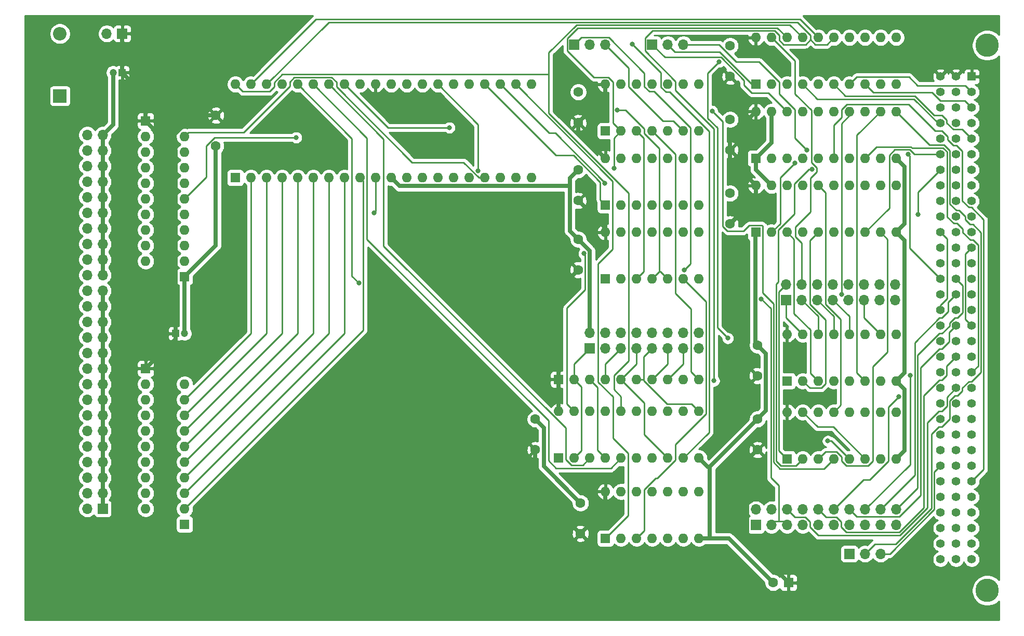
<source format=gbr>
G04 #@! TF.GenerationSoftware,KiCad,Pcbnew,(5.1.8-0-10_14)*
G04 #@! TF.CreationDate,2021-01-06T18:17:56-05:00*
G04 #@! TF.ProjectId,ECB SCSI-1.0-001,45434220-5343-4534-992d-312e302d3030,rev?*
G04 #@! TF.SameCoordinates,Original*
G04 #@! TF.FileFunction,Copper,L2,Bot*
G04 #@! TF.FilePolarity,Positive*
%FSLAX46Y46*%
G04 Gerber Fmt 4.6, Leading zero omitted, Abs format (unit mm)*
G04 Created by KiCad (PCBNEW (5.1.8-0-10_14)) date 2021-01-06 18:17:56*
%MOMM*%
%LPD*%
G01*
G04 APERTURE LIST*
G04 #@! TA.AperFunction,ComponentPad*
%ADD10C,1.200000*%
G04 #@! TD*
G04 #@! TA.AperFunction,ComponentPad*
%ADD11R,1.200000X1.200000*%
G04 #@! TD*
G04 #@! TA.AperFunction,ComponentPad*
%ADD12O,1.600000X1.600000*%
G04 #@! TD*
G04 #@! TA.AperFunction,ComponentPad*
%ADD13R,1.600000X1.600000*%
G04 #@! TD*
G04 #@! TA.AperFunction,ComponentPad*
%ADD14O,1.700000X1.700000*%
G04 #@! TD*
G04 #@! TA.AperFunction,ComponentPad*
%ADD15R,1.700000X1.700000*%
G04 #@! TD*
G04 #@! TA.AperFunction,ComponentPad*
%ADD16C,1.600000*%
G04 #@! TD*
G04 #@! TA.AperFunction,ComponentPad*
%ADD17C,3.810000*%
G04 #@! TD*
G04 #@! TA.AperFunction,ComponentPad*
%ADD18C,1.397000*%
G04 #@! TD*
G04 #@! TA.AperFunction,ComponentPad*
%ADD19R,1.397000X1.397000*%
G04 #@! TD*
G04 #@! TA.AperFunction,ComponentPad*
%ADD20O,2.200000X2.200000*%
G04 #@! TD*
G04 #@! TA.AperFunction,ComponentPad*
%ADD21R,2.200000X2.200000*%
G04 #@! TD*
G04 #@! TA.AperFunction,ViaPad*
%ADD22C,0.800000*%
G04 #@! TD*
G04 #@! TA.AperFunction,Conductor*
%ADD23C,0.711200*%
G04 #@! TD*
G04 #@! TA.AperFunction,Conductor*
%ADD24C,0.250000*%
G04 #@! TD*
G04 #@! TA.AperFunction,Conductor*
%ADD25C,0.254000*%
G04 #@! TD*
G04 #@! TA.AperFunction,Conductor*
%ADD26C,0.100000*%
G04 #@! TD*
G04 APERTURE END LIST*
D10*
X53110000Y-48260000D03*
D11*
X54610000Y-48260000D03*
D10*
X64770000Y-90805000D03*
D11*
X63270000Y-90805000D03*
D12*
X133350000Y-116586000D03*
X148590000Y-124206000D03*
X135890000Y-116586000D03*
X146050000Y-124206000D03*
X138430000Y-116586000D03*
X143510000Y-124206000D03*
X140970000Y-116586000D03*
X140970000Y-124206000D03*
X143510000Y-116586000D03*
X138430000Y-124206000D03*
X146050000Y-116586000D03*
X135890000Y-124206000D03*
X148590000Y-116586000D03*
D13*
X133350000Y-124206000D03*
D12*
X133350000Y-74295000D03*
X148590000Y-81915000D03*
X135890000Y-74295000D03*
X146050000Y-81915000D03*
X138430000Y-74295000D03*
X143510000Y-81915000D03*
X140970000Y-74295000D03*
X140970000Y-81915000D03*
X143510000Y-74295000D03*
X138430000Y-81915000D03*
X146050000Y-74295000D03*
X135890000Y-81915000D03*
X148590000Y-74295000D03*
D13*
X133350000Y-81915000D03*
D14*
X146050000Y-43688000D03*
X143510000Y-43688000D03*
D15*
X140970000Y-43688000D03*
D16*
X129286000Y-118444000D03*
X129286000Y-123444000D03*
X69850000Y-60245000D03*
X69850000Y-55245000D03*
D14*
X48895000Y-58420000D03*
X51435000Y-58420000D03*
X48895000Y-60960000D03*
X51435000Y-60960000D03*
X48895000Y-63500000D03*
X51435000Y-63500000D03*
X48895000Y-66040000D03*
X51435000Y-66040000D03*
X48895000Y-68580000D03*
X51435000Y-68580000D03*
X48895000Y-71120000D03*
X51435000Y-71120000D03*
X48895000Y-73660000D03*
X51435000Y-73660000D03*
X48895000Y-76200000D03*
X51435000Y-76200000D03*
X48895000Y-78740000D03*
X51435000Y-78740000D03*
X48895000Y-81280000D03*
X51435000Y-81280000D03*
X48895000Y-83820000D03*
X51435000Y-83820000D03*
X48895000Y-86360000D03*
X51435000Y-86360000D03*
X48895000Y-88900000D03*
X51435000Y-88900000D03*
X48895000Y-91440000D03*
X51435000Y-91440000D03*
X48895000Y-93980000D03*
X51435000Y-93980000D03*
X48895000Y-96520000D03*
X51435000Y-96520000D03*
X48895000Y-99060000D03*
X51435000Y-99060000D03*
X48895000Y-101600000D03*
X51435000Y-101600000D03*
X48895000Y-104140000D03*
X51435000Y-104140000D03*
X48895000Y-106680000D03*
X51435000Y-106680000D03*
X48895000Y-109220000D03*
X51435000Y-109220000D03*
X48895000Y-111760000D03*
X51435000Y-111760000D03*
X48895000Y-114300000D03*
X51435000Y-114300000D03*
X48895000Y-116840000D03*
X51435000Y-116840000D03*
X48895000Y-119380000D03*
D15*
X51435000Y-119380000D03*
D12*
X73025000Y-50165000D03*
X121285000Y-65405000D03*
X75565000Y-50165000D03*
X118745000Y-65405000D03*
X78105000Y-50165000D03*
X116205000Y-65405000D03*
X80645000Y-50165000D03*
X113665000Y-65405000D03*
X83185000Y-50165000D03*
X111125000Y-65405000D03*
X85725000Y-50165000D03*
X108585000Y-65405000D03*
X88265000Y-50165000D03*
X106045000Y-65405000D03*
X90805000Y-50165000D03*
X103505000Y-65405000D03*
X93345000Y-50165000D03*
X100965000Y-65405000D03*
X95885000Y-50165000D03*
X98425000Y-65405000D03*
X98425000Y-50165000D03*
X95885000Y-65405000D03*
X100965000Y-50165000D03*
X93345000Y-65405000D03*
X103505000Y-50165000D03*
X90805000Y-65405000D03*
X106045000Y-50165000D03*
X88265000Y-65405000D03*
X108585000Y-50165000D03*
X85725000Y-65405000D03*
X111125000Y-50165000D03*
X83185000Y-65405000D03*
X113665000Y-50165000D03*
X80645000Y-65405000D03*
X116205000Y-50165000D03*
X78105000Y-65405000D03*
X118745000Y-50165000D03*
X75565000Y-65405000D03*
X121285000Y-50165000D03*
D13*
X73025000Y-65405000D03*
D12*
X125730000Y-103505000D03*
X148590000Y-111125000D03*
X128270000Y-103505000D03*
X146050000Y-111125000D03*
X130810000Y-103505000D03*
X143510000Y-111125000D03*
X133350000Y-103505000D03*
X140970000Y-111125000D03*
X135890000Y-103505000D03*
X138430000Y-111125000D03*
X138430000Y-103505000D03*
X135890000Y-111125000D03*
X140970000Y-103505000D03*
X133350000Y-111125000D03*
X143510000Y-103505000D03*
X130810000Y-111125000D03*
X146050000Y-103505000D03*
X128270000Y-111125000D03*
X148590000Y-103505000D03*
D13*
X125730000Y-111125000D03*
D12*
X133350000Y-50165000D03*
X148590000Y-57785000D03*
X135890000Y-50165000D03*
X146050000Y-57785000D03*
X138430000Y-50165000D03*
X143510000Y-57785000D03*
X140970000Y-50165000D03*
X140970000Y-57785000D03*
X143510000Y-50165000D03*
X138430000Y-57785000D03*
X146050000Y-50165000D03*
X135890000Y-57785000D03*
X148590000Y-50165000D03*
D13*
X133350000Y-57785000D03*
D12*
X133350000Y-62230000D03*
X148590000Y-69850000D03*
X135890000Y-62230000D03*
X146050000Y-69850000D03*
X138430000Y-62230000D03*
X143510000Y-69850000D03*
X140970000Y-62230000D03*
X140970000Y-69850000D03*
X143510000Y-62230000D03*
X138430000Y-69850000D03*
X146050000Y-62230000D03*
X135890000Y-69850000D03*
X148590000Y-62230000D03*
D13*
X133350000Y-69850000D03*
D12*
X162941000Y-103632000D03*
X180721000Y-111252000D03*
X165481000Y-103632000D03*
X178181000Y-111252000D03*
X168021000Y-103632000D03*
X175641000Y-111252000D03*
X170561000Y-103632000D03*
X173101000Y-111252000D03*
X173101000Y-103632000D03*
X170561000Y-111252000D03*
X175641000Y-103632000D03*
X168021000Y-111252000D03*
X178181000Y-103632000D03*
X165481000Y-111252000D03*
X180721000Y-103632000D03*
D13*
X162941000Y-111252000D03*
D12*
X157861000Y-42545000D03*
X180721000Y-50165000D03*
X160401000Y-42545000D03*
X178181000Y-50165000D03*
X162941000Y-42545000D03*
X175641000Y-50165000D03*
X165481000Y-42545000D03*
X173101000Y-50165000D03*
X168021000Y-42545000D03*
X170561000Y-50165000D03*
X170561000Y-42545000D03*
X168021000Y-50165000D03*
X173101000Y-42545000D03*
X165481000Y-50165000D03*
X175641000Y-42545000D03*
X162941000Y-50165000D03*
X178181000Y-42545000D03*
X160401000Y-50165000D03*
X180721000Y-42545000D03*
D13*
X157861000Y-50165000D03*
D12*
X162941000Y-90932000D03*
X180721000Y-98552000D03*
X165481000Y-90932000D03*
X178181000Y-98552000D03*
X168021000Y-90932000D03*
X175641000Y-98552000D03*
X170561000Y-90932000D03*
X173101000Y-98552000D03*
X173101000Y-90932000D03*
X170561000Y-98552000D03*
X175641000Y-90932000D03*
X168021000Y-98552000D03*
X178181000Y-90932000D03*
X165481000Y-98552000D03*
X180721000Y-90932000D03*
D13*
X162941000Y-98552000D03*
D12*
X157861000Y-54610000D03*
X180721000Y-62230000D03*
X160401000Y-54610000D03*
X178181000Y-62230000D03*
X162941000Y-54610000D03*
X175641000Y-62230000D03*
X165481000Y-54610000D03*
X173101000Y-62230000D03*
X168021000Y-54610000D03*
X170561000Y-62230000D03*
X170561000Y-54610000D03*
X168021000Y-62230000D03*
X173101000Y-54610000D03*
X165481000Y-62230000D03*
X175641000Y-54610000D03*
X162941000Y-62230000D03*
X178181000Y-54610000D03*
X160401000Y-62230000D03*
X180721000Y-54610000D03*
D13*
X157861000Y-62230000D03*
D12*
X157861000Y-66675000D03*
X180721000Y-74295000D03*
X160401000Y-66675000D03*
X178181000Y-74295000D03*
X162941000Y-66675000D03*
X175641000Y-74295000D03*
X165481000Y-66675000D03*
X173101000Y-74295000D03*
X168021000Y-66675000D03*
X170561000Y-74295000D03*
X170561000Y-66675000D03*
X168021000Y-74295000D03*
X173101000Y-66675000D03*
X165481000Y-74295000D03*
X175641000Y-66675000D03*
X162941000Y-74295000D03*
X178181000Y-66675000D03*
X160401000Y-74295000D03*
X180721000Y-66675000D03*
D13*
X157861000Y-74295000D03*
D12*
X64770000Y-99060000D03*
X64770000Y-101600000D03*
X64770000Y-104140000D03*
X64770000Y-106680000D03*
X64770000Y-109220000D03*
X64770000Y-111760000D03*
X64770000Y-114300000D03*
X64770000Y-116840000D03*
X64770000Y-119380000D03*
D13*
X64770000Y-121920000D03*
D12*
X58420000Y-119380000D03*
X58420000Y-116840000D03*
X58420000Y-114300000D03*
X58420000Y-111760000D03*
X58420000Y-109220000D03*
X58420000Y-106680000D03*
X58420000Y-104140000D03*
X58420000Y-101600000D03*
X58420000Y-99060000D03*
D13*
X58420000Y-96520000D03*
D12*
X58420000Y-78994000D03*
X58420000Y-76454000D03*
X58420000Y-73914000D03*
X58420000Y-71374000D03*
X58420000Y-68834000D03*
X58420000Y-66294000D03*
X58420000Y-63754000D03*
X58420000Y-61214000D03*
X58420000Y-58674000D03*
D13*
X58420000Y-56134000D03*
D12*
X64770000Y-58674000D03*
X64770000Y-61214000D03*
X64770000Y-63754000D03*
X64770000Y-66294000D03*
X64770000Y-68834000D03*
X64770000Y-71374000D03*
X64770000Y-73914000D03*
X64770000Y-76454000D03*
X64770000Y-78994000D03*
D13*
X64770000Y-81534000D03*
D12*
X148590000Y-98298000D03*
X146050000Y-98298000D03*
X143510000Y-98298000D03*
X140970000Y-98298000D03*
X138430000Y-98298000D03*
X135890000Y-98298000D03*
X133350000Y-98298000D03*
X130810000Y-98298000D03*
X128270000Y-98298000D03*
D13*
X125730000Y-98298000D03*
D14*
X180594000Y-82804000D03*
X180594000Y-85344000D03*
X178054000Y-82804000D03*
X178054000Y-85344000D03*
X175514000Y-82804000D03*
X175514000Y-85344000D03*
X172974000Y-82804000D03*
X172974000Y-85344000D03*
X170434000Y-82804000D03*
X170434000Y-85344000D03*
X167894000Y-82804000D03*
X167894000Y-85344000D03*
X165354000Y-82804000D03*
X165354000Y-85344000D03*
X162814000Y-82804000D03*
D15*
X162814000Y-85344000D03*
D14*
X180721000Y-119507000D03*
X180721000Y-122047000D03*
X178181000Y-119507000D03*
X178181000Y-122047000D03*
X175641000Y-119507000D03*
X175641000Y-122047000D03*
X173101000Y-119507000D03*
X173101000Y-122047000D03*
X170561000Y-119507000D03*
X170561000Y-122047000D03*
X168021000Y-119507000D03*
X168021000Y-122047000D03*
X165481000Y-119507000D03*
X165481000Y-122047000D03*
X162941000Y-119507000D03*
X162941000Y-122047000D03*
X160401000Y-119507000D03*
X160401000Y-122047000D03*
X157861000Y-119507000D03*
D15*
X157861000Y-122047000D03*
D14*
X178181000Y-126746000D03*
X175641000Y-126746000D03*
D15*
X173101000Y-126746000D03*
D14*
X52070000Y-41910000D03*
D15*
X54610000Y-41910000D03*
D14*
X148590000Y-90678000D03*
X148590000Y-93218000D03*
X146050000Y-90678000D03*
X146050000Y-93218000D03*
X143510000Y-90678000D03*
X143510000Y-93218000D03*
X140970000Y-90678000D03*
X140970000Y-93218000D03*
X138430000Y-90678000D03*
X138430000Y-93218000D03*
X135890000Y-90678000D03*
X135890000Y-93218000D03*
X133350000Y-90678000D03*
X133350000Y-93218000D03*
X130810000Y-90678000D03*
D15*
X130810000Y-93218000D03*
D14*
X133350000Y-43688000D03*
X130810000Y-43688000D03*
D15*
X128270000Y-43688000D03*
D17*
X195580000Y-43815000D03*
X195580000Y-132715000D03*
D18*
X187960000Y-127635000D03*
X187960000Y-125095000D03*
X187960000Y-122555000D03*
X187960000Y-120015000D03*
X187960000Y-117475000D03*
X187960000Y-114935000D03*
X187960000Y-112395000D03*
X187960000Y-109855000D03*
X187960000Y-107315000D03*
X187960000Y-104775000D03*
X187960000Y-102235000D03*
X187960000Y-99695000D03*
X187960000Y-97155000D03*
X187960000Y-94615000D03*
X187960000Y-92075000D03*
X187960000Y-89535000D03*
X187960000Y-86995000D03*
X187960000Y-84455000D03*
X187960000Y-81915000D03*
X187960000Y-79375000D03*
X187960000Y-76835000D03*
X187960000Y-74295000D03*
X187960000Y-71755000D03*
X187960000Y-69215000D03*
X187960000Y-66675000D03*
X187960000Y-64135000D03*
X187960000Y-61595000D03*
X187960000Y-59055000D03*
X187960000Y-56515000D03*
X187960000Y-53975000D03*
X187960000Y-51435000D03*
X187960000Y-48895000D03*
X190500000Y-127635000D03*
X190500000Y-125095000D03*
X190500000Y-122555000D03*
X190500000Y-120015000D03*
X190500000Y-117475000D03*
X190500000Y-114935000D03*
X190500000Y-112395000D03*
X190500000Y-109855000D03*
X190500000Y-107315000D03*
X190500000Y-104775000D03*
X190500000Y-102235000D03*
X190500000Y-99695000D03*
X190500000Y-97155000D03*
X190500000Y-94615000D03*
X190500000Y-92075000D03*
X190500000Y-89535000D03*
X190500000Y-86995000D03*
X190500000Y-84455000D03*
X190500000Y-81915000D03*
X190500000Y-79375000D03*
X190500000Y-76835000D03*
X190500000Y-74295000D03*
X190500000Y-71755000D03*
X190500000Y-69215000D03*
X190500000Y-66675000D03*
X190500000Y-64135000D03*
X190500000Y-61595000D03*
X190500000Y-59055000D03*
X190500000Y-56515000D03*
X190500000Y-53975000D03*
X190500000Y-51435000D03*
X190500000Y-48895000D03*
X193040000Y-127635000D03*
X193040000Y-125095000D03*
X193040000Y-122555000D03*
X193040000Y-120015000D03*
X193040000Y-117475000D03*
X193040000Y-114935000D03*
X193040000Y-112395000D03*
X193040000Y-109855000D03*
X193040000Y-107315000D03*
X193040000Y-104775000D03*
X193040000Y-102235000D03*
X193040000Y-99695000D03*
X193040000Y-97155000D03*
X193040000Y-94615000D03*
X193040000Y-92075000D03*
X193040000Y-89535000D03*
X193040000Y-86995000D03*
X193040000Y-84455000D03*
X193040000Y-81915000D03*
X193040000Y-79375000D03*
X193040000Y-76835000D03*
X193040000Y-74295000D03*
X193040000Y-71755000D03*
X193040000Y-69215000D03*
X193040000Y-66675000D03*
X193040000Y-64135000D03*
X193040000Y-61595000D03*
X193040000Y-59055000D03*
X193040000Y-56515000D03*
X193040000Y-53975000D03*
X193040000Y-51435000D03*
D19*
X193040000Y-48895000D03*
D20*
X44450000Y-41910000D03*
D21*
X44450000Y-52070000D03*
D16*
X121920000Y-104775000D03*
X121920000Y-109775000D03*
X128905000Y-75438000D03*
X128905000Y-80438000D03*
X128905000Y-64135000D03*
X128905000Y-69135000D03*
X128905000Y-51435000D03*
X128905000Y-56435000D03*
X153670000Y-43895000D03*
X153670000Y-48895000D03*
X153670000Y-55880000D03*
X153670000Y-60880000D03*
X153670000Y-67945000D03*
X153670000Y-72945000D03*
X158115000Y-92710000D03*
X158115000Y-97710000D03*
X158115000Y-104775000D03*
X158115000Y-109775000D03*
X160695000Y-131445000D03*
D13*
X163195000Y-131445000D03*
D22*
X182663900Y-61557800D03*
X184325200Y-71352800D03*
X164206100Y-62969700D03*
X181144600Y-101129400D03*
X182984600Y-97659600D03*
X169581300Y-108332700D03*
X146166100Y-80484600D03*
X82955100Y-58858100D03*
X95623800Y-71156400D03*
X107910100Y-57246200D03*
X167002600Y-64025800D03*
X171798600Y-84423500D03*
X134726700Y-63861600D03*
X153288300Y-91575900D03*
X151844600Y-46499500D03*
X151035000Y-98520000D03*
X137750500Y-43604600D03*
X93148300Y-82607000D03*
X150735300Y-54551800D03*
X129831800Y-77780200D03*
X166165300Y-60858000D03*
X158750400Y-85184500D03*
X133227300Y-66310100D03*
X112609000Y-64237000D03*
X135285300Y-54381900D03*
D23*
X180721000Y-62230000D02*
X182082800Y-63591800D01*
X182082800Y-63591800D02*
X182082800Y-72933200D01*
X182082800Y-72933200D02*
X180721000Y-74295000D01*
X180721000Y-111252000D02*
X182100500Y-109872500D01*
X182100500Y-109872500D02*
X182100500Y-99931500D01*
X182100500Y-99931500D02*
X180721000Y-98552000D01*
X180721000Y-74295000D02*
X182077000Y-75651000D01*
X182077000Y-75651000D02*
X182077000Y-97196000D01*
X182077000Y-97196000D02*
X180721000Y-98552000D01*
X157861000Y-62230000D02*
X160401000Y-59690000D01*
X160401000Y-59690000D02*
X160401000Y-54610000D01*
X160401000Y-66675000D02*
X157861000Y-64135000D01*
X157861000Y-64135000D02*
X157861000Y-62230000D01*
X130810000Y-90678000D02*
X130810000Y-77343000D01*
X130810000Y-77343000D02*
X128905000Y-75438000D01*
X157861000Y-74295000D02*
X157794500Y-74361500D01*
X157794500Y-74361500D02*
X157794500Y-92389500D01*
X157794500Y-92389500D02*
X158115000Y-92710000D01*
X158115000Y-104775000D02*
X159483700Y-103406300D01*
X159483700Y-103406300D02*
X159483700Y-94078700D01*
X159483700Y-94078700D02*
X158115000Y-92710000D01*
X150323500Y-112566500D02*
X158115000Y-104775000D01*
X69850000Y-60245000D02*
X69850000Y-76454000D01*
X69850000Y-76454000D02*
X64770000Y-81534000D01*
X127538500Y-66761000D02*
X127538500Y-65501500D01*
X127538500Y-65501500D02*
X128905000Y-64135000D01*
X128905000Y-75438000D02*
X127538500Y-74071500D01*
X127538500Y-74071500D02*
X127538500Y-66761000D01*
X98425000Y-65405000D02*
X99781000Y-66761000D01*
X99781000Y-66761000D02*
X127538500Y-66761000D01*
X150323500Y-124206000D02*
X148590000Y-124206000D01*
X160695000Y-131445000D02*
X153456000Y-124206000D01*
X153456000Y-124206000D02*
X150323500Y-124206000D01*
X150323500Y-112566500D02*
X150323500Y-124206000D01*
X148590000Y-111125000D02*
X150031500Y-112566500D01*
X150031500Y-112566500D02*
X150323500Y-112566500D01*
X121920000Y-104775000D02*
X123311400Y-106166400D01*
X123311400Y-106166400D02*
X123311400Y-112469400D01*
X123311400Y-112469400D02*
X129286000Y-118444000D01*
X51435000Y-58420000D02*
X53110000Y-56745000D01*
X53110000Y-56745000D02*
X53110000Y-48260000D01*
X51435000Y-60960000D02*
X51435000Y-58420000D01*
X51435000Y-63500000D02*
X51435000Y-60960000D01*
X51435000Y-66040000D02*
X51435000Y-63500000D01*
X51435000Y-68580000D02*
X51435000Y-66040000D01*
X51435000Y-71120000D02*
X51435000Y-68580000D01*
X51435000Y-73660000D02*
X51435000Y-71120000D01*
X51435000Y-76200000D02*
X51435000Y-73660000D01*
X51435000Y-78740000D02*
X51435000Y-76200000D01*
X51435000Y-81280000D02*
X51435000Y-78740000D01*
X51435000Y-86360000D02*
X51435000Y-83820000D01*
X51435000Y-88900000D02*
X51435000Y-86360000D01*
X51435000Y-91440000D02*
X51435000Y-88900000D01*
X51435000Y-93980000D02*
X51435000Y-91440000D01*
X51435000Y-96520000D02*
X51435000Y-93980000D01*
X51435000Y-99060000D02*
X51435000Y-96520000D01*
X51435000Y-101600000D02*
X51435000Y-99060000D01*
X51435000Y-104140000D02*
X51435000Y-101600000D01*
X51435000Y-106680000D02*
X51435000Y-104140000D01*
X51435000Y-109220000D02*
X51435000Y-106680000D01*
X51435000Y-111760000D02*
X51435000Y-109220000D01*
X51435000Y-114300000D02*
X51435000Y-111760000D01*
X51435000Y-116840000D02*
X51435000Y-114300000D01*
X51435000Y-119380000D02*
X51435000Y-116840000D01*
X64770000Y-81534000D02*
X64770000Y-90805000D01*
X125730000Y-98298000D02*
X125730000Y-103505000D01*
X128905000Y-80438000D02*
X125730000Y-83613000D01*
X125730000Y-83613000D02*
X125730000Y-98298000D01*
X54610000Y-48260000D02*
X58420000Y-52070000D01*
X58420000Y-52070000D02*
X58420000Y-56134000D01*
X54610000Y-41910000D02*
X54610000Y-48260000D01*
X61894400Y-59608300D02*
X58420000Y-56134000D01*
X129286000Y-123444000D02*
X133350000Y-119380000D01*
X133350000Y-119380000D02*
X133350000Y-116586000D01*
X128905000Y-56435000D02*
X133350000Y-51990000D01*
X133350000Y-51990000D02*
X133350000Y-50165000D01*
X128905000Y-56435000D02*
X128905000Y-57785000D01*
X128905000Y-57785000D02*
X133350000Y-62230000D01*
X163195000Y-131445000D02*
X156432900Y-124682900D01*
X156432900Y-124682900D02*
X156432900Y-111457100D01*
X156432900Y-111457100D02*
X158115000Y-109775000D01*
X121920000Y-109775000D02*
X121920000Y-116078000D01*
X121920000Y-116078000D02*
X129286000Y-123444000D01*
X153670000Y-60880000D02*
X153670000Y-62484000D01*
X153670000Y-62484000D02*
X157861000Y-66675000D01*
X157861000Y-54610000D02*
X153670000Y-58801000D01*
X153670000Y-58801000D02*
X153670000Y-60880000D01*
X153670000Y-72945000D02*
X157861000Y-68754000D01*
X157861000Y-68754000D02*
X157861000Y-66675000D01*
X63270000Y-90805000D02*
X63270000Y-60984000D01*
X63270000Y-60984000D02*
X61894400Y-59608300D01*
X69850000Y-55245000D02*
X66257700Y-55245000D01*
X66257700Y-55245000D02*
X61894400Y-59608300D01*
X58420000Y-96520000D02*
X63270000Y-91670000D01*
X63270000Y-91670000D02*
X63270000Y-90805000D01*
X128905000Y-69135000D02*
X133350000Y-73580000D01*
X133350000Y-73580000D02*
X133350000Y-74295000D01*
D24*
X178181000Y-126746000D02*
X179674400Y-126746000D01*
X179674400Y-126746000D02*
X186936000Y-119484400D01*
X186936000Y-119484400D02*
X186936000Y-113419000D01*
X186936000Y-113419000D02*
X187960000Y-112395000D01*
X187960000Y-74295000D02*
X189042200Y-75377200D01*
X189042200Y-75377200D02*
X189042200Y-85131900D01*
X189042200Y-85131900D02*
X187960000Y-86214100D01*
X187960000Y-86214100D02*
X187960000Y-86995000D01*
X187960000Y-81915000D02*
X182950600Y-76905600D01*
X182950600Y-76905600D02*
X182950600Y-61844500D01*
X182950600Y-61844500D02*
X182663900Y-61557800D01*
X187960000Y-64135000D02*
X184325200Y-67769800D01*
X184325200Y-67769800D02*
X184325200Y-71352800D01*
X187960000Y-61595000D02*
X183726900Y-61595000D01*
X183726900Y-61595000D02*
X182964400Y-60832500D01*
X182964400Y-60832500D02*
X180499000Y-60832500D01*
X180499000Y-60832500D02*
X179595600Y-61735900D01*
X179595600Y-61735900D02*
X179595600Y-70340400D01*
X179595600Y-70340400D02*
X175641000Y-74295000D01*
X160401000Y-74295000D02*
X161815600Y-72880400D01*
X161815600Y-72880400D02*
X161815600Y-65360200D01*
X161815600Y-65360200D02*
X164206100Y-62969700D01*
X187960000Y-56515000D02*
X187569200Y-56515000D01*
X187569200Y-56515000D02*
X183633200Y-52579000D01*
X183633200Y-52579000D02*
X167895000Y-52579000D01*
X167895000Y-52579000D02*
X165481000Y-50165000D01*
X190500000Y-99695000D02*
X189025700Y-101169300D01*
X189025700Y-101169300D02*
X189025700Y-102659700D01*
X189025700Y-102659700D02*
X188180400Y-103505000D01*
X188180400Y-103505000D02*
X187713800Y-103505000D01*
X187713800Y-103505000D02*
X185848600Y-105370200D01*
X185848600Y-105370200D02*
X185848600Y-119238000D01*
X185848600Y-119238000D02*
X181344200Y-123742400D01*
X181344200Y-123742400D02*
X168037600Y-123742400D01*
X168037600Y-123742400D02*
X166656400Y-122361200D01*
X166656400Y-122361200D02*
X166656400Y-121521400D01*
X166656400Y-121521400D02*
X165912000Y-120777000D01*
X165912000Y-120777000D02*
X164211000Y-120777000D01*
X164211000Y-120777000D02*
X162941000Y-119507000D01*
X190500000Y-94615000D02*
X188983900Y-96131100D01*
X188983900Y-96131100D02*
X188983900Y-97652100D01*
X188983900Y-97652100D02*
X188211000Y-98425000D01*
X188211000Y-98425000D02*
X187732900Y-98425000D01*
X187732900Y-98425000D02*
X185180000Y-100977900D01*
X185180000Y-100977900D02*
X185180000Y-119265900D01*
X185180000Y-119265900D02*
X181205600Y-123240300D01*
X181205600Y-123240300D02*
X172605900Y-123240300D01*
X172605900Y-123240300D02*
X171736400Y-122370800D01*
X171736400Y-122370800D02*
X171736400Y-121521400D01*
X171736400Y-121521400D02*
X170992000Y-120777000D01*
X170992000Y-120777000D02*
X169291000Y-120777000D01*
X169291000Y-120777000D02*
X168021000Y-119507000D01*
X181144600Y-101129400D02*
X179451000Y-102823000D01*
X179451000Y-102823000D02*
X179451000Y-111605200D01*
X179451000Y-111605200D02*
X176372500Y-114683700D01*
X176372500Y-114683700D02*
X175384300Y-114683700D01*
X175384300Y-114683700D02*
X170561000Y-119507000D01*
X190500000Y-89535000D02*
X189389400Y-90645600D01*
X189389400Y-90645600D02*
X189389400Y-92098400D01*
X189389400Y-92098400D02*
X188142800Y-93345000D01*
X188142800Y-93345000D02*
X187765600Y-93345000D01*
X187765600Y-93345000D02*
X184729600Y-96381000D01*
X184729600Y-96381000D02*
X184729600Y-117186600D01*
X184729600Y-117186600D02*
X181232000Y-120684200D01*
X181232000Y-120684200D02*
X174278200Y-120684200D01*
X174278200Y-120684200D02*
X173101000Y-119507000D01*
X175641000Y-119507000D02*
X182984600Y-112163400D01*
X182984600Y-112163400D02*
X182984600Y-97659600D01*
X190500000Y-84455000D02*
X189230000Y-85725000D01*
X189230000Y-85725000D02*
X189230000Y-87199100D01*
X189230000Y-87199100D02*
X188164100Y-88265000D01*
X188164100Y-88265000D02*
X187760400Y-88265000D01*
X187760400Y-88265000D02*
X183760800Y-92264600D01*
X183760800Y-92264600D02*
X183760800Y-113927200D01*
X183760800Y-113927200D02*
X178181000Y-119507000D01*
X190500000Y-81915000D02*
X191557700Y-82972700D01*
X191557700Y-82972700D02*
X191557700Y-87386800D01*
X191557700Y-87386800D02*
X190700900Y-88243600D01*
X190700900Y-88243600D02*
X190311300Y-88243600D01*
X190311300Y-88243600D02*
X189434300Y-89120600D01*
X189434300Y-89120600D02*
X189434300Y-89581700D01*
X189434300Y-89581700D02*
X188211000Y-90805000D01*
X188211000Y-90805000D02*
X187732800Y-90805000D01*
X187732800Y-90805000D02*
X184234200Y-94303600D01*
X184234200Y-94303600D02*
X184234200Y-115993800D01*
X184234200Y-115993800D02*
X180721000Y-119507000D01*
X193040000Y-114935000D02*
X194992300Y-112982700D01*
X194992300Y-112982700D02*
X194992300Y-72251100D01*
X194992300Y-72251100D02*
X192980100Y-70238900D01*
X192980100Y-70238900D02*
X192601800Y-70238900D01*
X192601800Y-70238900D02*
X191523900Y-69161000D01*
X191523900Y-69161000D02*
X191523900Y-61097900D01*
X191523900Y-61097900D02*
X190571700Y-60145700D01*
X190571700Y-60145700D02*
X190023800Y-60145700D01*
X190023800Y-60145700D02*
X189089500Y-59211400D01*
X189089500Y-59211400D02*
X189089500Y-58716300D01*
X189089500Y-58716300D02*
X188158200Y-57785000D01*
X188158200Y-57785000D02*
X187070300Y-57785000D01*
X187070300Y-57785000D02*
X182720300Y-53435000D01*
X182720300Y-53435000D02*
X172666200Y-53435000D01*
X172666200Y-53435000D02*
X171798600Y-54302600D01*
X171798600Y-54302600D02*
X171798600Y-55594100D01*
X171798600Y-55594100D02*
X170561000Y-56831700D01*
X170561000Y-56831700D02*
X170561000Y-62230000D01*
X193040000Y-97155000D02*
X194075100Y-96119900D01*
X194075100Y-96119900D02*
X194075100Y-76399400D01*
X194075100Y-76399400D02*
X193240700Y-75565000D01*
X193240700Y-75565000D02*
X192808500Y-75565000D01*
X192808500Y-75565000D02*
X191557500Y-74314000D01*
X191557500Y-74314000D02*
X191557500Y-73783300D01*
X191557500Y-73783300D02*
X190642600Y-72868400D01*
X190642600Y-72868400D02*
X190101200Y-72868400D01*
X190101200Y-72868400D02*
X189011200Y-71778400D01*
X189011200Y-71778400D02*
X189011200Y-61185800D01*
X189011200Y-61185800D02*
X188355100Y-60529700D01*
X188355100Y-60529700D02*
X183298500Y-60529700D01*
X183298500Y-60529700D02*
X183151000Y-60382200D01*
X183151000Y-60382200D02*
X177488800Y-60382200D01*
X177488800Y-60382200D02*
X175641000Y-62230000D01*
X193040000Y-76835000D02*
X192012100Y-77862900D01*
X192012100Y-77862900D02*
X192012100Y-88507100D01*
X192012100Y-88507100D02*
X193040000Y-89535000D01*
X193040000Y-59055000D02*
X191523900Y-57538900D01*
X191523900Y-57538900D02*
X190003000Y-57538900D01*
X190003000Y-57538900D02*
X188983900Y-56519800D01*
X188983900Y-56519800D02*
X188983900Y-56017900D01*
X188983900Y-56017900D02*
X188211000Y-55245000D01*
X188211000Y-55245000D02*
X186936100Y-55245000D01*
X186936100Y-55245000D02*
X183757500Y-52066400D01*
X183757500Y-52066400D02*
X172462400Y-52066400D01*
X172462400Y-52066400D02*
X170561000Y-50165000D01*
X193040000Y-53975000D02*
X191929300Y-52864300D01*
X191929300Y-52864300D02*
X187941300Y-52864300D01*
X187941300Y-52864300D02*
X186563900Y-51486900D01*
X186563900Y-51486900D02*
X176962900Y-51486900D01*
X176962900Y-51486900D02*
X175641000Y-50165000D01*
X193040000Y-51435000D02*
X191956700Y-50351700D01*
X191956700Y-50351700D02*
X184189200Y-50351700D01*
X184189200Y-50351700D02*
X182804700Y-48967200D01*
X182804700Y-48967200D02*
X174298800Y-48967200D01*
X174298800Y-48967200D02*
X173101000Y-50165000D01*
X133350000Y-43688000D02*
X137160000Y-47498000D01*
X137160000Y-47498000D02*
X137160000Y-50567000D01*
X137160000Y-50567000D02*
X142701000Y-56108000D01*
X142701000Y-56108000D02*
X144373000Y-56108000D01*
X144373000Y-56108000D02*
X146050000Y-57785000D01*
X173101000Y-111252000D02*
X170181700Y-108332700D01*
X170181700Y-108332700D02*
X169581300Y-108332700D01*
X128270000Y-43688000D02*
X129445900Y-42512100D01*
X129445900Y-42512100D02*
X133890500Y-42512100D01*
X133890500Y-42512100D02*
X139700000Y-48321600D01*
X139700000Y-48321600D02*
X139700000Y-50552700D01*
X139700000Y-50552700D02*
X140477100Y-51329800D01*
X140477100Y-51329800D02*
X141254300Y-51329800D01*
X141254300Y-51329800D02*
X147211500Y-57287000D01*
X147211500Y-57287000D02*
X147211500Y-79439200D01*
X147211500Y-79439200D02*
X146166100Y-80484600D01*
X146050000Y-93218000D02*
X146050000Y-95758000D01*
X146050000Y-95758000D02*
X143510000Y-98298000D01*
X143510000Y-93218000D02*
X143510000Y-95758000D01*
X143510000Y-95758000D02*
X140970000Y-98298000D01*
X139566700Y-98298000D02*
X139566700Y-98490100D01*
X139566700Y-98490100D02*
X143392700Y-102316100D01*
X143392700Y-102316100D02*
X147401100Y-102316100D01*
X147401100Y-102316100D02*
X148590000Y-103505000D01*
X140970000Y-93218000D02*
X139566700Y-94621300D01*
X139566700Y-94621300D02*
X139566700Y-98298000D01*
X139566700Y-98298000D02*
X138430000Y-98298000D01*
X138430000Y-93218000D02*
X138430000Y-95758000D01*
X138430000Y-95758000D02*
X135890000Y-98298000D01*
X135890000Y-98298000D02*
X139700000Y-102108000D01*
X139700000Y-102108000D02*
X139700000Y-107315000D01*
X139700000Y-107315000D02*
X143510000Y-111125000D01*
X135890000Y-93218000D02*
X133350000Y-95758000D01*
X133350000Y-95758000D02*
X133350000Y-98298000D01*
X130810000Y-98298000D02*
X132080000Y-99568000D01*
X132080000Y-99568000D02*
X132080000Y-109855000D01*
X132080000Y-109855000D02*
X133350000Y-111125000D01*
X128270000Y-98298000D02*
X129460600Y-99488600D01*
X129460600Y-99488600D02*
X129460600Y-109934400D01*
X129460600Y-109934400D02*
X128270000Y-111125000D01*
X130810000Y-93218000D02*
X128270000Y-95758000D01*
X128270000Y-95758000D02*
X128270000Y-98298000D01*
X113665000Y-65405000D02*
X112733800Y-65405000D01*
X112733800Y-65405000D02*
X110209400Y-62880600D01*
X110209400Y-62880600D02*
X101857900Y-62880600D01*
X101857900Y-62880600D02*
X89535000Y-50557700D01*
X89535000Y-50557700D02*
X89535000Y-49836600D01*
X89535000Y-49836600D02*
X88737000Y-49038600D01*
X88737000Y-49038600D02*
X82641900Y-49038600D01*
X82641900Y-49038600D02*
X81915000Y-49765500D01*
X81915000Y-49765500D02*
X81915000Y-50492500D01*
X81915000Y-50492500D02*
X74370400Y-58037100D01*
X74370400Y-58037100D02*
X65406800Y-58037100D01*
X65406800Y-58037100D02*
X65406800Y-58037200D01*
X65406800Y-58037200D02*
X64770000Y-58674000D01*
X64770000Y-68834000D02*
X68286400Y-65317600D01*
X68286400Y-65317600D02*
X68286400Y-60198700D01*
X68286400Y-60198700D02*
X69626900Y-58858200D01*
X69626900Y-58858200D02*
X82955100Y-58858200D01*
X82955100Y-58858200D02*
X82955100Y-58858100D01*
X95623800Y-71156400D02*
X95885000Y-70895200D01*
X95885000Y-70895200D02*
X95885000Y-65405000D01*
X75565000Y-65405000D02*
X75565000Y-90805000D01*
X75565000Y-90805000D02*
X64770000Y-101600000D01*
X64770000Y-104140000D02*
X78105000Y-90805000D01*
X78105000Y-90805000D02*
X78105000Y-65405000D01*
X80645000Y-65405000D02*
X80645000Y-90805000D01*
X80645000Y-90805000D02*
X64770000Y-106680000D01*
X83185000Y-65405000D02*
X83185000Y-90805000D01*
X83185000Y-90805000D02*
X64770000Y-109220000D01*
X85725000Y-65405000D02*
X85725000Y-90805000D01*
X85725000Y-90805000D02*
X64770000Y-111760000D01*
X88265000Y-65405000D02*
X88265000Y-90805000D01*
X88265000Y-90805000D02*
X64770000Y-114300000D01*
X90805000Y-65405000D02*
X90805000Y-90805000D01*
X90805000Y-90805000D02*
X64770000Y-116840000D01*
X64770000Y-119380000D02*
X93873600Y-90276400D01*
X93873600Y-90276400D02*
X93873600Y-65933600D01*
X93873600Y-65933600D02*
X93345000Y-65405000D01*
X175641000Y-126746000D02*
X177227100Y-125159900D01*
X177227100Y-125159900D02*
X180623600Y-125159900D01*
X180623600Y-125159900D02*
X186485600Y-119297900D01*
X186485600Y-119297900D02*
X186485600Y-107245600D01*
X186485600Y-107245600D02*
X187686200Y-106045000D01*
X187686200Y-106045000D02*
X188210900Y-106045000D01*
X188210900Y-106045000D02*
X189476100Y-104779800D01*
X189476100Y-104779800D02*
X189476100Y-101798900D01*
X189476100Y-101798900D02*
X190310000Y-100965000D01*
X190310000Y-100965000D02*
X190751000Y-100965000D01*
X190751000Y-100965000D02*
X191523900Y-100192100D01*
X191523900Y-100192100D02*
X191523900Y-99690200D01*
X191523900Y-99690200D02*
X192543000Y-98671100D01*
X192543000Y-98671100D02*
X193015300Y-98671100D01*
X193015300Y-98671100D02*
X194525400Y-97161000D01*
X194525400Y-97161000D02*
X194525400Y-74324900D01*
X194525400Y-74324900D02*
X193225500Y-73025000D01*
X193225500Y-73025000D02*
X192789100Y-73025000D01*
X192789100Y-73025000D02*
X192016100Y-72252000D01*
X192016100Y-72252000D02*
X192016100Y-71746800D01*
X192016100Y-71746800D02*
X191000400Y-70731100D01*
X191000400Y-70731100D02*
X190538500Y-70731100D01*
X190538500Y-70731100D02*
X189461600Y-69654200D01*
X189461600Y-69654200D02*
X189461600Y-60984000D01*
X189461600Y-60984000D02*
X188556600Y-60079000D01*
X188556600Y-60079000D02*
X186190000Y-60079000D01*
X186190000Y-60079000D02*
X180721000Y-54610000D01*
X165354000Y-82804000D02*
X165354000Y-76071100D01*
X165354000Y-76071100D02*
X164301900Y-75019000D01*
X164301900Y-75019000D02*
X164301900Y-73442400D01*
X164301900Y-73442400D02*
X166751000Y-70993300D01*
X166751000Y-70993300D02*
X166751000Y-65484800D01*
X166751000Y-65484800D02*
X167747000Y-64488800D01*
X167747000Y-64488800D02*
X167747000Y-63737200D01*
X167747000Y-63737200D02*
X166895600Y-62885800D01*
X166895600Y-62885800D02*
X166895600Y-54400500D01*
X166895600Y-54400500D02*
X164211000Y-51715900D01*
X164211000Y-51715900D02*
X164211000Y-46355000D01*
X164211000Y-46355000D02*
X160401000Y-42545000D01*
X162814000Y-82804000D02*
X161636400Y-83981600D01*
X161636400Y-83981600D02*
X161636400Y-109947400D01*
X161636400Y-109947400D02*
X162941000Y-111252000D01*
X175514000Y-85344000D02*
X175514000Y-88265000D01*
X175514000Y-88265000D02*
X178181000Y-90932000D01*
X170434000Y-85344000D02*
X173101000Y-88011000D01*
X173101000Y-88011000D02*
X173101000Y-90932000D01*
X167894000Y-85344000D02*
X170561000Y-88011000D01*
X170561000Y-88011000D02*
X170561000Y-90932000D01*
X165354000Y-85344000D02*
X168021000Y-88011000D01*
X168021000Y-88011000D02*
X168021000Y-90932000D01*
X162814000Y-85344000D02*
X162814000Y-88265000D01*
X162814000Y-88265000D02*
X165481000Y-90932000D01*
X148590000Y-98298000D02*
X147320000Y-97028000D01*
X147320000Y-97028000D02*
X147320000Y-86782600D01*
X147320000Y-86782600D02*
X144780000Y-84242600D01*
X144780000Y-84242600D02*
X144780000Y-61595000D01*
X144780000Y-61595000D02*
X140970000Y-57785000D01*
X168021000Y-111252000D02*
X169186500Y-110086500D01*
X169186500Y-110086500D02*
X170988600Y-110086500D01*
X170988600Y-110086500D02*
X171831000Y-110928900D01*
X171831000Y-110928900D02*
X171831000Y-111617100D01*
X171831000Y-111617100D02*
X172613000Y-112399100D01*
X172613000Y-112399100D02*
X176126200Y-112399100D01*
X176126200Y-112399100D02*
X176911000Y-111614300D01*
X176911000Y-111614300D02*
X176911000Y-96222600D01*
X176911000Y-96222600D02*
X179324000Y-93809600D01*
X179324000Y-93809600D02*
X179324000Y-75438000D01*
X179324000Y-75438000D02*
X178181000Y-74295000D01*
X170561000Y-103632000D02*
X171697300Y-102495700D01*
X171697300Y-102495700D02*
X171697300Y-88510400D01*
X171697300Y-88510400D02*
X169218800Y-86031900D01*
X169218800Y-86031900D02*
X169218800Y-67872800D01*
X169218800Y-67872800D02*
X168021000Y-66675000D01*
X165481000Y-98552000D02*
X166634600Y-99705600D01*
X166634600Y-99705600D02*
X168515400Y-99705600D01*
X168515400Y-99705600D02*
X169193500Y-99027500D01*
X169193500Y-99027500D02*
X169193500Y-88546600D01*
X169193500Y-88546600D02*
X166711300Y-86064400D01*
X166711300Y-86064400D02*
X166711300Y-75604700D01*
X166711300Y-75604700D02*
X168021000Y-74295000D01*
X90805000Y-50165000D02*
X97886200Y-57246200D01*
X97886200Y-57246200D02*
X107910100Y-57246200D01*
X168021000Y-98552000D02*
X166751000Y-97282000D01*
X166751000Y-97282000D02*
X166751000Y-90209500D01*
X166751000Y-90209500D02*
X164084000Y-87542500D01*
X164084000Y-87542500D02*
X164084000Y-75438000D01*
X164084000Y-75438000D02*
X162941000Y-74295000D01*
X165481000Y-111252000D02*
X164355600Y-112377400D01*
X164355600Y-112377400D02*
X161938500Y-112377400D01*
X161938500Y-112377400D02*
X161186000Y-111624900D01*
X161186000Y-111624900D02*
X161186000Y-82769700D01*
X161186000Y-82769700D02*
X161526400Y-82429300D01*
X161526400Y-82429300D02*
X161526400Y-73909200D01*
X161526400Y-73909200D02*
X164124300Y-71311300D01*
X164124300Y-71311300D02*
X164124300Y-66396100D01*
X164124300Y-66396100D02*
X166494600Y-64025800D01*
X166494600Y-64025800D02*
X167002600Y-64025800D01*
X140970000Y-43688000D02*
X143055300Y-45773300D01*
X143055300Y-45773300D02*
X152158300Y-45773300D01*
X152158300Y-45773300D02*
X155924800Y-49539800D01*
X155924800Y-49539800D02*
X155924800Y-50318800D01*
X155924800Y-50318800D02*
X157177700Y-51571700D01*
X157177700Y-51571700D02*
X159902700Y-51571700D01*
X159902700Y-51571700D02*
X162941000Y-54610000D01*
X113665000Y-50165000D02*
X125273900Y-61773900D01*
X125273900Y-61773900D02*
X128136100Y-61773900D01*
X128136100Y-61773900D02*
X132502000Y-66139800D01*
X132502000Y-66139800D02*
X132502000Y-69002000D01*
X132502000Y-69002000D02*
X133350000Y-69850000D01*
X171798600Y-84423500D02*
X171798600Y-56549300D01*
X171798600Y-56549300D02*
X173101000Y-55246900D01*
X173101000Y-55246900D02*
X173101000Y-54610000D01*
X175641000Y-98552000D02*
X174332800Y-97243800D01*
X174332800Y-97243800D02*
X174332800Y-58458200D01*
X174332800Y-58458200D02*
X178181000Y-54610000D01*
X162941000Y-42545000D02*
X161355600Y-40959600D01*
X161355600Y-40959600D02*
X128819400Y-40959600D01*
X128819400Y-40959600D02*
X127094600Y-42684400D01*
X127094600Y-42684400D02*
X127094600Y-44685400D01*
X127094600Y-44685400D02*
X131432600Y-49023400D01*
X131432600Y-49023400D02*
X133822200Y-49023400D01*
X133822200Y-49023400D02*
X134560000Y-49761200D01*
X134560000Y-49761200D02*
X134560000Y-56455000D01*
X134560000Y-56455000D02*
X135890000Y-57785000D01*
X135890000Y-57785000D02*
X134726700Y-58948300D01*
X134726700Y-58948300D02*
X134726700Y-63861600D01*
X124115000Y-48524400D02*
X124115000Y-45002200D01*
X124115000Y-45002200D02*
X128643300Y-40473900D01*
X128643300Y-40473900D02*
X163409900Y-40473900D01*
X163409900Y-40473900D02*
X165481000Y-42545000D01*
X135890000Y-103505000D02*
X135890000Y-101066700D01*
X135890000Y-101066700D02*
X134728500Y-99905200D01*
X134728500Y-99905200D02*
X134728500Y-97657500D01*
X134728500Y-97657500D02*
X137106400Y-95279600D01*
X137106400Y-95279600D02*
X137106400Y-67889500D01*
X137106400Y-67889500D02*
X124115000Y-54898100D01*
X124115000Y-54898100D02*
X124115000Y-48524400D01*
X124115000Y-48524400D02*
X80692400Y-48524400D01*
X80692400Y-48524400D02*
X79375000Y-49841800D01*
X79375000Y-49841800D02*
X79375000Y-50566200D01*
X79375000Y-50566200D02*
X78585000Y-51356200D01*
X78585000Y-51356200D02*
X74216200Y-51356200D01*
X74216200Y-51356200D02*
X73025000Y-50165000D01*
X151844600Y-46499500D02*
X150010000Y-48334100D01*
X150010000Y-48334100D02*
X150010000Y-55693500D01*
X150010000Y-55693500D02*
X151588100Y-57271600D01*
X151588100Y-57271600D02*
X151588100Y-89875700D01*
X151588100Y-89875700D02*
X153288300Y-91575900D01*
X168021000Y-42545000D02*
X165046500Y-39570500D01*
X165046500Y-39570500D02*
X86159500Y-39570500D01*
X86159500Y-39570500D02*
X75565000Y-50165000D01*
X166751000Y-42876600D02*
X166751000Y-42149300D01*
X166751000Y-42149300D02*
X164625200Y-40023500D01*
X164625200Y-40023500D02*
X88246500Y-40023500D01*
X88246500Y-40023500D02*
X78105000Y-50165000D01*
X166751000Y-42876600D02*
X165957100Y-43670500D01*
X165957100Y-43670500D02*
X162391800Y-43670500D01*
X162391800Y-43670500D02*
X161671000Y-42949700D01*
X161671000Y-42949700D02*
X161671000Y-42169200D01*
X161671000Y-42169200D02*
X160911700Y-41409900D01*
X160911700Y-41409900D02*
X141026200Y-41409900D01*
X141026200Y-41409900D02*
X139794600Y-42641500D01*
X139794600Y-42641500D02*
X139794600Y-44739000D01*
X139794600Y-44739000D02*
X144780000Y-49724400D01*
X144780000Y-49724400D02*
X144780000Y-51138800D01*
X144780000Y-51138800D02*
X151035000Y-57393800D01*
X151035000Y-57393800D02*
X151035000Y-98520000D01*
X170561000Y-42545000D02*
X169430400Y-43675600D01*
X169430400Y-43675600D02*
X167550000Y-43675600D01*
X167550000Y-43675600D02*
X166751000Y-42876600D01*
X137750500Y-43604600D02*
X142384600Y-48238700D01*
X142384600Y-48238700D02*
X142384600Y-50633300D01*
X142384600Y-50633300D02*
X143186300Y-51435000D01*
X143186300Y-51435000D02*
X143847000Y-51435000D01*
X143847000Y-51435000D02*
X150230200Y-57818200D01*
X150230200Y-57818200D02*
X150230200Y-106944800D01*
X150230200Y-106944800D02*
X146050000Y-111125000D01*
X83185000Y-50165000D02*
X92020500Y-59000500D01*
X92020500Y-59000500D02*
X92020500Y-81479200D01*
X92020500Y-81479200D02*
X93148300Y-82607000D01*
X85725000Y-50165000D02*
X94491500Y-58931500D01*
X94491500Y-58931500D02*
X94491500Y-75477500D01*
X94491500Y-75477500D02*
X124055500Y-105041500D01*
X124055500Y-105041500D02*
X124055500Y-111522600D01*
X124055500Y-111522600D02*
X125295500Y-112762600D01*
X125295500Y-112762600D02*
X134252400Y-112762600D01*
X134252400Y-112762600D02*
X135890000Y-111125000D01*
X88265000Y-50165000D02*
X97191100Y-59091100D01*
X97191100Y-59091100D02*
X97191100Y-76557700D01*
X97191100Y-76557700D02*
X126855400Y-106222000D01*
X126855400Y-106222000D02*
X126855400Y-111312700D01*
X126855400Y-111312700D02*
X127798700Y-112256000D01*
X127798700Y-112256000D02*
X129679000Y-112256000D01*
X129679000Y-112256000D02*
X130810000Y-111125000D01*
X175641000Y-111252000D02*
X170447500Y-106058500D01*
X170447500Y-106058500D02*
X167907500Y-106058500D01*
X167907500Y-106058500D02*
X165481000Y-103632000D01*
X150735300Y-54551800D02*
X152450900Y-56267400D01*
X152450900Y-56267400D02*
X152450900Y-73317500D01*
X152450900Y-73317500D02*
X153229900Y-74096500D01*
X153229900Y-74096500D02*
X155846400Y-74096500D01*
X155846400Y-74096500D02*
X156773300Y-73169600D01*
X156773300Y-73169600D02*
X158859800Y-73169600D01*
X158859800Y-73169600D02*
X158986400Y-73296200D01*
X158986400Y-73296200D02*
X158986400Y-84169900D01*
X158986400Y-84169900D02*
X160735700Y-85919200D01*
X160735700Y-85919200D02*
X160735700Y-111811500D01*
X160735700Y-111811500D02*
X161792900Y-112868700D01*
X161792900Y-112868700D02*
X168944300Y-112868700D01*
X168944300Y-112868700D02*
X170561000Y-111252000D01*
X128270000Y-103505000D02*
X127087600Y-102322600D01*
X127087600Y-102322600D02*
X127087600Y-86643800D01*
X127087600Y-86643800D02*
X130030400Y-83701000D01*
X130030400Y-83701000D02*
X130030400Y-77978800D01*
X130030400Y-77978800D02*
X129831800Y-77780200D01*
X138430000Y-57785000D02*
X139620600Y-58975600D01*
X139620600Y-58975600D02*
X139620600Y-80724400D01*
X139620600Y-80724400D02*
X138430000Y-81915000D01*
X146050000Y-43688000D02*
X151871500Y-43688000D01*
X151871500Y-43688000D02*
X154680900Y-46497400D01*
X154680900Y-46497400D02*
X158378400Y-46497400D01*
X158378400Y-46497400D02*
X161671000Y-49790000D01*
X161671000Y-49790000D02*
X161671000Y-51707600D01*
X161671000Y-51707600D02*
X164211000Y-54247600D01*
X164211000Y-54247600D02*
X164211000Y-58903700D01*
X164211000Y-58903700D02*
X166165300Y-60858000D01*
X143510000Y-43688000D02*
X144694700Y-44872700D01*
X144694700Y-44872700D02*
X151935300Y-44872700D01*
X151935300Y-44872700D02*
X157227600Y-50165000D01*
X157227600Y-50165000D02*
X157861000Y-50165000D01*
X116205000Y-50165000D02*
X124161600Y-58121600D01*
X124161600Y-58121600D02*
X125155100Y-58121600D01*
X125155100Y-58121600D02*
X133227300Y-66193800D01*
X133227300Y-66193800D02*
X133227300Y-66310100D01*
X161585700Y-121459300D02*
X160988700Y-121459300D01*
X160988700Y-121459300D02*
X160401000Y-122047000D01*
X162941000Y-122047000D02*
X162353300Y-121459300D01*
X162353300Y-121459300D02*
X161585700Y-121459300D01*
X158750400Y-85184500D02*
X160284900Y-86719000D01*
X160284900Y-86719000D02*
X160284900Y-114319400D01*
X160284900Y-114319400D02*
X161585700Y-115620200D01*
X161585700Y-115620200D02*
X161585700Y-121459300D01*
X112609000Y-64237000D02*
X112609000Y-56729000D01*
X112609000Y-56729000D02*
X106045000Y-50165000D01*
X118745000Y-50165000D02*
X134531300Y-65951300D01*
X134531300Y-65951300D02*
X134531300Y-77064800D01*
X134531300Y-77064800D02*
X132157500Y-79438600D01*
X132157500Y-79438600D02*
X132157500Y-98697500D01*
X132157500Y-98697500D02*
X134554100Y-101094100D01*
X134554100Y-101094100D02*
X134554100Y-107886000D01*
X134554100Y-107886000D02*
X137039700Y-110371600D01*
X137039700Y-110371600D02*
X137039700Y-120516300D01*
X137039700Y-120516300D02*
X133350000Y-124206000D01*
X146050000Y-81915000D02*
X149779800Y-85644800D01*
X149779800Y-85644800D02*
X149779800Y-103911500D01*
X149779800Y-103911500D02*
X144780000Y-108911300D01*
X144780000Y-108911300D02*
X144780000Y-111450900D01*
X144780000Y-111450900D02*
X141808100Y-114422800D01*
X141808100Y-114422800D02*
X141511500Y-114422800D01*
X141511500Y-114422800D02*
X139700000Y-116234300D01*
X139700000Y-116234300D02*
X139700000Y-122936000D01*
X139700000Y-122936000D02*
X138430000Y-124206000D01*
X142160600Y-80724400D02*
X142319400Y-80724400D01*
X142319400Y-80724400D02*
X143510000Y-81915000D01*
X140970000Y-81915000D02*
X142160600Y-80724400D01*
X135285300Y-54381900D02*
X136646500Y-54381900D01*
X136646500Y-54381900D02*
X139696500Y-57431900D01*
X139696500Y-57431900D02*
X139696500Y-58143900D01*
X139696500Y-58143900D02*
X142160600Y-60608000D01*
X142160600Y-60608000D02*
X142160600Y-80724400D01*
D25*
X85619499Y-39030499D02*
X85595701Y-39059497D01*
X75888887Y-48766312D01*
X75706335Y-48730000D01*
X75423665Y-48730000D01*
X75146426Y-48785147D01*
X74885273Y-48893320D01*
X74650241Y-49050363D01*
X74450363Y-49250241D01*
X74295000Y-49482759D01*
X74139637Y-49250241D01*
X73939759Y-49050363D01*
X73704727Y-48893320D01*
X73443574Y-48785147D01*
X73166335Y-48730000D01*
X72883665Y-48730000D01*
X72606426Y-48785147D01*
X72345273Y-48893320D01*
X72110241Y-49050363D01*
X71910363Y-49250241D01*
X71753320Y-49485273D01*
X71645147Y-49746426D01*
X71590000Y-50023665D01*
X71590000Y-50306335D01*
X71645147Y-50583574D01*
X71753320Y-50844727D01*
X71910363Y-51079759D01*
X72110241Y-51279637D01*
X72345273Y-51436680D01*
X72606426Y-51544853D01*
X72883665Y-51600000D01*
X73166335Y-51600000D01*
X73348886Y-51563688D01*
X73652401Y-51867203D01*
X73676199Y-51896201D01*
X73791924Y-51991174D01*
X73923953Y-52061746D01*
X74067214Y-52105203D01*
X74178867Y-52116200D01*
X74178876Y-52116200D01*
X74216199Y-52119876D01*
X74253522Y-52116200D01*
X78547678Y-52116200D01*
X78585000Y-52119876D01*
X78622322Y-52116200D01*
X78622333Y-52116200D01*
X78733986Y-52105203D01*
X78877247Y-52061746D01*
X79009276Y-51991174D01*
X79125001Y-51896201D01*
X79148803Y-51867198D01*
X79733912Y-51282090D01*
X79923758Y-51408940D01*
X74055599Y-57277100D01*
X65444133Y-57277100D01*
X65406800Y-57273423D01*
X65369467Y-57277100D01*
X65257814Y-57288097D01*
X65209413Y-57302779D01*
X65188574Y-57294147D01*
X64911335Y-57239000D01*
X64628665Y-57239000D01*
X64351426Y-57294147D01*
X64090273Y-57402320D01*
X63855241Y-57559363D01*
X63655363Y-57759241D01*
X63498320Y-57994273D01*
X63390147Y-58255426D01*
X63335000Y-58532665D01*
X63335000Y-58815335D01*
X63390147Y-59092574D01*
X63498320Y-59353727D01*
X63655363Y-59588759D01*
X63855241Y-59788637D01*
X64087759Y-59944000D01*
X63855241Y-60099363D01*
X63655363Y-60299241D01*
X63498320Y-60534273D01*
X63390147Y-60795426D01*
X63335000Y-61072665D01*
X63335000Y-61355335D01*
X63390147Y-61632574D01*
X63498320Y-61893727D01*
X63655363Y-62128759D01*
X63855241Y-62328637D01*
X64087759Y-62484000D01*
X63855241Y-62639363D01*
X63655363Y-62839241D01*
X63498320Y-63074273D01*
X63390147Y-63335426D01*
X63335000Y-63612665D01*
X63335000Y-63895335D01*
X63390147Y-64172574D01*
X63498320Y-64433727D01*
X63655363Y-64668759D01*
X63855241Y-64868637D01*
X64087759Y-65024000D01*
X63855241Y-65179363D01*
X63655363Y-65379241D01*
X63498320Y-65614273D01*
X63390147Y-65875426D01*
X63335000Y-66152665D01*
X63335000Y-66435335D01*
X63390147Y-66712574D01*
X63498320Y-66973727D01*
X63655363Y-67208759D01*
X63855241Y-67408637D01*
X64087759Y-67564000D01*
X63855241Y-67719363D01*
X63655363Y-67919241D01*
X63498320Y-68154273D01*
X63390147Y-68415426D01*
X63335000Y-68692665D01*
X63335000Y-68975335D01*
X63390147Y-69252574D01*
X63498320Y-69513727D01*
X63655363Y-69748759D01*
X63855241Y-69948637D01*
X64087759Y-70104000D01*
X63855241Y-70259363D01*
X63655363Y-70459241D01*
X63498320Y-70694273D01*
X63390147Y-70955426D01*
X63335000Y-71232665D01*
X63335000Y-71515335D01*
X63390147Y-71792574D01*
X63498320Y-72053727D01*
X63655363Y-72288759D01*
X63855241Y-72488637D01*
X64087759Y-72644000D01*
X63855241Y-72799363D01*
X63655363Y-72999241D01*
X63498320Y-73234273D01*
X63390147Y-73495426D01*
X63335000Y-73772665D01*
X63335000Y-74055335D01*
X63390147Y-74332574D01*
X63498320Y-74593727D01*
X63655363Y-74828759D01*
X63855241Y-75028637D01*
X64087759Y-75184000D01*
X63855241Y-75339363D01*
X63655363Y-75539241D01*
X63498320Y-75774273D01*
X63390147Y-76035426D01*
X63335000Y-76312665D01*
X63335000Y-76595335D01*
X63390147Y-76872574D01*
X63498320Y-77133727D01*
X63655363Y-77368759D01*
X63855241Y-77568637D01*
X64087759Y-77724000D01*
X63855241Y-77879363D01*
X63655363Y-78079241D01*
X63498320Y-78314273D01*
X63390147Y-78575426D01*
X63335000Y-78852665D01*
X63335000Y-79135335D01*
X63390147Y-79412574D01*
X63498320Y-79673727D01*
X63655363Y-79908759D01*
X63853961Y-80107357D01*
X63845518Y-80108188D01*
X63725820Y-80144498D01*
X63615506Y-80203463D01*
X63518815Y-80282815D01*
X63439463Y-80379506D01*
X63380498Y-80489820D01*
X63344188Y-80609518D01*
X63331928Y-80734000D01*
X63331928Y-82334000D01*
X63344188Y-82458482D01*
X63380498Y-82578180D01*
X63439463Y-82688494D01*
X63518815Y-82785185D01*
X63615506Y-82864537D01*
X63725820Y-82923502D01*
X63779400Y-82939755D01*
X63779401Y-89567814D01*
X63555750Y-89570000D01*
X63397000Y-89728750D01*
X63397000Y-90678000D01*
X63417000Y-90678000D01*
X63417000Y-90932000D01*
X63397000Y-90932000D01*
X63397000Y-91881250D01*
X63555750Y-92040000D01*
X63870000Y-92043072D01*
X63994482Y-92030812D01*
X64114180Y-91994502D01*
X64224494Y-91935537D01*
X64240478Y-91922419D01*
X64409764Y-91992540D01*
X64648363Y-92040000D01*
X64891637Y-92040000D01*
X65130236Y-91992540D01*
X65354992Y-91899443D01*
X65557267Y-91764287D01*
X65729287Y-91592267D01*
X65864443Y-91389992D01*
X65957540Y-91165236D01*
X66005000Y-90926637D01*
X66005000Y-90683363D01*
X65957540Y-90444764D01*
X65864443Y-90220008D01*
X65760600Y-90064596D01*
X65760600Y-82939755D01*
X65814180Y-82923502D01*
X65924494Y-82864537D01*
X66021185Y-82785185D01*
X66100537Y-82688494D01*
X66159502Y-82578180D01*
X66195812Y-82458482D01*
X66208072Y-82334000D01*
X66208072Y-81496847D01*
X70516050Y-77188870D01*
X70553849Y-77157849D01*
X70585221Y-77119623D01*
X70677639Y-77007011D01*
X70769623Y-76834920D01*
X70826267Y-76648192D01*
X70840600Y-76502665D01*
X70840600Y-76502657D01*
X70845392Y-76454000D01*
X70840600Y-76405343D01*
X70840600Y-61283796D01*
X70964637Y-61159759D01*
X71121680Y-60924727D01*
X71229853Y-60663574D01*
X71285000Y-60386335D01*
X71285000Y-60103665D01*
X71229853Y-59826426D01*
X71143603Y-59618200D01*
X82251489Y-59618200D01*
X82295326Y-59662037D01*
X82464844Y-59775305D01*
X82653202Y-59853326D01*
X82853161Y-59893100D01*
X83057039Y-59893100D01*
X83256998Y-59853326D01*
X83445356Y-59775305D01*
X83614874Y-59662037D01*
X83759037Y-59517874D01*
X83872305Y-59348356D01*
X83950326Y-59159998D01*
X83990100Y-58960039D01*
X83990100Y-58756161D01*
X83950326Y-58556202D01*
X83872305Y-58367844D01*
X83759037Y-58198326D01*
X83614874Y-58054163D01*
X83445356Y-57940895D01*
X83256998Y-57862874D01*
X83057039Y-57823100D01*
X82853161Y-57823100D01*
X82653202Y-57862874D01*
X82464844Y-57940895D01*
X82295326Y-58054163D01*
X82251289Y-58098200D01*
X75384101Y-58098200D01*
X82236453Y-51245849D01*
X82270241Y-51279637D01*
X82505273Y-51436680D01*
X82766426Y-51544853D01*
X83043665Y-51600000D01*
X83326335Y-51600000D01*
X83508887Y-51563688D01*
X91260500Y-59315302D01*
X91260500Y-64040442D01*
X91223574Y-64025147D01*
X90946335Y-63970000D01*
X90663665Y-63970000D01*
X90386426Y-64025147D01*
X90125273Y-64133320D01*
X89890241Y-64290363D01*
X89690363Y-64490241D01*
X89535000Y-64722759D01*
X89379637Y-64490241D01*
X89179759Y-64290363D01*
X88944727Y-64133320D01*
X88683574Y-64025147D01*
X88406335Y-63970000D01*
X88123665Y-63970000D01*
X87846426Y-64025147D01*
X87585273Y-64133320D01*
X87350241Y-64290363D01*
X87150363Y-64490241D01*
X86995000Y-64722759D01*
X86839637Y-64490241D01*
X86639759Y-64290363D01*
X86404727Y-64133320D01*
X86143574Y-64025147D01*
X85866335Y-63970000D01*
X85583665Y-63970000D01*
X85306426Y-64025147D01*
X85045273Y-64133320D01*
X84810241Y-64290363D01*
X84610363Y-64490241D01*
X84455000Y-64722759D01*
X84299637Y-64490241D01*
X84099759Y-64290363D01*
X83864727Y-64133320D01*
X83603574Y-64025147D01*
X83326335Y-63970000D01*
X83043665Y-63970000D01*
X82766426Y-64025147D01*
X82505273Y-64133320D01*
X82270241Y-64290363D01*
X82070363Y-64490241D01*
X81915000Y-64722759D01*
X81759637Y-64490241D01*
X81559759Y-64290363D01*
X81324727Y-64133320D01*
X81063574Y-64025147D01*
X80786335Y-63970000D01*
X80503665Y-63970000D01*
X80226426Y-64025147D01*
X79965273Y-64133320D01*
X79730241Y-64290363D01*
X79530363Y-64490241D01*
X79375000Y-64722759D01*
X79219637Y-64490241D01*
X79019759Y-64290363D01*
X78784727Y-64133320D01*
X78523574Y-64025147D01*
X78246335Y-63970000D01*
X77963665Y-63970000D01*
X77686426Y-64025147D01*
X77425273Y-64133320D01*
X77190241Y-64290363D01*
X76990363Y-64490241D01*
X76835000Y-64722759D01*
X76679637Y-64490241D01*
X76479759Y-64290363D01*
X76244727Y-64133320D01*
X75983574Y-64025147D01*
X75706335Y-63970000D01*
X75423665Y-63970000D01*
X75146426Y-64025147D01*
X74885273Y-64133320D01*
X74650241Y-64290363D01*
X74451643Y-64488961D01*
X74450812Y-64480518D01*
X74414502Y-64360820D01*
X74355537Y-64250506D01*
X74276185Y-64153815D01*
X74179494Y-64074463D01*
X74069180Y-64015498D01*
X73949482Y-63979188D01*
X73825000Y-63966928D01*
X72225000Y-63966928D01*
X72100518Y-63979188D01*
X71980820Y-64015498D01*
X71870506Y-64074463D01*
X71773815Y-64153815D01*
X71694463Y-64250506D01*
X71635498Y-64360820D01*
X71599188Y-64480518D01*
X71586928Y-64605000D01*
X71586928Y-66205000D01*
X71599188Y-66329482D01*
X71635498Y-66449180D01*
X71694463Y-66559494D01*
X71773815Y-66656185D01*
X71870506Y-66735537D01*
X71980820Y-66794502D01*
X72100518Y-66830812D01*
X72225000Y-66843072D01*
X73825000Y-66843072D01*
X73949482Y-66830812D01*
X74069180Y-66794502D01*
X74179494Y-66735537D01*
X74276185Y-66656185D01*
X74355537Y-66559494D01*
X74414502Y-66449180D01*
X74450812Y-66329482D01*
X74451643Y-66321039D01*
X74650241Y-66519637D01*
X74805000Y-66623043D01*
X74805001Y-90490196D01*
X66205000Y-99090199D01*
X66205000Y-98918665D01*
X66149853Y-98641426D01*
X66041680Y-98380273D01*
X65884637Y-98145241D01*
X65684759Y-97945363D01*
X65449727Y-97788320D01*
X65188574Y-97680147D01*
X64911335Y-97625000D01*
X64628665Y-97625000D01*
X64351426Y-97680147D01*
X64090273Y-97788320D01*
X63855241Y-97945363D01*
X63655363Y-98145241D01*
X63498320Y-98380273D01*
X63390147Y-98641426D01*
X63335000Y-98918665D01*
X63335000Y-99201335D01*
X63390147Y-99478574D01*
X63498320Y-99739727D01*
X63655363Y-99974759D01*
X63855241Y-100174637D01*
X64087759Y-100330000D01*
X63855241Y-100485363D01*
X63655363Y-100685241D01*
X63498320Y-100920273D01*
X63390147Y-101181426D01*
X63335000Y-101458665D01*
X63335000Y-101741335D01*
X63390147Y-102018574D01*
X63498320Y-102279727D01*
X63655363Y-102514759D01*
X63855241Y-102714637D01*
X64087759Y-102870000D01*
X63855241Y-103025363D01*
X63655363Y-103225241D01*
X63498320Y-103460273D01*
X63390147Y-103721426D01*
X63335000Y-103998665D01*
X63335000Y-104281335D01*
X63390147Y-104558574D01*
X63498320Y-104819727D01*
X63655363Y-105054759D01*
X63855241Y-105254637D01*
X64087759Y-105410000D01*
X63855241Y-105565363D01*
X63655363Y-105765241D01*
X63498320Y-106000273D01*
X63390147Y-106261426D01*
X63335000Y-106538665D01*
X63335000Y-106821335D01*
X63390147Y-107098574D01*
X63498320Y-107359727D01*
X63655363Y-107594759D01*
X63855241Y-107794637D01*
X64087759Y-107950000D01*
X63855241Y-108105363D01*
X63655363Y-108305241D01*
X63498320Y-108540273D01*
X63390147Y-108801426D01*
X63335000Y-109078665D01*
X63335000Y-109361335D01*
X63390147Y-109638574D01*
X63498320Y-109899727D01*
X63655363Y-110134759D01*
X63855241Y-110334637D01*
X64087759Y-110490000D01*
X63855241Y-110645363D01*
X63655363Y-110845241D01*
X63498320Y-111080273D01*
X63390147Y-111341426D01*
X63335000Y-111618665D01*
X63335000Y-111901335D01*
X63390147Y-112178574D01*
X63498320Y-112439727D01*
X63655363Y-112674759D01*
X63855241Y-112874637D01*
X64087759Y-113030000D01*
X63855241Y-113185363D01*
X63655363Y-113385241D01*
X63498320Y-113620273D01*
X63390147Y-113881426D01*
X63335000Y-114158665D01*
X63335000Y-114441335D01*
X63390147Y-114718574D01*
X63498320Y-114979727D01*
X63655363Y-115214759D01*
X63855241Y-115414637D01*
X64087759Y-115570000D01*
X63855241Y-115725363D01*
X63655363Y-115925241D01*
X63498320Y-116160273D01*
X63390147Y-116421426D01*
X63335000Y-116698665D01*
X63335000Y-116981335D01*
X63390147Y-117258574D01*
X63498320Y-117519727D01*
X63655363Y-117754759D01*
X63855241Y-117954637D01*
X64087759Y-118110000D01*
X63855241Y-118265363D01*
X63655363Y-118465241D01*
X63498320Y-118700273D01*
X63390147Y-118961426D01*
X63335000Y-119238665D01*
X63335000Y-119521335D01*
X63390147Y-119798574D01*
X63498320Y-120059727D01*
X63655363Y-120294759D01*
X63853961Y-120493357D01*
X63845518Y-120494188D01*
X63725820Y-120530498D01*
X63615506Y-120589463D01*
X63518815Y-120668815D01*
X63439463Y-120765506D01*
X63380498Y-120875820D01*
X63344188Y-120995518D01*
X63331928Y-121120000D01*
X63331928Y-122720000D01*
X63344188Y-122844482D01*
X63380498Y-122964180D01*
X63439463Y-123074494D01*
X63518815Y-123171185D01*
X63615506Y-123250537D01*
X63725820Y-123309502D01*
X63845518Y-123345812D01*
X63970000Y-123358072D01*
X65570000Y-123358072D01*
X65694482Y-123345812D01*
X65814180Y-123309502D01*
X65924494Y-123250537D01*
X66021185Y-123171185D01*
X66100537Y-123074494D01*
X66159502Y-122964180D01*
X66195812Y-122844482D01*
X66208072Y-122720000D01*
X66208072Y-122451298D01*
X128472903Y-122451298D01*
X129286000Y-123264395D01*
X130099097Y-122451298D01*
X130027514Y-122207329D01*
X129772004Y-122086429D01*
X129497816Y-122017700D01*
X129215488Y-122003783D01*
X128935870Y-122045213D01*
X128669708Y-122140397D01*
X128544486Y-122207329D01*
X128472903Y-122451298D01*
X66208072Y-122451298D01*
X66208072Y-121120000D01*
X66195812Y-120995518D01*
X66159502Y-120875820D01*
X66100537Y-120765506D01*
X66021185Y-120668815D01*
X65924494Y-120589463D01*
X65814180Y-120530498D01*
X65694482Y-120494188D01*
X65686039Y-120493357D01*
X65884637Y-120294759D01*
X66041680Y-120059727D01*
X66149853Y-119798574D01*
X66205000Y-119521335D01*
X66205000Y-119238665D01*
X66168688Y-119056113D01*
X75379289Y-109845512D01*
X120479783Y-109845512D01*
X120521213Y-110125130D01*
X120616397Y-110391292D01*
X120683329Y-110516514D01*
X120927298Y-110588097D01*
X121740395Y-109775000D01*
X120927298Y-108961903D01*
X120683329Y-109033486D01*
X120562429Y-109288996D01*
X120493700Y-109563184D01*
X120479783Y-109845512D01*
X75379289Y-109845512D01*
X94384604Y-90840198D01*
X94413601Y-90816401D01*
X94508574Y-90700676D01*
X94579146Y-90568647D01*
X94622603Y-90425386D01*
X94633600Y-90313733D01*
X94633600Y-90313723D01*
X94637276Y-90276400D01*
X94633600Y-90239077D01*
X94633600Y-76694401D01*
X121383282Y-103444084D01*
X121240273Y-103503320D01*
X121005241Y-103660363D01*
X120805363Y-103860241D01*
X120648320Y-104095273D01*
X120540147Y-104356426D01*
X120485000Y-104633665D01*
X120485000Y-104916335D01*
X120540147Y-105193574D01*
X120648320Y-105454727D01*
X120805363Y-105689759D01*
X121005241Y-105889637D01*
X121240273Y-106046680D01*
X121501426Y-106154853D01*
X121778665Y-106210000D01*
X121954080Y-106210000D01*
X122320800Y-106576720D01*
X122320800Y-108396072D01*
X122131816Y-108348700D01*
X121849488Y-108334783D01*
X121569870Y-108376213D01*
X121303708Y-108471397D01*
X121178486Y-108538329D01*
X121106903Y-108782298D01*
X121920000Y-109595395D01*
X121934143Y-109581253D01*
X122113748Y-109760858D01*
X122099605Y-109775000D01*
X122113748Y-109789143D01*
X121934143Y-109968748D01*
X121920000Y-109954605D01*
X121106903Y-110767702D01*
X121178486Y-111011671D01*
X121433996Y-111132571D01*
X121708184Y-111201300D01*
X121990512Y-111215217D01*
X122270130Y-111173787D01*
X122320801Y-111155666D01*
X122320801Y-112420736D01*
X122316008Y-112469400D01*
X122320801Y-112518065D01*
X122335134Y-112663592D01*
X122347210Y-112703401D01*
X122391778Y-112850320D01*
X122483761Y-113022410D01*
X122573443Y-113131687D01*
X122607552Y-113173249D01*
X122645351Y-113204270D01*
X127851000Y-118409920D01*
X127851000Y-118585335D01*
X127906147Y-118862574D01*
X128014320Y-119123727D01*
X128171363Y-119358759D01*
X128371241Y-119558637D01*
X128606273Y-119715680D01*
X128867426Y-119823853D01*
X129144665Y-119879000D01*
X129427335Y-119879000D01*
X129704574Y-119823853D01*
X129965727Y-119715680D01*
X130200759Y-119558637D01*
X130400637Y-119358759D01*
X130557680Y-119123727D01*
X130665853Y-118862574D01*
X130721000Y-118585335D01*
X130721000Y-118302665D01*
X130665853Y-118025426D01*
X130557680Y-117764273D01*
X130400637Y-117529241D01*
X130200759Y-117329363D01*
X129965727Y-117172320D01*
X129704574Y-117064147D01*
X129427335Y-117009000D01*
X129251920Y-117009000D01*
X129177960Y-116935040D01*
X131958091Y-116935040D01*
X132052930Y-117199881D01*
X132197615Y-117441131D01*
X132386586Y-117649519D01*
X132612580Y-117817037D01*
X132866913Y-117937246D01*
X133000961Y-117977904D01*
X133223000Y-117855915D01*
X133223000Y-116713000D01*
X132079376Y-116713000D01*
X131958091Y-116935040D01*
X129177960Y-116935040D01*
X128479880Y-116236960D01*
X131958091Y-116236960D01*
X132079376Y-116459000D01*
X133223000Y-116459000D01*
X133223000Y-115316085D01*
X133000961Y-115194096D01*
X132866913Y-115234754D01*
X132612580Y-115354963D01*
X132386586Y-115522481D01*
X132197615Y-115730869D01*
X132052930Y-115972119D01*
X131958091Y-116236960D01*
X128479880Y-116236960D01*
X125765519Y-113522600D01*
X134215078Y-113522600D01*
X134252400Y-113526276D01*
X134289722Y-113522600D01*
X134289733Y-113522600D01*
X134401386Y-113511603D01*
X134544647Y-113468146D01*
X134676676Y-113397574D01*
X134792401Y-113302601D01*
X134816204Y-113273597D01*
X135566114Y-112523688D01*
X135748665Y-112560000D01*
X136031335Y-112560000D01*
X136279700Y-112510596D01*
X136279700Y-115200404D01*
X136031335Y-115151000D01*
X135748665Y-115151000D01*
X135471426Y-115206147D01*
X135210273Y-115314320D01*
X134975241Y-115471363D01*
X134775363Y-115671241D01*
X134618320Y-115906273D01*
X134613933Y-115916865D01*
X134502385Y-115730869D01*
X134313414Y-115522481D01*
X134087420Y-115354963D01*
X133833087Y-115234754D01*
X133699039Y-115194096D01*
X133477000Y-115316085D01*
X133477000Y-116459000D01*
X133497000Y-116459000D01*
X133497000Y-116713000D01*
X133477000Y-116713000D01*
X133477000Y-117855915D01*
X133699039Y-117977904D01*
X133833087Y-117937246D01*
X134087420Y-117817037D01*
X134313414Y-117649519D01*
X134502385Y-117441131D01*
X134613933Y-117255135D01*
X134618320Y-117265727D01*
X134775363Y-117500759D01*
X134975241Y-117700637D01*
X135210273Y-117857680D01*
X135471426Y-117965853D01*
X135748665Y-118021000D01*
X136031335Y-118021000D01*
X136279701Y-117971596D01*
X136279701Y-120201497D01*
X133713271Y-122767928D01*
X132550000Y-122767928D01*
X132425518Y-122780188D01*
X132305820Y-122816498D01*
X132195506Y-122875463D01*
X132098815Y-122954815D01*
X132019463Y-123051506D01*
X131960498Y-123161820D01*
X131924188Y-123281518D01*
X131911928Y-123406000D01*
X131911928Y-125006000D01*
X131924188Y-125130482D01*
X131960498Y-125250180D01*
X132019463Y-125360494D01*
X132098815Y-125457185D01*
X132195506Y-125536537D01*
X132305820Y-125595502D01*
X132425518Y-125631812D01*
X132550000Y-125644072D01*
X134150000Y-125644072D01*
X134274482Y-125631812D01*
X134394180Y-125595502D01*
X134504494Y-125536537D01*
X134601185Y-125457185D01*
X134680537Y-125360494D01*
X134739502Y-125250180D01*
X134775812Y-125130482D01*
X134776643Y-125122039D01*
X134975241Y-125320637D01*
X135210273Y-125477680D01*
X135471426Y-125585853D01*
X135748665Y-125641000D01*
X136031335Y-125641000D01*
X136308574Y-125585853D01*
X136569727Y-125477680D01*
X136804759Y-125320637D01*
X137004637Y-125120759D01*
X137160000Y-124888241D01*
X137315363Y-125120759D01*
X137515241Y-125320637D01*
X137750273Y-125477680D01*
X138011426Y-125585853D01*
X138288665Y-125641000D01*
X138571335Y-125641000D01*
X138848574Y-125585853D01*
X139109727Y-125477680D01*
X139344759Y-125320637D01*
X139544637Y-125120759D01*
X139700000Y-124888241D01*
X139855363Y-125120759D01*
X140055241Y-125320637D01*
X140290273Y-125477680D01*
X140551426Y-125585853D01*
X140828665Y-125641000D01*
X141111335Y-125641000D01*
X141388574Y-125585853D01*
X141649727Y-125477680D01*
X141884759Y-125320637D01*
X142084637Y-125120759D01*
X142240000Y-124888241D01*
X142395363Y-125120759D01*
X142595241Y-125320637D01*
X142830273Y-125477680D01*
X143091426Y-125585853D01*
X143368665Y-125641000D01*
X143651335Y-125641000D01*
X143928574Y-125585853D01*
X144189727Y-125477680D01*
X144424759Y-125320637D01*
X144624637Y-125120759D01*
X144780000Y-124888241D01*
X144935363Y-125120759D01*
X145135241Y-125320637D01*
X145370273Y-125477680D01*
X145631426Y-125585853D01*
X145908665Y-125641000D01*
X146191335Y-125641000D01*
X146468574Y-125585853D01*
X146729727Y-125477680D01*
X146964759Y-125320637D01*
X147164637Y-125120759D01*
X147320000Y-124888241D01*
X147475363Y-125120759D01*
X147675241Y-125320637D01*
X147910273Y-125477680D01*
X148171426Y-125585853D01*
X148448665Y-125641000D01*
X148731335Y-125641000D01*
X149008574Y-125585853D01*
X149269727Y-125477680D01*
X149504759Y-125320637D01*
X149628796Y-125196600D01*
X150274835Y-125196600D01*
X150323500Y-125201393D01*
X150372165Y-125196600D01*
X153045681Y-125196600D01*
X159260000Y-131410920D01*
X159260000Y-131586335D01*
X159315147Y-131863574D01*
X159423320Y-132124727D01*
X159580363Y-132359759D01*
X159780241Y-132559637D01*
X160015273Y-132716680D01*
X160276426Y-132824853D01*
X160553665Y-132880000D01*
X160836335Y-132880000D01*
X161113574Y-132824853D01*
X161374727Y-132716680D01*
X161609759Y-132559637D01*
X161776339Y-132393057D01*
X161805498Y-132489180D01*
X161864463Y-132599494D01*
X161943815Y-132696185D01*
X162040506Y-132775537D01*
X162150820Y-132834502D01*
X162270518Y-132870812D01*
X162395000Y-132883072D01*
X162909250Y-132880000D01*
X163068000Y-132721250D01*
X163068000Y-131572000D01*
X163322000Y-131572000D01*
X163322000Y-132721250D01*
X163480750Y-132880000D01*
X163995000Y-132883072D01*
X164119482Y-132870812D01*
X164239180Y-132834502D01*
X164349494Y-132775537D01*
X164446185Y-132696185D01*
X164525537Y-132599494D01*
X164584502Y-132489180D01*
X164620812Y-132369482D01*
X164633072Y-132245000D01*
X164630000Y-131730750D01*
X164471250Y-131572000D01*
X163322000Y-131572000D01*
X163068000Y-131572000D01*
X163048000Y-131572000D01*
X163048000Y-131318000D01*
X163068000Y-131318000D01*
X163068000Y-130168750D01*
X163322000Y-130168750D01*
X163322000Y-131318000D01*
X164471250Y-131318000D01*
X164630000Y-131159250D01*
X164633072Y-130645000D01*
X164620812Y-130520518D01*
X164584502Y-130400820D01*
X164525537Y-130290506D01*
X164446185Y-130193815D01*
X164349494Y-130114463D01*
X164239180Y-130055498D01*
X164119482Y-130019188D01*
X163995000Y-130006928D01*
X163480750Y-130010000D01*
X163322000Y-130168750D01*
X163068000Y-130168750D01*
X162909250Y-130010000D01*
X162395000Y-130006928D01*
X162270518Y-130019188D01*
X162150820Y-130055498D01*
X162040506Y-130114463D01*
X161943815Y-130193815D01*
X161864463Y-130290506D01*
X161805498Y-130400820D01*
X161776339Y-130496943D01*
X161609759Y-130330363D01*
X161374727Y-130173320D01*
X161113574Y-130065147D01*
X160836335Y-130010000D01*
X160660920Y-130010000D01*
X154190874Y-123539955D01*
X154159849Y-123502151D01*
X154009011Y-123378361D01*
X153836920Y-123286377D01*
X153650192Y-123229733D01*
X153504665Y-123215400D01*
X153504654Y-123215400D01*
X153456000Y-123210608D01*
X153407346Y-123215400D01*
X151314100Y-123215400D01*
X151314100Y-112976819D01*
X153523217Y-110767702D01*
X157301903Y-110767702D01*
X157373486Y-111011671D01*
X157628996Y-111132571D01*
X157903184Y-111201300D01*
X158185512Y-111215217D01*
X158465130Y-111173787D01*
X158731292Y-111078603D01*
X158856514Y-111011671D01*
X158928097Y-110767702D01*
X158115000Y-109954605D01*
X157301903Y-110767702D01*
X153523217Y-110767702D01*
X154445407Y-109845512D01*
X156674783Y-109845512D01*
X156716213Y-110125130D01*
X156811397Y-110391292D01*
X156878329Y-110516514D01*
X157122298Y-110588097D01*
X157935395Y-109775000D01*
X157122298Y-108961903D01*
X156878329Y-109033486D01*
X156757429Y-109288996D01*
X156688700Y-109563184D01*
X156674783Y-109845512D01*
X154445407Y-109845512D01*
X155508621Y-108782298D01*
X157301903Y-108782298D01*
X158115000Y-109595395D01*
X158928097Y-108782298D01*
X158856514Y-108538329D01*
X158601004Y-108417429D01*
X158326816Y-108348700D01*
X158044488Y-108334783D01*
X157764870Y-108376213D01*
X157498708Y-108471397D01*
X157373486Y-108538329D01*
X157301903Y-108782298D01*
X155508621Y-108782298D01*
X158080920Y-106210000D01*
X158256335Y-106210000D01*
X158533574Y-106154853D01*
X158794727Y-106046680D01*
X159029759Y-105889637D01*
X159229637Y-105689759D01*
X159386680Y-105454727D01*
X159494853Y-105193574D01*
X159524901Y-105042516D01*
X159524901Y-109499879D01*
X159513787Y-109424870D01*
X159418603Y-109158708D01*
X159351671Y-109033486D01*
X159107702Y-108961903D01*
X158294605Y-109775000D01*
X159107702Y-110588097D01*
X159351671Y-110516514D01*
X159472571Y-110261004D01*
X159524901Y-110052239D01*
X159524901Y-114282067D01*
X159521224Y-114319400D01*
X159535898Y-114468385D01*
X159579354Y-114611646D01*
X159649926Y-114743676D01*
X159699156Y-114803662D01*
X159744900Y-114859401D01*
X159773898Y-114883199D01*
X160825700Y-115935002D01*
X160825700Y-118077386D01*
X160547260Y-118022000D01*
X160254740Y-118022000D01*
X159967842Y-118079068D01*
X159697589Y-118191010D01*
X159454368Y-118353525D01*
X159247525Y-118560368D01*
X159131000Y-118734760D01*
X159014475Y-118560368D01*
X158807632Y-118353525D01*
X158564411Y-118191010D01*
X158294158Y-118079068D01*
X158007260Y-118022000D01*
X157714740Y-118022000D01*
X157427842Y-118079068D01*
X157157589Y-118191010D01*
X156914368Y-118353525D01*
X156707525Y-118560368D01*
X156545010Y-118803589D01*
X156433068Y-119073842D01*
X156376000Y-119360740D01*
X156376000Y-119653260D01*
X156433068Y-119940158D01*
X156545010Y-120210411D01*
X156707525Y-120453632D01*
X156839380Y-120585487D01*
X156766820Y-120607498D01*
X156656506Y-120666463D01*
X156559815Y-120745815D01*
X156480463Y-120842506D01*
X156421498Y-120952820D01*
X156385188Y-121072518D01*
X156372928Y-121197000D01*
X156372928Y-122897000D01*
X156385188Y-123021482D01*
X156421498Y-123141180D01*
X156480463Y-123251494D01*
X156559815Y-123348185D01*
X156656506Y-123427537D01*
X156766820Y-123486502D01*
X156886518Y-123522812D01*
X157011000Y-123535072D01*
X158711000Y-123535072D01*
X158835482Y-123522812D01*
X158955180Y-123486502D01*
X159065494Y-123427537D01*
X159162185Y-123348185D01*
X159241537Y-123251494D01*
X159300502Y-123141180D01*
X159322513Y-123068620D01*
X159454368Y-123200475D01*
X159697589Y-123362990D01*
X159967842Y-123474932D01*
X160254740Y-123532000D01*
X160547260Y-123532000D01*
X160834158Y-123474932D01*
X161104411Y-123362990D01*
X161347632Y-123200475D01*
X161554475Y-122993632D01*
X161671000Y-122819240D01*
X161787525Y-122993632D01*
X161994368Y-123200475D01*
X162237589Y-123362990D01*
X162507842Y-123474932D01*
X162794740Y-123532000D01*
X163087260Y-123532000D01*
X163374158Y-123474932D01*
X163644411Y-123362990D01*
X163887632Y-123200475D01*
X164094475Y-122993632D01*
X164211000Y-122819240D01*
X164327525Y-122993632D01*
X164534368Y-123200475D01*
X164777589Y-123362990D01*
X165047842Y-123474932D01*
X165334740Y-123532000D01*
X165627260Y-123532000D01*
X165914158Y-123474932D01*
X166184411Y-123362990D01*
X166423581Y-123203182D01*
X167473801Y-124253403D01*
X167497599Y-124282401D01*
X167613324Y-124377374D01*
X167745353Y-124447946D01*
X167888614Y-124491403D01*
X168000267Y-124502400D01*
X168000275Y-124502400D01*
X168037600Y-124506076D01*
X168074925Y-124502400D01*
X176844966Y-124502400D01*
X176802823Y-124524926D01*
X176727284Y-124586920D01*
X176687099Y-124619899D01*
X176663301Y-124648897D01*
X176007408Y-125304790D01*
X175787260Y-125261000D01*
X175494740Y-125261000D01*
X175207842Y-125318068D01*
X174937589Y-125430010D01*
X174694368Y-125592525D01*
X174562513Y-125724380D01*
X174540502Y-125651820D01*
X174481537Y-125541506D01*
X174402185Y-125444815D01*
X174305494Y-125365463D01*
X174195180Y-125306498D01*
X174075482Y-125270188D01*
X173951000Y-125257928D01*
X172251000Y-125257928D01*
X172126518Y-125270188D01*
X172006820Y-125306498D01*
X171896506Y-125365463D01*
X171799815Y-125444815D01*
X171720463Y-125541506D01*
X171661498Y-125651820D01*
X171625188Y-125771518D01*
X171612928Y-125896000D01*
X171612928Y-127596000D01*
X171625188Y-127720482D01*
X171661498Y-127840180D01*
X171720463Y-127950494D01*
X171799815Y-128047185D01*
X171896506Y-128126537D01*
X172006820Y-128185502D01*
X172126518Y-128221812D01*
X172251000Y-128234072D01*
X173951000Y-128234072D01*
X174075482Y-128221812D01*
X174195180Y-128185502D01*
X174305494Y-128126537D01*
X174402185Y-128047185D01*
X174481537Y-127950494D01*
X174540502Y-127840180D01*
X174562513Y-127767620D01*
X174694368Y-127899475D01*
X174937589Y-128061990D01*
X175207842Y-128173932D01*
X175494740Y-128231000D01*
X175787260Y-128231000D01*
X176074158Y-128173932D01*
X176344411Y-128061990D01*
X176587632Y-127899475D01*
X176794475Y-127692632D01*
X176911000Y-127518240D01*
X177027525Y-127692632D01*
X177234368Y-127899475D01*
X177477589Y-128061990D01*
X177747842Y-128173932D01*
X178034740Y-128231000D01*
X178327260Y-128231000D01*
X178614158Y-128173932D01*
X178884411Y-128061990D01*
X179127632Y-127899475D01*
X179334475Y-127692632D01*
X179459178Y-127506000D01*
X179637078Y-127506000D01*
X179674400Y-127509676D01*
X179711722Y-127506000D01*
X179711733Y-127506000D01*
X179823386Y-127495003D01*
X179966647Y-127451546D01*
X180098676Y-127380974D01*
X180214401Y-127286001D01*
X180238204Y-127256997D01*
X186806420Y-120688782D01*
X186924203Y-120865057D01*
X187109943Y-121050797D01*
X187328351Y-121196732D01*
X187541448Y-121285000D01*
X187328351Y-121373268D01*
X187109943Y-121519203D01*
X186924203Y-121704943D01*
X186778268Y-121923351D01*
X186677746Y-122166032D01*
X186626500Y-122423662D01*
X186626500Y-122686338D01*
X186677746Y-122943968D01*
X186778268Y-123186649D01*
X186924203Y-123405057D01*
X187109943Y-123590797D01*
X187328351Y-123736732D01*
X187541448Y-123825000D01*
X187328351Y-123913268D01*
X187109943Y-124059203D01*
X186924203Y-124244943D01*
X186778268Y-124463351D01*
X186677746Y-124706032D01*
X186626500Y-124963662D01*
X186626500Y-125226338D01*
X186677746Y-125483968D01*
X186778268Y-125726649D01*
X186924203Y-125945057D01*
X187109943Y-126130797D01*
X187328351Y-126276732D01*
X187541448Y-126365000D01*
X187328351Y-126453268D01*
X187109943Y-126599203D01*
X186924203Y-126784943D01*
X186778268Y-127003351D01*
X186677746Y-127246032D01*
X186626500Y-127503662D01*
X186626500Y-127766338D01*
X186677746Y-128023968D01*
X186778268Y-128266649D01*
X186924203Y-128485057D01*
X187109943Y-128670797D01*
X187328351Y-128816732D01*
X187571032Y-128917254D01*
X187828662Y-128968500D01*
X188091338Y-128968500D01*
X188348968Y-128917254D01*
X188591649Y-128816732D01*
X188810057Y-128670797D01*
X188995797Y-128485057D01*
X189141732Y-128266649D01*
X189230000Y-128053552D01*
X189318268Y-128266649D01*
X189464203Y-128485057D01*
X189649943Y-128670797D01*
X189868351Y-128816732D01*
X190111032Y-128917254D01*
X190368662Y-128968500D01*
X190631338Y-128968500D01*
X190888968Y-128917254D01*
X191131649Y-128816732D01*
X191350057Y-128670797D01*
X191535797Y-128485057D01*
X191681732Y-128266649D01*
X191770000Y-128053552D01*
X191858268Y-128266649D01*
X192004203Y-128485057D01*
X192189943Y-128670797D01*
X192408351Y-128816732D01*
X192651032Y-128917254D01*
X192908662Y-128968500D01*
X193171338Y-128968500D01*
X193428968Y-128917254D01*
X193671649Y-128816732D01*
X193890057Y-128670797D01*
X194075797Y-128485057D01*
X194221732Y-128266649D01*
X194322254Y-128023968D01*
X194373500Y-127766338D01*
X194373500Y-127503662D01*
X194322254Y-127246032D01*
X194221732Y-127003351D01*
X194075797Y-126784943D01*
X193890057Y-126599203D01*
X193671649Y-126453268D01*
X193458552Y-126365000D01*
X193671649Y-126276732D01*
X193890057Y-126130797D01*
X194075797Y-125945057D01*
X194221732Y-125726649D01*
X194322254Y-125483968D01*
X194373500Y-125226338D01*
X194373500Y-124963662D01*
X194322254Y-124706032D01*
X194221732Y-124463351D01*
X194075797Y-124244943D01*
X193890057Y-124059203D01*
X193671649Y-123913268D01*
X193458552Y-123825000D01*
X193671649Y-123736732D01*
X193890057Y-123590797D01*
X194075797Y-123405057D01*
X194221732Y-123186649D01*
X194322254Y-122943968D01*
X194373500Y-122686338D01*
X194373500Y-122423662D01*
X194322254Y-122166032D01*
X194221732Y-121923351D01*
X194075797Y-121704943D01*
X193890057Y-121519203D01*
X193671649Y-121373268D01*
X193458552Y-121285000D01*
X193671649Y-121196732D01*
X193890057Y-121050797D01*
X194075797Y-120865057D01*
X194221732Y-120646649D01*
X194322254Y-120403968D01*
X194373500Y-120146338D01*
X194373500Y-119883662D01*
X194322254Y-119626032D01*
X194221732Y-119383351D01*
X194075797Y-119164943D01*
X193890057Y-118979203D01*
X193671649Y-118833268D01*
X193458552Y-118745000D01*
X193671649Y-118656732D01*
X193890057Y-118510797D01*
X194075797Y-118325057D01*
X194221732Y-118106649D01*
X194322254Y-117863968D01*
X194373500Y-117606338D01*
X194373500Y-117343662D01*
X194322254Y-117086032D01*
X194221732Y-116843351D01*
X194075797Y-116624943D01*
X193890057Y-116439203D01*
X193671649Y-116293268D01*
X193458552Y-116205000D01*
X193671649Y-116116732D01*
X193890057Y-115970797D01*
X194075797Y-115785057D01*
X194221732Y-115566649D01*
X194322254Y-115323968D01*
X194373500Y-115066338D01*
X194373500Y-114803662D01*
X194352369Y-114697432D01*
X195503304Y-113546498D01*
X195532301Y-113522701D01*
X195579825Y-113464793D01*
X195627274Y-113406977D01*
X195697846Y-113274947D01*
X195724241Y-113187932D01*
X195741303Y-113131686D01*
X195752300Y-113020033D01*
X195752300Y-113020024D01*
X195755976Y-112982701D01*
X195752300Y-112945378D01*
X195752300Y-72288433D01*
X195755977Y-72251100D01*
X195741303Y-72102114D01*
X195697846Y-71958853D01*
X195627274Y-71826824D01*
X195556099Y-71740097D01*
X195532301Y-71711099D01*
X195503303Y-71687301D01*
X193978428Y-70162426D01*
X194075797Y-70065057D01*
X194221732Y-69846649D01*
X194322254Y-69603968D01*
X194373500Y-69346338D01*
X194373500Y-69083662D01*
X194322254Y-68826032D01*
X194221732Y-68583351D01*
X194075797Y-68364943D01*
X193890057Y-68179203D01*
X193671649Y-68033268D01*
X193458552Y-67945000D01*
X193671649Y-67856732D01*
X193890057Y-67710797D01*
X194075797Y-67525057D01*
X194221732Y-67306649D01*
X194322254Y-67063968D01*
X194373500Y-66806338D01*
X194373500Y-66543662D01*
X194322254Y-66286032D01*
X194221732Y-66043351D01*
X194075797Y-65824943D01*
X193890057Y-65639203D01*
X193671649Y-65493268D01*
X193458552Y-65405000D01*
X193671649Y-65316732D01*
X193890057Y-65170797D01*
X194075797Y-64985057D01*
X194221732Y-64766649D01*
X194322254Y-64523968D01*
X194373500Y-64266338D01*
X194373500Y-64003662D01*
X194322254Y-63746032D01*
X194221732Y-63503351D01*
X194075797Y-63284943D01*
X193890057Y-63099203D01*
X193671649Y-62953268D01*
X193458552Y-62865000D01*
X193671649Y-62776732D01*
X193890057Y-62630797D01*
X194075797Y-62445057D01*
X194221732Y-62226649D01*
X194322254Y-61983968D01*
X194373500Y-61726338D01*
X194373500Y-61463662D01*
X194322254Y-61206032D01*
X194221732Y-60963351D01*
X194075797Y-60744943D01*
X193890057Y-60559203D01*
X193671649Y-60413268D01*
X193458552Y-60325000D01*
X193671649Y-60236732D01*
X193890057Y-60090797D01*
X194075797Y-59905057D01*
X194221732Y-59686649D01*
X194322254Y-59443968D01*
X194373500Y-59186338D01*
X194373500Y-58923662D01*
X194322254Y-58666032D01*
X194221732Y-58423351D01*
X194075797Y-58204943D01*
X193890057Y-58019203D01*
X193671649Y-57873268D01*
X193458552Y-57785000D01*
X193671649Y-57696732D01*
X193890057Y-57550797D01*
X194075797Y-57365057D01*
X194221732Y-57146649D01*
X194322254Y-56903968D01*
X194373500Y-56646338D01*
X194373500Y-56383662D01*
X194322254Y-56126032D01*
X194221732Y-55883351D01*
X194075797Y-55664943D01*
X193890057Y-55479203D01*
X193671649Y-55333268D01*
X193458552Y-55245000D01*
X193671649Y-55156732D01*
X193890057Y-55010797D01*
X194075797Y-54825057D01*
X194221732Y-54606649D01*
X194322254Y-54363968D01*
X194373500Y-54106338D01*
X194373500Y-53843662D01*
X194322254Y-53586032D01*
X194221732Y-53343351D01*
X194075797Y-53124943D01*
X193890057Y-52939203D01*
X193671649Y-52793268D01*
X193458552Y-52705000D01*
X193671649Y-52616732D01*
X193890057Y-52470797D01*
X194075797Y-52285057D01*
X194221732Y-52066649D01*
X194322254Y-51823968D01*
X194373500Y-51566338D01*
X194373500Y-51303662D01*
X194322254Y-51046032D01*
X194221732Y-50803351D01*
X194075797Y-50584943D01*
X193890057Y-50399203D01*
X193671649Y-50253268D01*
X193617089Y-50230668D01*
X193738500Y-50231572D01*
X193862982Y-50219312D01*
X193982680Y-50183002D01*
X194092994Y-50124037D01*
X194189685Y-50044685D01*
X194269037Y-49947994D01*
X194328002Y-49837680D01*
X194364312Y-49717982D01*
X194376572Y-49593500D01*
X194373500Y-49180750D01*
X194214750Y-49022000D01*
X193167000Y-49022000D01*
X193167000Y-49042000D01*
X192913000Y-49042000D01*
X192913000Y-49022000D01*
X192893000Y-49022000D01*
X192893000Y-48768000D01*
X192913000Y-48768000D01*
X192913000Y-47720250D01*
X193167000Y-47720250D01*
X193167000Y-48768000D01*
X194214750Y-48768000D01*
X194373500Y-48609250D01*
X194376572Y-48196500D01*
X194364312Y-48072018D01*
X194328002Y-47952320D01*
X194269037Y-47842006D01*
X194189685Y-47745315D01*
X194092994Y-47665963D01*
X193982680Y-47606998D01*
X193862982Y-47570688D01*
X193738500Y-47558428D01*
X193325750Y-47561500D01*
X193167000Y-47720250D01*
X192913000Y-47720250D01*
X192754250Y-47561500D01*
X192341500Y-47558428D01*
X192217018Y-47570688D01*
X192097320Y-47606998D01*
X191987006Y-47665963D01*
X191890315Y-47745315D01*
X191810963Y-47842006D01*
X191751998Y-47952320D01*
X191715688Y-48072018D01*
X191703428Y-48196500D01*
X191704258Y-48308067D01*
X191653812Y-48213686D01*
X191420197Y-48154408D01*
X190679605Y-48895000D01*
X190693748Y-48909143D01*
X190514143Y-49088748D01*
X190500000Y-49074605D01*
X190485858Y-49088748D01*
X190306253Y-48909143D01*
X190320395Y-48895000D01*
X189579803Y-48154408D01*
X189346188Y-48213686D01*
X189235441Y-48451875D01*
X189228389Y-48480834D01*
X189167514Y-48314158D01*
X189113812Y-48213686D01*
X188880197Y-48154408D01*
X188139605Y-48895000D01*
X188153748Y-48909143D01*
X187974143Y-49088748D01*
X187960000Y-49074605D01*
X187945858Y-49088748D01*
X187766253Y-48909143D01*
X187780395Y-48895000D01*
X187039803Y-48154408D01*
X186806188Y-48213686D01*
X186695441Y-48451875D01*
X186633289Y-48707093D01*
X186622124Y-48969533D01*
X186662371Y-49229107D01*
X186752486Y-49475842D01*
X186806188Y-49576314D01*
X186866824Y-49591700D01*
X184504002Y-49591700D01*
X183368504Y-48456203D01*
X183344701Y-48427199D01*
X183228976Y-48332226D01*
X183096947Y-48261654D01*
X182953686Y-48218197D01*
X182842033Y-48207200D01*
X182842022Y-48207200D01*
X182804700Y-48203524D01*
X182767378Y-48207200D01*
X174336122Y-48207200D01*
X174298799Y-48203524D01*
X174261477Y-48207200D01*
X174261467Y-48207200D01*
X174149814Y-48218197D01*
X174006553Y-48261654D01*
X173874523Y-48332226D01*
X173806947Y-48387685D01*
X173758799Y-48427199D01*
X173735001Y-48456197D01*
X173424886Y-48766312D01*
X173242335Y-48730000D01*
X172959665Y-48730000D01*
X172682426Y-48785147D01*
X172421273Y-48893320D01*
X172186241Y-49050363D01*
X171986363Y-49250241D01*
X171831000Y-49482759D01*
X171675637Y-49250241D01*
X171475759Y-49050363D01*
X171240727Y-48893320D01*
X170979574Y-48785147D01*
X170702335Y-48730000D01*
X170419665Y-48730000D01*
X170142426Y-48785147D01*
X169881273Y-48893320D01*
X169646241Y-49050363D01*
X169446363Y-49250241D01*
X169291000Y-49482759D01*
X169135637Y-49250241D01*
X168935759Y-49050363D01*
X168700727Y-48893320D01*
X168439574Y-48785147D01*
X168162335Y-48730000D01*
X167879665Y-48730000D01*
X167602426Y-48785147D01*
X167341273Y-48893320D01*
X167106241Y-49050363D01*
X166906363Y-49250241D01*
X166751000Y-49482759D01*
X166595637Y-49250241D01*
X166395759Y-49050363D01*
X166160727Y-48893320D01*
X165899574Y-48785147D01*
X165622335Y-48730000D01*
X165339665Y-48730000D01*
X165062426Y-48785147D01*
X164971000Y-48823017D01*
X164971000Y-47974803D01*
X187219408Y-47974803D01*
X187960000Y-48715395D01*
X188700592Y-47974803D01*
X189759408Y-47974803D01*
X190500000Y-48715395D01*
X191240592Y-47974803D01*
X191181314Y-47741188D01*
X190943125Y-47630441D01*
X190687907Y-47568289D01*
X190425467Y-47557124D01*
X190165893Y-47597371D01*
X189919158Y-47687486D01*
X189818686Y-47741188D01*
X189759408Y-47974803D01*
X188700592Y-47974803D01*
X188641314Y-47741188D01*
X188403125Y-47630441D01*
X188147907Y-47568289D01*
X187885467Y-47557124D01*
X187625893Y-47597371D01*
X187379158Y-47687486D01*
X187278686Y-47741188D01*
X187219408Y-47974803D01*
X164971000Y-47974803D01*
X164971000Y-46392325D01*
X164974676Y-46355000D01*
X164971000Y-46317675D01*
X164971000Y-46317667D01*
X164960003Y-46206014D01*
X164916546Y-46062753D01*
X164845974Y-45930724D01*
X164751001Y-45814999D01*
X164722003Y-45791201D01*
X163361302Y-44430500D01*
X165919778Y-44430500D01*
X165957100Y-44434176D01*
X165994422Y-44430500D01*
X165994433Y-44430500D01*
X166106086Y-44419503D01*
X166249347Y-44376046D01*
X166381376Y-44305474D01*
X166497101Y-44210501D01*
X166520903Y-44181498D01*
X166751000Y-43951401D01*
X166986201Y-44186602D01*
X167009999Y-44215601D01*
X167125724Y-44310574D01*
X167257753Y-44381146D01*
X167401014Y-44424603D01*
X167512667Y-44435600D01*
X167512675Y-44435600D01*
X167550000Y-44439276D01*
X167587325Y-44435600D01*
X169393078Y-44435600D01*
X169430400Y-44439276D01*
X169467722Y-44435600D01*
X169467733Y-44435600D01*
X169579386Y-44424603D01*
X169722647Y-44381146D01*
X169854676Y-44310574D01*
X169970401Y-44215601D01*
X169994204Y-44186598D01*
X170237113Y-43943688D01*
X170419665Y-43980000D01*
X170702335Y-43980000D01*
X170979574Y-43924853D01*
X171240727Y-43816680D01*
X171475759Y-43659637D01*
X171675637Y-43459759D01*
X171831000Y-43227241D01*
X171986363Y-43459759D01*
X172186241Y-43659637D01*
X172421273Y-43816680D01*
X172682426Y-43924853D01*
X172959665Y-43980000D01*
X173242335Y-43980000D01*
X173519574Y-43924853D01*
X173780727Y-43816680D01*
X174015759Y-43659637D01*
X174215637Y-43459759D01*
X174371000Y-43227241D01*
X174526363Y-43459759D01*
X174726241Y-43659637D01*
X174961273Y-43816680D01*
X175222426Y-43924853D01*
X175499665Y-43980000D01*
X175782335Y-43980000D01*
X176059574Y-43924853D01*
X176320727Y-43816680D01*
X176555759Y-43659637D01*
X176755637Y-43459759D01*
X176911000Y-43227241D01*
X177066363Y-43459759D01*
X177266241Y-43659637D01*
X177501273Y-43816680D01*
X177762426Y-43924853D01*
X178039665Y-43980000D01*
X178322335Y-43980000D01*
X178599574Y-43924853D01*
X178860727Y-43816680D01*
X179095759Y-43659637D01*
X179295637Y-43459759D01*
X179451000Y-43227241D01*
X179606363Y-43459759D01*
X179806241Y-43659637D01*
X180041273Y-43816680D01*
X180302426Y-43924853D01*
X180579665Y-43980000D01*
X180862335Y-43980000D01*
X181139574Y-43924853D01*
X181400727Y-43816680D01*
X181635759Y-43659637D01*
X181835637Y-43459759D01*
X181992680Y-43224727D01*
X182100853Y-42963574D01*
X182156000Y-42686335D01*
X182156000Y-42403665D01*
X182100853Y-42126426D01*
X181992680Y-41865273D01*
X181835637Y-41630241D01*
X181635759Y-41430363D01*
X181400727Y-41273320D01*
X181139574Y-41165147D01*
X180862335Y-41110000D01*
X180579665Y-41110000D01*
X180302426Y-41165147D01*
X180041273Y-41273320D01*
X179806241Y-41430363D01*
X179606363Y-41630241D01*
X179451000Y-41862759D01*
X179295637Y-41630241D01*
X179095759Y-41430363D01*
X178860727Y-41273320D01*
X178599574Y-41165147D01*
X178322335Y-41110000D01*
X178039665Y-41110000D01*
X177762426Y-41165147D01*
X177501273Y-41273320D01*
X177266241Y-41430363D01*
X177066363Y-41630241D01*
X176911000Y-41862759D01*
X176755637Y-41630241D01*
X176555759Y-41430363D01*
X176320727Y-41273320D01*
X176059574Y-41165147D01*
X175782335Y-41110000D01*
X175499665Y-41110000D01*
X175222426Y-41165147D01*
X174961273Y-41273320D01*
X174726241Y-41430363D01*
X174526363Y-41630241D01*
X174371000Y-41862759D01*
X174215637Y-41630241D01*
X174015759Y-41430363D01*
X173780727Y-41273320D01*
X173519574Y-41165147D01*
X173242335Y-41110000D01*
X172959665Y-41110000D01*
X172682426Y-41165147D01*
X172421273Y-41273320D01*
X172186241Y-41430363D01*
X171986363Y-41630241D01*
X171831000Y-41862759D01*
X171675637Y-41630241D01*
X171475759Y-41430363D01*
X171240727Y-41273320D01*
X170979574Y-41165147D01*
X170702335Y-41110000D01*
X170419665Y-41110000D01*
X170142426Y-41165147D01*
X169881273Y-41273320D01*
X169646241Y-41430363D01*
X169446363Y-41630241D01*
X169291000Y-41862759D01*
X169135637Y-41630241D01*
X168935759Y-41430363D01*
X168700727Y-41273320D01*
X168439574Y-41165147D01*
X168162335Y-41110000D01*
X167879665Y-41110000D01*
X167697114Y-41146312D01*
X165610304Y-39059503D01*
X165586501Y-39030499D01*
X165535934Y-38989000D01*
X197460001Y-38989000D01*
X197460001Y-42102898D01*
X197199156Y-41842053D01*
X196783141Y-41564081D01*
X196320891Y-41372611D01*
X195830168Y-41275000D01*
X195329832Y-41275000D01*
X194839109Y-41372611D01*
X194376859Y-41564081D01*
X193960844Y-41842053D01*
X193607053Y-42195844D01*
X193329081Y-42611859D01*
X193137611Y-43074109D01*
X193040000Y-43564832D01*
X193040000Y-44065168D01*
X193137611Y-44555891D01*
X193329081Y-45018141D01*
X193607053Y-45434156D01*
X193960844Y-45787947D01*
X194376859Y-46065919D01*
X194839109Y-46257389D01*
X195329832Y-46355000D01*
X195830168Y-46355000D01*
X196320891Y-46257389D01*
X196783141Y-46065919D01*
X197199156Y-45787947D01*
X197460001Y-45527102D01*
X197460000Y-88297418D01*
X197460001Y-88297428D01*
X197460000Y-131002897D01*
X197199156Y-130742053D01*
X196783141Y-130464081D01*
X196320891Y-130272611D01*
X195830168Y-130175000D01*
X195329832Y-130175000D01*
X194839109Y-130272611D01*
X194376859Y-130464081D01*
X193960844Y-130742053D01*
X193607053Y-131095844D01*
X193329081Y-131511859D01*
X193137611Y-131974109D01*
X193040000Y-132464832D01*
X193040000Y-132965168D01*
X193137611Y-133455891D01*
X193329081Y-133918141D01*
X193607053Y-134334156D01*
X193960844Y-134687947D01*
X194376859Y-134965919D01*
X194839109Y-135157389D01*
X195329832Y-135255000D01*
X195830168Y-135255000D01*
X196320891Y-135157389D01*
X196783141Y-134965919D01*
X197199156Y-134687947D01*
X197460000Y-134427103D01*
X197460000Y-137541000D01*
X38780000Y-137541000D01*
X38780000Y-124436702D01*
X128472903Y-124436702D01*
X128544486Y-124680671D01*
X128799996Y-124801571D01*
X129074184Y-124870300D01*
X129356512Y-124884217D01*
X129636130Y-124842787D01*
X129902292Y-124747603D01*
X130027514Y-124680671D01*
X130099097Y-124436702D01*
X129286000Y-123623605D01*
X128472903Y-124436702D01*
X38780000Y-124436702D01*
X38780000Y-123514512D01*
X127845783Y-123514512D01*
X127887213Y-123794130D01*
X127982397Y-124060292D01*
X128049329Y-124185514D01*
X128293298Y-124257097D01*
X129106395Y-123444000D01*
X129465605Y-123444000D01*
X130278702Y-124257097D01*
X130522671Y-124185514D01*
X130643571Y-123930004D01*
X130712300Y-123655816D01*
X130726217Y-123373488D01*
X130684787Y-123093870D01*
X130589603Y-122827708D01*
X130522671Y-122702486D01*
X130278702Y-122630903D01*
X129465605Y-123444000D01*
X129106395Y-123444000D01*
X128293298Y-122630903D01*
X128049329Y-122702486D01*
X127928429Y-122957996D01*
X127859700Y-123232184D01*
X127845783Y-123514512D01*
X38780000Y-123514512D01*
X38780000Y-58273740D01*
X47410000Y-58273740D01*
X47410000Y-58566260D01*
X47467068Y-58853158D01*
X47579010Y-59123411D01*
X47741525Y-59366632D01*
X47948368Y-59573475D01*
X48122760Y-59690000D01*
X47948368Y-59806525D01*
X47741525Y-60013368D01*
X47579010Y-60256589D01*
X47467068Y-60526842D01*
X47410000Y-60813740D01*
X47410000Y-61106260D01*
X47467068Y-61393158D01*
X47579010Y-61663411D01*
X47741525Y-61906632D01*
X47948368Y-62113475D01*
X48122760Y-62230000D01*
X47948368Y-62346525D01*
X47741525Y-62553368D01*
X47579010Y-62796589D01*
X47467068Y-63066842D01*
X47410000Y-63353740D01*
X47410000Y-63646260D01*
X47467068Y-63933158D01*
X47579010Y-64203411D01*
X47741525Y-64446632D01*
X47948368Y-64653475D01*
X48122760Y-64770000D01*
X47948368Y-64886525D01*
X47741525Y-65093368D01*
X47579010Y-65336589D01*
X47467068Y-65606842D01*
X47410000Y-65893740D01*
X47410000Y-66186260D01*
X47467068Y-66473158D01*
X47579010Y-66743411D01*
X47741525Y-66986632D01*
X47948368Y-67193475D01*
X48122760Y-67310000D01*
X47948368Y-67426525D01*
X47741525Y-67633368D01*
X47579010Y-67876589D01*
X47467068Y-68146842D01*
X47410000Y-68433740D01*
X47410000Y-68726260D01*
X47467068Y-69013158D01*
X47579010Y-69283411D01*
X47741525Y-69526632D01*
X47948368Y-69733475D01*
X48122760Y-69850000D01*
X47948368Y-69966525D01*
X47741525Y-70173368D01*
X47579010Y-70416589D01*
X47467068Y-70686842D01*
X47410000Y-70973740D01*
X47410000Y-71266260D01*
X47467068Y-71553158D01*
X47579010Y-71823411D01*
X47741525Y-72066632D01*
X47948368Y-72273475D01*
X48122760Y-72390000D01*
X47948368Y-72506525D01*
X47741525Y-72713368D01*
X47579010Y-72956589D01*
X47467068Y-73226842D01*
X47410000Y-73513740D01*
X47410000Y-73806260D01*
X47467068Y-74093158D01*
X47579010Y-74363411D01*
X47741525Y-74606632D01*
X47948368Y-74813475D01*
X48122760Y-74930000D01*
X47948368Y-75046525D01*
X47741525Y-75253368D01*
X47579010Y-75496589D01*
X47467068Y-75766842D01*
X47410000Y-76053740D01*
X47410000Y-76346260D01*
X47467068Y-76633158D01*
X47579010Y-76903411D01*
X47741525Y-77146632D01*
X47948368Y-77353475D01*
X48122760Y-77470000D01*
X47948368Y-77586525D01*
X47741525Y-77793368D01*
X47579010Y-78036589D01*
X47467068Y-78306842D01*
X47410000Y-78593740D01*
X47410000Y-78886260D01*
X47467068Y-79173158D01*
X47579010Y-79443411D01*
X47741525Y-79686632D01*
X47948368Y-79893475D01*
X48122760Y-80010000D01*
X47948368Y-80126525D01*
X47741525Y-80333368D01*
X47579010Y-80576589D01*
X47467068Y-80846842D01*
X47410000Y-81133740D01*
X47410000Y-81426260D01*
X47467068Y-81713158D01*
X47579010Y-81983411D01*
X47741525Y-82226632D01*
X47948368Y-82433475D01*
X48122760Y-82550000D01*
X47948368Y-82666525D01*
X47741525Y-82873368D01*
X47579010Y-83116589D01*
X47467068Y-83386842D01*
X47410000Y-83673740D01*
X47410000Y-83966260D01*
X47467068Y-84253158D01*
X47579010Y-84523411D01*
X47741525Y-84766632D01*
X47948368Y-84973475D01*
X48122760Y-85090000D01*
X47948368Y-85206525D01*
X47741525Y-85413368D01*
X47579010Y-85656589D01*
X47467068Y-85926842D01*
X47410000Y-86213740D01*
X47410000Y-86506260D01*
X47467068Y-86793158D01*
X47579010Y-87063411D01*
X47741525Y-87306632D01*
X47948368Y-87513475D01*
X48122760Y-87630000D01*
X47948368Y-87746525D01*
X47741525Y-87953368D01*
X47579010Y-88196589D01*
X47467068Y-88466842D01*
X47410000Y-88753740D01*
X47410000Y-89046260D01*
X47467068Y-89333158D01*
X47579010Y-89603411D01*
X47741525Y-89846632D01*
X47948368Y-90053475D01*
X48122760Y-90170000D01*
X47948368Y-90286525D01*
X47741525Y-90493368D01*
X47579010Y-90736589D01*
X47467068Y-91006842D01*
X47410000Y-91293740D01*
X47410000Y-91586260D01*
X47467068Y-91873158D01*
X47579010Y-92143411D01*
X47741525Y-92386632D01*
X47948368Y-92593475D01*
X48122760Y-92710000D01*
X47948368Y-92826525D01*
X47741525Y-93033368D01*
X47579010Y-93276589D01*
X47467068Y-93546842D01*
X47410000Y-93833740D01*
X47410000Y-94126260D01*
X47467068Y-94413158D01*
X47579010Y-94683411D01*
X47741525Y-94926632D01*
X47948368Y-95133475D01*
X48122760Y-95250000D01*
X47948368Y-95366525D01*
X47741525Y-95573368D01*
X47579010Y-95816589D01*
X47467068Y-96086842D01*
X47410000Y-96373740D01*
X47410000Y-96666260D01*
X47467068Y-96953158D01*
X47579010Y-97223411D01*
X47741525Y-97466632D01*
X47948368Y-97673475D01*
X48122760Y-97790000D01*
X47948368Y-97906525D01*
X47741525Y-98113368D01*
X47579010Y-98356589D01*
X47467068Y-98626842D01*
X47410000Y-98913740D01*
X47410000Y-99206260D01*
X47467068Y-99493158D01*
X47579010Y-99763411D01*
X47741525Y-100006632D01*
X47948368Y-100213475D01*
X48122760Y-100330000D01*
X47948368Y-100446525D01*
X47741525Y-100653368D01*
X47579010Y-100896589D01*
X47467068Y-101166842D01*
X47410000Y-101453740D01*
X47410000Y-101746260D01*
X47467068Y-102033158D01*
X47579010Y-102303411D01*
X47741525Y-102546632D01*
X47948368Y-102753475D01*
X48122760Y-102870000D01*
X47948368Y-102986525D01*
X47741525Y-103193368D01*
X47579010Y-103436589D01*
X47467068Y-103706842D01*
X47410000Y-103993740D01*
X47410000Y-104286260D01*
X47467068Y-104573158D01*
X47579010Y-104843411D01*
X47741525Y-105086632D01*
X47948368Y-105293475D01*
X48122760Y-105410000D01*
X47948368Y-105526525D01*
X47741525Y-105733368D01*
X47579010Y-105976589D01*
X47467068Y-106246842D01*
X47410000Y-106533740D01*
X47410000Y-106826260D01*
X47467068Y-107113158D01*
X47579010Y-107383411D01*
X47741525Y-107626632D01*
X47948368Y-107833475D01*
X48122760Y-107950000D01*
X47948368Y-108066525D01*
X47741525Y-108273368D01*
X47579010Y-108516589D01*
X47467068Y-108786842D01*
X47410000Y-109073740D01*
X47410000Y-109366260D01*
X47467068Y-109653158D01*
X47579010Y-109923411D01*
X47741525Y-110166632D01*
X47948368Y-110373475D01*
X48122760Y-110490000D01*
X47948368Y-110606525D01*
X47741525Y-110813368D01*
X47579010Y-111056589D01*
X47467068Y-111326842D01*
X47410000Y-111613740D01*
X47410000Y-111906260D01*
X47467068Y-112193158D01*
X47579010Y-112463411D01*
X47741525Y-112706632D01*
X47948368Y-112913475D01*
X48122760Y-113030000D01*
X47948368Y-113146525D01*
X47741525Y-113353368D01*
X47579010Y-113596589D01*
X47467068Y-113866842D01*
X47410000Y-114153740D01*
X47410000Y-114446260D01*
X47467068Y-114733158D01*
X47579010Y-115003411D01*
X47741525Y-115246632D01*
X47948368Y-115453475D01*
X48122760Y-115570000D01*
X47948368Y-115686525D01*
X47741525Y-115893368D01*
X47579010Y-116136589D01*
X47467068Y-116406842D01*
X47410000Y-116693740D01*
X47410000Y-116986260D01*
X47467068Y-117273158D01*
X47579010Y-117543411D01*
X47741525Y-117786632D01*
X47948368Y-117993475D01*
X48122760Y-118110000D01*
X47948368Y-118226525D01*
X47741525Y-118433368D01*
X47579010Y-118676589D01*
X47467068Y-118946842D01*
X47410000Y-119233740D01*
X47410000Y-119526260D01*
X47467068Y-119813158D01*
X47579010Y-120083411D01*
X47741525Y-120326632D01*
X47948368Y-120533475D01*
X48191589Y-120695990D01*
X48461842Y-120807932D01*
X48748740Y-120865000D01*
X49041260Y-120865000D01*
X49328158Y-120807932D01*
X49598411Y-120695990D01*
X49841632Y-120533475D01*
X49973487Y-120401620D01*
X49995498Y-120474180D01*
X50054463Y-120584494D01*
X50133815Y-120681185D01*
X50230506Y-120760537D01*
X50340820Y-120819502D01*
X50460518Y-120855812D01*
X50585000Y-120868072D01*
X52285000Y-120868072D01*
X52409482Y-120855812D01*
X52529180Y-120819502D01*
X52639494Y-120760537D01*
X52736185Y-120681185D01*
X52815537Y-120584494D01*
X52874502Y-120474180D01*
X52910812Y-120354482D01*
X52923072Y-120230000D01*
X52923072Y-118530000D01*
X52910812Y-118405518D01*
X52874502Y-118285820D01*
X52815537Y-118175506D01*
X52736185Y-118078815D01*
X52639494Y-117999463D01*
X52529180Y-117940498D01*
X52456620Y-117918487D01*
X52588475Y-117786632D01*
X52750990Y-117543411D01*
X52862932Y-117273158D01*
X52920000Y-116986260D01*
X52920000Y-116693740D01*
X52862932Y-116406842D01*
X52750990Y-116136589D01*
X52588475Y-115893368D01*
X52425600Y-115730493D01*
X52425600Y-115409507D01*
X52588475Y-115246632D01*
X52750990Y-115003411D01*
X52862932Y-114733158D01*
X52920000Y-114446260D01*
X52920000Y-114153740D01*
X52862932Y-113866842D01*
X52750990Y-113596589D01*
X52588475Y-113353368D01*
X52425600Y-113190493D01*
X52425600Y-112869507D01*
X52588475Y-112706632D01*
X52750990Y-112463411D01*
X52862932Y-112193158D01*
X52920000Y-111906260D01*
X52920000Y-111613740D01*
X52862932Y-111326842D01*
X52750990Y-111056589D01*
X52588475Y-110813368D01*
X52425600Y-110650493D01*
X52425600Y-110329507D01*
X52588475Y-110166632D01*
X52750990Y-109923411D01*
X52862932Y-109653158D01*
X52920000Y-109366260D01*
X52920000Y-109073740D01*
X52862932Y-108786842D01*
X52750990Y-108516589D01*
X52588475Y-108273368D01*
X52425600Y-108110493D01*
X52425600Y-107789507D01*
X52588475Y-107626632D01*
X52750990Y-107383411D01*
X52862932Y-107113158D01*
X52920000Y-106826260D01*
X52920000Y-106533740D01*
X52862932Y-106246842D01*
X52750990Y-105976589D01*
X52588475Y-105733368D01*
X52425600Y-105570493D01*
X52425600Y-105249507D01*
X52588475Y-105086632D01*
X52750990Y-104843411D01*
X52862932Y-104573158D01*
X52920000Y-104286260D01*
X52920000Y-103993740D01*
X52862932Y-103706842D01*
X52750990Y-103436589D01*
X52588475Y-103193368D01*
X52425600Y-103030493D01*
X52425600Y-102709507D01*
X52588475Y-102546632D01*
X52750990Y-102303411D01*
X52862932Y-102033158D01*
X52920000Y-101746260D01*
X52920000Y-101453740D01*
X52862932Y-101166842D01*
X52750990Y-100896589D01*
X52588475Y-100653368D01*
X52425600Y-100490493D01*
X52425600Y-100169507D01*
X52588475Y-100006632D01*
X52750990Y-99763411D01*
X52862932Y-99493158D01*
X52920000Y-99206260D01*
X52920000Y-98913740D01*
X52862932Y-98626842D01*
X52750990Y-98356589D01*
X52588475Y-98113368D01*
X52425600Y-97950493D01*
X52425600Y-97629507D01*
X52588475Y-97466632D01*
X52686451Y-97320000D01*
X56981928Y-97320000D01*
X56994188Y-97444482D01*
X57030498Y-97564180D01*
X57089463Y-97674494D01*
X57168815Y-97771185D01*
X57265506Y-97850537D01*
X57375820Y-97909502D01*
X57495518Y-97945812D01*
X57503961Y-97946643D01*
X57305363Y-98145241D01*
X57148320Y-98380273D01*
X57040147Y-98641426D01*
X56985000Y-98918665D01*
X56985000Y-99201335D01*
X57040147Y-99478574D01*
X57148320Y-99739727D01*
X57305363Y-99974759D01*
X57505241Y-100174637D01*
X57737759Y-100330000D01*
X57505241Y-100485363D01*
X57305363Y-100685241D01*
X57148320Y-100920273D01*
X57040147Y-101181426D01*
X56985000Y-101458665D01*
X56985000Y-101741335D01*
X57040147Y-102018574D01*
X57148320Y-102279727D01*
X57305363Y-102514759D01*
X57505241Y-102714637D01*
X57737759Y-102870000D01*
X57505241Y-103025363D01*
X57305363Y-103225241D01*
X57148320Y-103460273D01*
X57040147Y-103721426D01*
X56985000Y-103998665D01*
X56985000Y-104281335D01*
X57040147Y-104558574D01*
X57148320Y-104819727D01*
X57305363Y-105054759D01*
X57505241Y-105254637D01*
X57737759Y-105410000D01*
X57505241Y-105565363D01*
X57305363Y-105765241D01*
X57148320Y-106000273D01*
X57040147Y-106261426D01*
X56985000Y-106538665D01*
X56985000Y-106821335D01*
X57040147Y-107098574D01*
X57148320Y-107359727D01*
X57305363Y-107594759D01*
X57505241Y-107794637D01*
X57737759Y-107950000D01*
X57505241Y-108105363D01*
X57305363Y-108305241D01*
X57148320Y-108540273D01*
X57040147Y-108801426D01*
X56985000Y-109078665D01*
X56985000Y-109361335D01*
X57040147Y-109638574D01*
X57148320Y-109899727D01*
X57305363Y-110134759D01*
X57505241Y-110334637D01*
X57737759Y-110490000D01*
X57505241Y-110645363D01*
X57305363Y-110845241D01*
X57148320Y-111080273D01*
X57040147Y-111341426D01*
X56985000Y-111618665D01*
X56985000Y-111901335D01*
X57040147Y-112178574D01*
X57148320Y-112439727D01*
X57305363Y-112674759D01*
X57505241Y-112874637D01*
X57737759Y-113030000D01*
X57505241Y-113185363D01*
X57305363Y-113385241D01*
X57148320Y-113620273D01*
X57040147Y-113881426D01*
X56985000Y-114158665D01*
X56985000Y-114441335D01*
X57040147Y-114718574D01*
X57148320Y-114979727D01*
X57305363Y-115214759D01*
X57505241Y-115414637D01*
X57737759Y-115570000D01*
X57505241Y-115725363D01*
X57305363Y-115925241D01*
X57148320Y-116160273D01*
X57040147Y-116421426D01*
X56985000Y-116698665D01*
X56985000Y-116981335D01*
X57040147Y-117258574D01*
X57148320Y-117519727D01*
X57305363Y-117754759D01*
X57505241Y-117954637D01*
X57737759Y-118110000D01*
X57505241Y-118265363D01*
X57305363Y-118465241D01*
X57148320Y-118700273D01*
X57040147Y-118961426D01*
X56985000Y-119238665D01*
X56985000Y-119521335D01*
X57040147Y-119798574D01*
X57148320Y-120059727D01*
X57305363Y-120294759D01*
X57505241Y-120494637D01*
X57740273Y-120651680D01*
X58001426Y-120759853D01*
X58278665Y-120815000D01*
X58561335Y-120815000D01*
X58838574Y-120759853D01*
X59099727Y-120651680D01*
X59334759Y-120494637D01*
X59534637Y-120294759D01*
X59691680Y-120059727D01*
X59799853Y-119798574D01*
X59855000Y-119521335D01*
X59855000Y-119238665D01*
X59799853Y-118961426D01*
X59691680Y-118700273D01*
X59534637Y-118465241D01*
X59334759Y-118265363D01*
X59102241Y-118110000D01*
X59334759Y-117954637D01*
X59534637Y-117754759D01*
X59691680Y-117519727D01*
X59799853Y-117258574D01*
X59855000Y-116981335D01*
X59855000Y-116698665D01*
X59799853Y-116421426D01*
X59691680Y-116160273D01*
X59534637Y-115925241D01*
X59334759Y-115725363D01*
X59102241Y-115570000D01*
X59334759Y-115414637D01*
X59534637Y-115214759D01*
X59691680Y-114979727D01*
X59799853Y-114718574D01*
X59855000Y-114441335D01*
X59855000Y-114158665D01*
X59799853Y-113881426D01*
X59691680Y-113620273D01*
X59534637Y-113385241D01*
X59334759Y-113185363D01*
X59102241Y-113030000D01*
X59334759Y-112874637D01*
X59534637Y-112674759D01*
X59691680Y-112439727D01*
X59799853Y-112178574D01*
X59855000Y-111901335D01*
X59855000Y-111618665D01*
X59799853Y-111341426D01*
X59691680Y-111080273D01*
X59534637Y-110845241D01*
X59334759Y-110645363D01*
X59102241Y-110490000D01*
X59334759Y-110334637D01*
X59534637Y-110134759D01*
X59691680Y-109899727D01*
X59799853Y-109638574D01*
X59855000Y-109361335D01*
X59855000Y-109078665D01*
X59799853Y-108801426D01*
X59691680Y-108540273D01*
X59534637Y-108305241D01*
X59334759Y-108105363D01*
X59102241Y-107950000D01*
X59334759Y-107794637D01*
X59534637Y-107594759D01*
X59691680Y-107359727D01*
X59799853Y-107098574D01*
X59855000Y-106821335D01*
X59855000Y-106538665D01*
X59799853Y-106261426D01*
X59691680Y-106000273D01*
X59534637Y-105765241D01*
X59334759Y-105565363D01*
X59102241Y-105410000D01*
X59334759Y-105254637D01*
X59534637Y-105054759D01*
X59691680Y-104819727D01*
X59799853Y-104558574D01*
X59855000Y-104281335D01*
X59855000Y-103998665D01*
X59799853Y-103721426D01*
X59691680Y-103460273D01*
X59534637Y-103225241D01*
X59334759Y-103025363D01*
X59102241Y-102870000D01*
X59334759Y-102714637D01*
X59534637Y-102514759D01*
X59691680Y-102279727D01*
X59799853Y-102018574D01*
X59855000Y-101741335D01*
X59855000Y-101458665D01*
X59799853Y-101181426D01*
X59691680Y-100920273D01*
X59534637Y-100685241D01*
X59334759Y-100485363D01*
X59102241Y-100330000D01*
X59334759Y-100174637D01*
X59534637Y-99974759D01*
X59691680Y-99739727D01*
X59799853Y-99478574D01*
X59855000Y-99201335D01*
X59855000Y-98918665D01*
X59799853Y-98641426D01*
X59691680Y-98380273D01*
X59534637Y-98145241D01*
X59336039Y-97946643D01*
X59344482Y-97945812D01*
X59464180Y-97909502D01*
X59574494Y-97850537D01*
X59671185Y-97771185D01*
X59750537Y-97674494D01*
X59809502Y-97564180D01*
X59845812Y-97444482D01*
X59858072Y-97320000D01*
X59855000Y-96805750D01*
X59696250Y-96647000D01*
X58547000Y-96647000D01*
X58547000Y-96667000D01*
X58293000Y-96667000D01*
X58293000Y-96647000D01*
X57143750Y-96647000D01*
X56985000Y-96805750D01*
X56981928Y-97320000D01*
X52686451Y-97320000D01*
X52750990Y-97223411D01*
X52862932Y-96953158D01*
X52920000Y-96666260D01*
X52920000Y-96373740D01*
X52862932Y-96086842D01*
X52750990Y-95816589D01*
X52686452Y-95720000D01*
X56981928Y-95720000D01*
X56985000Y-96234250D01*
X57143750Y-96393000D01*
X58293000Y-96393000D01*
X58293000Y-95243750D01*
X58547000Y-95243750D01*
X58547000Y-96393000D01*
X59696250Y-96393000D01*
X59855000Y-96234250D01*
X59858072Y-95720000D01*
X59845812Y-95595518D01*
X59809502Y-95475820D01*
X59750537Y-95365506D01*
X59671185Y-95268815D01*
X59574494Y-95189463D01*
X59464180Y-95130498D01*
X59344482Y-95094188D01*
X59220000Y-95081928D01*
X58705750Y-95085000D01*
X58547000Y-95243750D01*
X58293000Y-95243750D01*
X58134250Y-95085000D01*
X57620000Y-95081928D01*
X57495518Y-95094188D01*
X57375820Y-95130498D01*
X57265506Y-95189463D01*
X57168815Y-95268815D01*
X57089463Y-95365506D01*
X57030498Y-95475820D01*
X56994188Y-95595518D01*
X56981928Y-95720000D01*
X52686452Y-95720000D01*
X52588475Y-95573368D01*
X52425600Y-95410493D01*
X52425600Y-95089507D01*
X52588475Y-94926632D01*
X52750990Y-94683411D01*
X52862932Y-94413158D01*
X52920000Y-94126260D01*
X52920000Y-93833740D01*
X52862932Y-93546842D01*
X52750990Y-93276589D01*
X52588475Y-93033368D01*
X52425600Y-92870493D01*
X52425600Y-92549507D01*
X52588475Y-92386632D01*
X52750990Y-92143411D01*
X52862932Y-91873158D01*
X52920000Y-91586260D01*
X52920000Y-91405000D01*
X62031928Y-91405000D01*
X62044188Y-91529482D01*
X62080498Y-91649180D01*
X62139463Y-91759494D01*
X62218815Y-91856185D01*
X62315506Y-91935537D01*
X62425820Y-91994502D01*
X62545518Y-92030812D01*
X62670000Y-92043072D01*
X62984250Y-92040000D01*
X63143000Y-91881250D01*
X63143000Y-90932000D01*
X62193750Y-90932000D01*
X62035000Y-91090750D01*
X62031928Y-91405000D01*
X52920000Y-91405000D01*
X52920000Y-91293740D01*
X52862932Y-91006842D01*
X52750990Y-90736589D01*
X52588475Y-90493368D01*
X52425600Y-90330493D01*
X52425600Y-90205000D01*
X62031928Y-90205000D01*
X62035000Y-90519250D01*
X62193750Y-90678000D01*
X63143000Y-90678000D01*
X63143000Y-89728750D01*
X62984250Y-89570000D01*
X62670000Y-89566928D01*
X62545518Y-89579188D01*
X62425820Y-89615498D01*
X62315506Y-89674463D01*
X62218815Y-89753815D01*
X62139463Y-89850506D01*
X62080498Y-89960820D01*
X62044188Y-90080518D01*
X62031928Y-90205000D01*
X52425600Y-90205000D01*
X52425600Y-90009507D01*
X52588475Y-89846632D01*
X52750990Y-89603411D01*
X52862932Y-89333158D01*
X52920000Y-89046260D01*
X52920000Y-88753740D01*
X52862932Y-88466842D01*
X52750990Y-88196589D01*
X52588475Y-87953368D01*
X52425600Y-87790493D01*
X52425600Y-87469507D01*
X52588475Y-87306632D01*
X52750990Y-87063411D01*
X52862932Y-86793158D01*
X52920000Y-86506260D01*
X52920000Y-86213740D01*
X52862932Y-85926842D01*
X52750990Y-85656589D01*
X52588475Y-85413368D01*
X52425600Y-85250493D01*
X52425600Y-84929507D01*
X52588475Y-84766632D01*
X52750990Y-84523411D01*
X52862932Y-84253158D01*
X52920000Y-83966260D01*
X52920000Y-83673740D01*
X52862932Y-83386842D01*
X52750990Y-83116589D01*
X52588475Y-82873368D01*
X52381632Y-82666525D01*
X52207240Y-82550000D01*
X52381632Y-82433475D01*
X52588475Y-82226632D01*
X52750990Y-81983411D01*
X52862932Y-81713158D01*
X52920000Y-81426260D01*
X52920000Y-81133740D01*
X52862932Y-80846842D01*
X52750990Y-80576589D01*
X52588475Y-80333368D01*
X52425600Y-80170493D01*
X52425600Y-79849507D01*
X52588475Y-79686632D01*
X52750990Y-79443411D01*
X52862932Y-79173158D01*
X52920000Y-78886260D01*
X52920000Y-78593740D01*
X52862932Y-78306842D01*
X52750990Y-78036589D01*
X52588475Y-77793368D01*
X52425600Y-77630493D01*
X52425600Y-77309507D01*
X52588475Y-77146632D01*
X52750990Y-76903411D01*
X52862932Y-76633158D01*
X52920000Y-76346260D01*
X52920000Y-76053740D01*
X52862932Y-75766842D01*
X52750990Y-75496589D01*
X52588475Y-75253368D01*
X52425600Y-75090493D01*
X52425600Y-74769507D01*
X52588475Y-74606632D01*
X52750990Y-74363411D01*
X52862932Y-74093158D01*
X52920000Y-73806260D01*
X52920000Y-73513740D01*
X52862932Y-73226842D01*
X52750990Y-72956589D01*
X52588475Y-72713368D01*
X52425600Y-72550493D01*
X52425600Y-72229507D01*
X52588475Y-72066632D01*
X52750990Y-71823411D01*
X52862932Y-71553158D01*
X52920000Y-71266260D01*
X52920000Y-70973740D01*
X52862932Y-70686842D01*
X52750990Y-70416589D01*
X52588475Y-70173368D01*
X52425600Y-70010493D01*
X52425600Y-69689507D01*
X52588475Y-69526632D01*
X52750990Y-69283411D01*
X52862932Y-69013158D01*
X52920000Y-68726260D01*
X52920000Y-68433740D01*
X52862932Y-68146842D01*
X52750990Y-67876589D01*
X52588475Y-67633368D01*
X52425600Y-67470493D01*
X52425600Y-67149507D01*
X52588475Y-66986632D01*
X52750990Y-66743411D01*
X52862932Y-66473158D01*
X52920000Y-66186260D01*
X52920000Y-65893740D01*
X52862932Y-65606842D01*
X52750990Y-65336589D01*
X52588475Y-65093368D01*
X52425600Y-64930493D01*
X52425600Y-64609507D01*
X52588475Y-64446632D01*
X52750990Y-64203411D01*
X52862932Y-63933158D01*
X52920000Y-63646260D01*
X52920000Y-63353740D01*
X52862932Y-63066842D01*
X52750990Y-62796589D01*
X52588475Y-62553368D01*
X52425600Y-62390493D01*
X52425600Y-62069507D01*
X52588475Y-61906632D01*
X52750990Y-61663411D01*
X52862932Y-61393158D01*
X52920000Y-61106260D01*
X52920000Y-60813740D01*
X52862932Y-60526842D01*
X52750990Y-60256589D01*
X52588475Y-60013368D01*
X52425600Y-59850493D01*
X52425600Y-59529507D01*
X52588475Y-59366632D01*
X52750990Y-59123411D01*
X52862932Y-58853158D01*
X52920000Y-58566260D01*
X52920000Y-58335919D01*
X53776050Y-57479870D01*
X53813849Y-57448849D01*
X53845527Y-57410250D01*
X53937639Y-57298011D01*
X53943525Y-57286999D01*
X54029623Y-57125920D01*
X54086267Y-56939192D01*
X54086778Y-56934000D01*
X56981928Y-56934000D01*
X56994188Y-57058482D01*
X57030498Y-57178180D01*
X57089463Y-57288494D01*
X57168815Y-57385185D01*
X57265506Y-57464537D01*
X57375820Y-57523502D01*
X57495518Y-57559812D01*
X57503961Y-57560643D01*
X57305363Y-57759241D01*
X57148320Y-57994273D01*
X57040147Y-58255426D01*
X56985000Y-58532665D01*
X56985000Y-58815335D01*
X57040147Y-59092574D01*
X57148320Y-59353727D01*
X57305363Y-59588759D01*
X57505241Y-59788637D01*
X57737759Y-59944000D01*
X57505241Y-60099363D01*
X57305363Y-60299241D01*
X57148320Y-60534273D01*
X57040147Y-60795426D01*
X56985000Y-61072665D01*
X56985000Y-61355335D01*
X57040147Y-61632574D01*
X57148320Y-61893727D01*
X57305363Y-62128759D01*
X57505241Y-62328637D01*
X57737759Y-62484000D01*
X57505241Y-62639363D01*
X57305363Y-62839241D01*
X57148320Y-63074273D01*
X57040147Y-63335426D01*
X56985000Y-63612665D01*
X56985000Y-63895335D01*
X57040147Y-64172574D01*
X57148320Y-64433727D01*
X57305363Y-64668759D01*
X57505241Y-64868637D01*
X57737759Y-65024000D01*
X57505241Y-65179363D01*
X57305363Y-65379241D01*
X57148320Y-65614273D01*
X57040147Y-65875426D01*
X56985000Y-66152665D01*
X56985000Y-66435335D01*
X57040147Y-66712574D01*
X57148320Y-66973727D01*
X57305363Y-67208759D01*
X57505241Y-67408637D01*
X57737759Y-67564000D01*
X57505241Y-67719363D01*
X57305363Y-67919241D01*
X57148320Y-68154273D01*
X57040147Y-68415426D01*
X56985000Y-68692665D01*
X56985000Y-68975335D01*
X57040147Y-69252574D01*
X57148320Y-69513727D01*
X57305363Y-69748759D01*
X57505241Y-69948637D01*
X57737759Y-70104000D01*
X57505241Y-70259363D01*
X57305363Y-70459241D01*
X57148320Y-70694273D01*
X57040147Y-70955426D01*
X56985000Y-71232665D01*
X56985000Y-71515335D01*
X57040147Y-71792574D01*
X57148320Y-72053727D01*
X57305363Y-72288759D01*
X57505241Y-72488637D01*
X57737759Y-72644000D01*
X57505241Y-72799363D01*
X57305363Y-72999241D01*
X57148320Y-73234273D01*
X57040147Y-73495426D01*
X56985000Y-73772665D01*
X56985000Y-74055335D01*
X57040147Y-74332574D01*
X57148320Y-74593727D01*
X57305363Y-74828759D01*
X57505241Y-75028637D01*
X57737759Y-75184000D01*
X57505241Y-75339363D01*
X57305363Y-75539241D01*
X57148320Y-75774273D01*
X57040147Y-76035426D01*
X56985000Y-76312665D01*
X56985000Y-76595335D01*
X57040147Y-76872574D01*
X57148320Y-77133727D01*
X57305363Y-77368759D01*
X57505241Y-77568637D01*
X57737759Y-77724000D01*
X57505241Y-77879363D01*
X57305363Y-78079241D01*
X57148320Y-78314273D01*
X57040147Y-78575426D01*
X56985000Y-78852665D01*
X56985000Y-79135335D01*
X57040147Y-79412574D01*
X57148320Y-79673727D01*
X57305363Y-79908759D01*
X57505241Y-80108637D01*
X57740273Y-80265680D01*
X58001426Y-80373853D01*
X58278665Y-80429000D01*
X58561335Y-80429000D01*
X58838574Y-80373853D01*
X59099727Y-80265680D01*
X59334759Y-80108637D01*
X59534637Y-79908759D01*
X59691680Y-79673727D01*
X59799853Y-79412574D01*
X59855000Y-79135335D01*
X59855000Y-78852665D01*
X59799853Y-78575426D01*
X59691680Y-78314273D01*
X59534637Y-78079241D01*
X59334759Y-77879363D01*
X59102241Y-77724000D01*
X59334759Y-77568637D01*
X59534637Y-77368759D01*
X59691680Y-77133727D01*
X59799853Y-76872574D01*
X59855000Y-76595335D01*
X59855000Y-76312665D01*
X59799853Y-76035426D01*
X59691680Y-75774273D01*
X59534637Y-75539241D01*
X59334759Y-75339363D01*
X59102241Y-75184000D01*
X59334759Y-75028637D01*
X59534637Y-74828759D01*
X59691680Y-74593727D01*
X59799853Y-74332574D01*
X59855000Y-74055335D01*
X59855000Y-73772665D01*
X59799853Y-73495426D01*
X59691680Y-73234273D01*
X59534637Y-72999241D01*
X59334759Y-72799363D01*
X59102241Y-72644000D01*
X59334759Y-72488637D01*
X59534637Y-72288759D01*
X59691680Y-72053727D01*
X59799853Y-71792574D01*
X59855000Y-71515335D01*
X59855000Y-71232665D01*
X59799853Y-70955426D01*
X59691680Y-70694273D01*
X59534637Y-70459241D01*
X59334759Y-70259363D01*
X59102241Y-70104000D01*
X59334759Y-69948637D01*
X59534637Y-69748759D01*
X59691680Y-69513727D01*
X59799853Y-69252574D01*
X59855000Y-68975335D01*
X59855000Y-68692665D01*
X59799853Y-68415426D01*
X59691680Y-68154273D01*
X59534637Y-67919241D01*
X59334759Y-67719363D01*
X59102241Y-67564000D01*
X59334759Y-67408637D01*
X59534637Y-67208759D01*
X59691680Y-66973727D01*
X59799853Y-66712574D01*
X59855000Y-66435335D01*
X59855000Y-66152665D01*
X59799853Y-65875426D01*
X59691680Y-65614273D01*
X59534637Y-65379241D01*
X59334759Y-65179363D01*
X59102241Y-65024000D01*
X59334759Y-64868637D01*
X59534637Y-64668759D01*
X59691680Y-64433727D01*
X59799853Y-64172574D01*
X59855000Y-63895335D01*
X59855000Y-63612665D01*
X59799853Y-63335426D01*
X59691680Y-63074273D01*
X59534637Y-62839241D01*
X59334759Y-62639363D01*
X59102241Y-62484000D01*
X59334759Y-62328637D01*
X59534637Y-62128759D01*
X59691680Y-61893727D01*
X59799853Y-61632574D01*
X59855000Y-61355335D01*
X59855000Y-61072665D01*
X59799853Y-60795426D01*
X59691680Y-60534273D01*
X59534637Y-60299241D01*
X59334759Y-60099363D01*
X59102241Y-59944000D01*
X59334759Y-59788637D01*
X59534637Y-59588759D01*
X59691680Y-59353727D01*
X59799853Y-59092574D01*
X59855000Y-58815335D01*
X59855000Y-58532665D01*
X59799853Y-58255426D01*
X59691680Y-57994273D01*
X59534637Y-57759241D01*
X59336039Y-57560643D01*
X59344482Y-57559812D01*
X59464180Y-57523502D01*
X59574494Y-57464537D01*
X59671185Y-57385185D01*
X59750537Y-57288494D01*
X59809502Y-57178180D01*
X59845812Y-57058482D01*
X59858072Y-56934000D01*
X59855000Y-56419750D01*
X59696250Y-56261000D01*
X58547000Y-56261000D01*
X58547000Y-56281000D01*
X58293000Y-56281000D01*
X58293000Y-56261000D01*
X57143750Y-56261000D01*
X56985000Y-56419750D01*
X56981928Y-56934000D01*
X54086778Y-56934000D01*
X54100600Y-56793665D01*
X54100600Y-56793664D01*
X54105393Y-56745000D01*
X54100600Y-56696335D01*
X54100600Y-56237702D01*
X69036903Y-56237702D01*
X69108486Y-56481671D01*
X69363996Y-56602571D01*
X69638184Y-56671300D01*
X69920512Y-56685217D01*
X70200130Y-56643787D01*
X70466292Y-56548603D01*
X70591514Y-56481671D01*
X70663097Y-56237702D01*
X69850000Y-55424605D01*
X69036903Y-56237702D01*
X54100600Y-56237702D01*
X54100600Y-55334000D01*
X56981928Y-55334000D01*
X56985000Y-55848250D01*
X57143750Y-56007000D01*
X58293000Y-56007000D01*
X58293000Y-54857750D01*
X58547000Y-54857750D01*
X58547000Y-56007000D01*
X59696250Y-56007000D01*
X59855000Y-55848250D01*
X59858072Y-55334000D01*
X59856252Y-55315512D01*
X68409783Y-55315512D01*
X68451213Y-55595130D01*
X68546397Y-55861292D01*
X68613329Y-55986514D01*
X68857298Y-56058097D01*
X69670395Y-55245000D01*
X70029605Y-55245000D01*
X70842702Y-56058097D01*
X71086671Y-55986514D01*
X71207571Y-55731004D01*
X71276300Y-55456816D01*
X71290217Y-55174488D01*
X71248787Y-54894870D01*
X71153603Y-54628708D01*
X71086671Y-54503486D01*
X70842702Y-54431903D01*
X70029605Y-55245000D01*
X69670395Y-55245000D01*
X68857298Y-54431903D01*
X68613329Y-54503486D01*
X68492429Y-54758996D01*
X68423700Y-55033184D01*
X68409783Y-55315512D01*
X59856252Y-55315512D01*
X59845812Y-55209518D01*
X59809502Y-55089820D01*
X59750537Y-54979506D01*
X59671185Y-54882815D01*
X59574494Y-54803463D01*
X59464180Y-54744498D01*
X59344482Y-54708188D01*
X59220000Y-54695928D01*
X58705750Y-54699000D01*
X58547000Y-54857750D01*
X58293000Y-54857750D01*
X58134250Y-54699000D01*
X57620000Y-54695928D01*
X57495518Y-54708188D01*
X57375820Y-54744498D01*
X57265506Y-54803463D01*
X57168815Y-54882815D01*
X57089463Y-54979506D01*
X57030498Y-55089820D01*
X56994188Y-55209518D01*
X56981928Y-55334000D01*
X54100600Y-55334000D01*
X54100600Y-54252298D01*
X69036903Y-54252298D01*
X69850000Y-55065395D01*
X70663097Y-54252298D01*
X70591514Y-54008329D01*
X70336004Y-53887429D01*
X70061816Y-53818700D01*
X69779488Y-53804783D01*
X69499870Y-53846213D01*
X69233708Y-53941397D01*
X69108486Y-54008329D01*
X69036903Y-54252298D01*
X54100600Y-54252298D01*
X54100600Y-49497186D01*
X54324250Y-49495000D01*
X54483000Y-49336250D01*
X54483000Y-48387000D01*
X54737000Y-48387000D01*
X54737000Y-49336250D01*
X54895750Y-49495000D01*
X55210000Y-49498072D01*
X55334482Y-49485812D01*
X55454180Y-49449502D01*
X55564494Y-49390537D01*
X55661185Y-49311185D01*
X55740537Y-49214494D01*
X55799502Y-49104180D01*
X55835812Y-48984482D01*
X55848072Y-48860000D01*
X55845000Y-48545750D01*
X55686250Y-48387000D01*
X54737000Y-48387000D01*
X54483000Y-48387000D01*
X54463000Y-48387000D01*
X54463000Y-48133000D01*
X54483000Y-48133000D01*
X54483000Y-47183750D01*
X54737000Y-47183750D01*
X54737000Y-48133000D01*
X55686250Y-48133000D01*
X55845000Y-47974250D01*
X55848072Y-47660000D01*
X55835812Y-47535518D01*
X55799502Y-47415820D01*
X55740537Y-47305506D01*
X55661185Y-47208815D01*
X55564494Y-47129463D01*
X55454180Y-47070498D01*
X55334482Y-47034188D01*
X55210000Y-47021928D01*
X54895750Y-47025000D01*
X54737000Y-47183750D01*
X54483000Y-47183750D01*
X54324250Y-47025000D01*
X54010000Y-47021928D01*
X53885518Y-47034188D01*
X53765820Y-47070498D01*
X53655506Y-47129463D01*
X53639522Y-47142581D01*
X53470236Y-47072460D01*
X53231637Y-47025000D01*
X52988363Y-47025000D01*
X52749764Y-47072460D01*
X52525008Y-47165557D01*
X52322733Y-47300713D01*
X52150713Y-47472733D01*
X52015557Y-47675008D01*
X51922460Y-47899764D01*
X51875000Y-48138363D01*
X51875000Y-48381637D01*
X51922460Y-48620236D01*
X52015557Y-48844992D01*
X52119401Y-49000405D01*
X52119400Y-56334680D01*
X51519081Y-56935000D01*
X51288740Y-56935000D01*
X51001842Y-56992068D01*
X50731589Y-57104010D01*
X50488368Y-57266525D01*
X50281525Y-57473368D01*
X50165000Y-57647760D01*
X50048475Y-57473368D01*
X49841632Y-57266525D01*
X49598411Y-57104010D01*
X49328158Y-56992068D01*
X49041260Y-56935000D01*
X48748740Y-56935000D01*
X48461842Y-56992068D01*
X48191589Y-57104010D01*
X47948368Y-57266525D01*
X47741525Y-57473368D01*
X47579010Y-57716589D01*
X47467068Y-57986842D01*
X47410000Y-58273740D01*
X38780000Y-58273740D01*
X38780000Y-50970000D01*
X42711928Y-50970000D01*
X42711928Y-53170000D01*
X42724188Y-53294482D01*
X42760498Y-53414180D01*
X42819463Y-53524494D01*
X42898815Y-53621185D01*
X42995506Y-53700537D01*
X43105820Y-53759502D01*
X43225518Y-53795812D01*
X43350000Y-53808072D01*
X45550000Y-53808072D01*
X45674482Y-53795812D01*
X45794180Y-53759502D01*
X45904494Y-53700537D01*
X46001185Y-53621185D01*
X46080537Y-53524494D01*
X46139502Y-53414180D01*
X46175812Y-53294482D01*
X46188072Y-53170000D01*
X46188072Y-50970000D01*
X46175812Y-50845518D01*
X46139502Y-50725820D01*
X46080537Y-50615506D01*
X46001185Y-50518815D01*
X45904494Y-50439463D01*
X45794180Y-50380498D01*
X45674482Y-50344188D01*
X45550000Y-50331928D01*
X43350000Y-50331928D01*
X43225518Y-50344188D01*
X43105820Y-50380498D01*
X42995506Y-50439463D01*
X42898815Y-50518815D01*
X42819463Y-50615506D01*
X42760498Y-50725820D01*
X42724188Y-50845518D01*
X42711928Y-50970000D01*
X38780000Y-50970000D01*
X38780000Y-41739117D01*
X42715000Y-41739117D01*
X42715000Y-42080883D01*
X42781675Y-42416081D01*
X42912463Y-42731831D01*
X43102337Y-43015998D01*
X43344002Y-43257663D01*
X43628169Y-43447537D01*
X43943919Y-43578325D01*
X44279117Y-43645000D01*
X44620883Y-43645000D01*
X44956081Y-43578325D01*
X45271831Y-43447537D01*
X45555998Y-43257663D01*
X45797663Y-43015998D01*
X45987537Y-42731831D01*
X46118325Y-42416081D01*
X46185000Y-42080883D01*
X46185000Y-41763740D01*
X50585000Y-41763740D01*
X50585000Y-42056260D01*
X50642068Y-42343158D01*
X50754010Y-42613411D01*
X50916525Y-42856632D01*
X51123368Y-43063475D01*
X51366589Y-43225990D01*
X51636842Y-43337932D01*
X51923740Y-43395000D01*
X52216260Y-43395000D01*
X52503158Y-43337932D01*
X52773411Y-43225990D01*
X53016632Y-43063475D01*
X53148487Y-42931620D01*
X53170498Y-43004180D01*
X53229463Y-43114494D01*
X53308815Y-43211185D01*
X53405506Y-43290537D01*
X53515820Y-43349502D01*
X53635518Y-43385812D01*
X53760000Y-43398072D01*
X54324250Y-43395000D01*
X54483000Y-43236250D01*
X54483000Y-42037000D01*
X54737000Y-42037000D01*
X54737000Y-43236250D01*
X54895750Y-43395000D01*
X55460000Y-43398072D01*
X55584482Y-43385812D01*
X55704180Y-43349502D01*
X55814494Y-43290537D01*
X55911185Y-43211185D01*
X55990537Y-43114494D01*
X56049502Y-43004180D01*
X56085812Y-42884482D01*
X56098072Y-42760000D01*
X56095000Y-42195750D01*
X55936250Y-42037000D01*
X54737000Y-42037000D01*
X54483000Y-42037000D01*
X54463000Y-42037000D01*
X54463000Y-41783000D01*
X54483000Y-41783000D01*
X54483000Y-40583750D01*
X54737000Y-40583750D01*
X54737000Y-41783000D01*
X55936250Y-41783000D01*
X56095000Y-41624250D01*
X56098072Y-41060000D01*
X56085812Y-40935518D01*
X56049502Y-40815820D01*
X55990537Y-40705506D01*
X55911185Y-40608815D01*
X55814494Y-40529463D01*
X55704180Y-40470498D01*
X55584482Y-40434188D01*
X55460000Y-40421928D01*
X54895750Y-40425000D01*
X54737000Y-40583750D01*
X54483000Y-40583750D01*
X54324250Y-40425000D01*
X53760000Y-40421928D01*
X53635518Y-40434188D01*
X53515820Y-40470498D01*
X53405506Y-40529463D01*
X53308815Y-40608815D01*
X53229463Y-40705506D01*
X53170498Y-40815820D01*
X53148487Y-40888380D01*
X53016632Y-40756525D01*
X52773411Y-40594010D01*
X52503158Y-40482068D01*
X52216260Y-40425000D01*
X51923740Y-40425000D01*
X51636842Y-40482068D01*
X51366589Y-40594010D01*
X51123368Y-40756525D01*
X50916525Y-40963368D01*
X50754010Y-41206589D01*
X50642068Y-41476842D01*
X50585000Y-41763740D01*
X46185000Y-41763740D01*
X46185000Y-41739117D01*
X46118325Y-41403919D01*
X45987537Y-41088169D01*
X45797663Y-40804002D01*
X45555998Y-40562337D01*
X45271831Y-40372463D01*
X44956081Y-40241675D01*
X44620883Y-40175000D01*
X44279117Y-40175000D01*
X43943919Y-40241675D01*
X43628169Y-40372463D01*
X43344002Y-40562337D01*
X43102337Y-40804002D01*
X42912463Y-41088169D01*
X42781675Y-41403919D01*
X42715000Y-41739117D01*
X38780000Y-41739117D01*
X38780000Y-38989000D01*
X85670066Y-38989000D01*
X85619499Y-39030499D01*
G04 #@! TA.AperFunction,Conductor*
D26*
G36*
X85619499Y-39030499D02*
G01*
X85595701Y-39059497D01*
X75888887Y-48766312D01*
X75706335Y-48730000D01*
X75423665Y-48730000D01*
X75146426Y-48785147D01*
X74885273Y-48893320D01*
X74650241Y-49050363D01*
X74450363Y-49250241D01*
X74295000Y-49482759D01*
X74139637Y-49250241D01*
X73939759Y-49050363D01*
X73704727Y-48893320D01*
X73443574Y-48785147D01*
X73166335Y-48730000D01*
X72883665Y-48730000D01*
X72606426Y-48785147D01*
X72345273Y-48893320D01*
X72110241Y-49050363D01*
X71910363Y-49250241D01*
X71753320Y-49485273D01*
X71645147Y-49746426D01*
X71590000Y-50023665D01*
X71590000Y-50306335D01*
X71645147Y-50583574D01*
X71753320Y-50844727D01*
X71910363Y-51079759D01*
X72110241Y-51279637D01*
X72345273Y-51436680D01*
X72606426Y-51544853D01*
X72883665Y-51600000D01*
X73166335Y-51600000D01*
X73348886Y-51563688D01*
X73652401Y-51867203D01*
X73676199Y-51896201D01*
X73791924Y-51991174D01*
X73923953Y-52061746D01*
X74067214Y-52105203D01*
X74178867Y-52116200D01*
X74178876Y-52116200D01*
X74216199Y-52119876D01*
X74253522Y-52116200D01*
X78547678Y-52116200D01*
X78585000Y-52119876D01*
X78622322Y-52116200D01*
X78622333Y-52116200D01*
X78733986Y-52105203D01*
X78877247Y-52061746D01*
X79009276Y-51991174D01*
X79125001Y-51896201D01*
X79148803Y-51867198D01*
X79733912Y-51282090D01*
X79923758Y-51408940D01*
X74055599Y-57277100D01*
X65444133Y-57277100D01*
X65406800Y-57273423D01*
X65369467Y-57277100D01*
X65257814Y-57288097D01*
X65209413Y-57302779D01*
X65188574Y-57294147D01*
X64911335Y-57239000D01*
X64628665Y-57239000D01*
X64351426Y-57294147D01*
X64090273Y-57402320D01*
X63855241Y-57559363D01*
X63655363Y-57759241D01*
X63498320Y-57994273D01*
X63390147Y-58255426D01*
X63335000Y-58532665D01*
X63335000Y-58815335D01*
X63390147Y-59092574D01*
X63498320Y-59353727D01*
X63655363Y-59588759D01*
X63855241Y-59788637D01*
X64087759Y-59944000D01*
X63855241Y-60099363D01*
X63655363Y-60299241D01*
X63498320Y-60534273D01*
X63390147Y-60795426D01*
X63335000Y-61072665D01*
X63335000Y-61355335D01*
X63390147Y-61632574D01*
X63498320Y-61893727D01*
X63655363Y-62128759D01*
X63855241Y-62328637D01*
X64087759Y-62484000D01*
X63855241Y-62639363D01*
X63655363Y-62839241D01*
X63498320Y-63074273D01*
X63390147Y-63335426D01*
X63335000Y-63612665D01*
X63335000Y-63895335D01*
X63390147Y-64172574D01*
X63498320Y-64433727D01*
X63655363Y-64668759D01*
X63855241Y-64868637D01*
X64087759Y-65024000D01*
X63855241Y-65179363D01*
X63655363Y-65379241D01*
X63498320Y-65614273D01*
X63390147Y-65875426D01*
X63335000Y-66152665D01*
X63335000Y-66435335D01*
X63390147Y-66712574D01*
X63498320Y-66973727D01*
X63655363Y-67208759D01*
X63855241Y-67408637D01*
X64087759Y-67564000D01*
X63855241Y-67719363D01*
X63655363Y-67919241D01*
X63498320Y-68154273D01*
X63390147Y-68415426D01*
X63335000Y-68692665D01*
X63335000Y-68975335D01*
X63390147Y-69252574D01*
X63498320Y-69513727D01*
X63655363Y-69748759D01*
X63855241Y-69948637D01*
X64087759Y-70104000D01*
X63855241Y-70259363D01*
X63655363Y-70459241D01*
X63498320Y-70694273D01*
X63390147Y-70955426D01*
X63335000Y-71232665D01*
X63335000Y-71515335D01*
X63390147Y-71792574D01*
X63498320Y-72053727D01*
X63655363Y-72288759D01*
X63855241Y-72488637D01*
X64087759Y-72644000D01*
X63855241Y-72799363D01*
X63655363Y-72999241D01*
X63498320Y-73234273D01*
X63390147Y-73495426D01*
X63335000Y-73772665D01*
X63335000Y-74055335D01*
X63390147Y-74332574D01*
X63498320Y-74593727D01*
X63655363Y-74828759D01*
X63855241Y-75028637D01*
X64087759Y-75184000D01*
X63855241Y-75339363D01*
X63655363Y-75539241D01*
X63498320Y-75774273D01*
X63390147Y-76035426D01*
X63335000Y-76312665D01*
X63335000Y-76595335D01*
X63390147Y-76872574D01*
X63498320Y-77133727D01*
X63655363Y-77368759D01*
X63855241Y-77568637D01*
X64087759Y-77724000D01*
X63855241Y-77879363D01*
X63655363Y-78079241D01*
X63498320Y-78314273D01*
X63390147Y-78575426D01*
X63335000Y-78852665D01*
X63335000Y-79135335D01*
X63390147Y-79412574D01*
X63498320Y-79673727D01*
X63655363Y-79908759D01*
X63853961Y-80107357D01*
X63845518Y-80108188D01*
X63725820Y-80144498D01*
X63615506Y-80203463D01*
X63518815Y-80282815D01*
X63439463Y-80379506D01*
X63380498Y-80489820D01*
X63344188Y-80609518D01*
X63331928Y-80734000D01*
X63331928Y-82334000D01*
X63344188Y-82458482D01*
X63380498Y-82578180D01*
X63439463Y-82688494D01*
X63518815Y-82785185D01*
X63615506Y-82864537D01*
X63725820Y-82923502D01*
X63779400Y-82939755D01*
X63779401Y-89567814D01*
X63555750Y-89570000D01*
X63397000Y-89728750D01*
X63397000Y-90678000D01*
X63417000Y-90678000D01*
X63417000Y-90932000D01*
X63397000Y-90932000D01*
X63397000Y-91881250D01*
X63555750Y-92040000D01*
X63870000Y-92043072D01*
X63994482Y-92030812D01*
X64114180Y-91994502D01*
X64224494Y-91935537D01*
X64240478Y-91922419D01*
X64409764Y-91992540D01*
X64648363Y-92040000D01*
X64891637Y-92040000D01*
X65130236Y-91992540D01*
X65354992Y-91899443D01*
X65557267Y-91764287D01*
X65729287Y-91592267D01*
X65864443Y-91389992D01*
X65957540Y-91165236D01*
X66005000Y-90926637D01*
X66005000Y-90683363D01*
X65957540Y-90444764D01*
X65864443Y-90220008D01*
X65760600Y-90064596D01*
X65760600Y-82939755D01*
X65814180Y-82923502D01*
X65924494Y-82864537D01*
X66021185Y-82785185D01*
X66100537Y-82688494D01*
X66159502Y-82578180D01*
X66195812Y-82458482D01*
X66208072Y-82334000D01*
X66208072Y-81496847D01*
X70516050Y-77188870D01*
X70553849Y-77157849D01*
X70585221Y-77119623D01*
X70677639Y-77007011D01*
X70769623Y-76834920D01*
X70826267Y-76648192D01*
X70840600Y-76502665D01*
X70840600Y-76502657D01*
X70845392Y-76454000D01*
X70840600Y-76405343D01*
X70840600Y-61283796D01*
X70964637Y-61159759D01*
X71121680Y-60924727D01*
X71229853Y-60663574D01*
X71285000Y-60386335D01*
X71285000Y-60103665D01*
X71229853Y-59826426D01*
X71143603Y-59618200D01*
X82251489Y-59618200D01*
X82295326Y-59662037D01*
X82464844Y-59775305D01*
X82653202Y-59853326D01*
X82853161Y-59893100D01*
X83057039Y-59893100D01*
X83256998Y-59853326D01*
X83445356Y-59775305D01*
X83614874Y-59662037D01*
X83759037Y-59517874D01*
X83872305Y-59348356D01*
X83950326Y-59159998D01*
X83990100Y-58960039D01*
X83990100Y-58756161D01*
X83950326Y-58556202D01*
X83872305Y-58367844D01*
X83759037Y-58198326D01*
X83614874Y-58054163D01*
X83445356Y-57940895D01*
X83256998Y-57862874D01*
X83057039Y-57823100D01*
X82853161Y-57823100D01*
X82653202Y-57862874D01*
X82464844Y-57940895D01*
X82295326Y-58054163D01*
X82251289Y-58098200D01*
X75384101Y-58098200D01*
X82236453Y-51245849D01*
X82270241Y-51279637D01*
X82505273Y-51436680D01*
X82766426Y-51544853D01*
X83043665Y-51600000D01*
X83326335Y-51600000D01*
X83508887Y-51563688D01*
X91260500Y-59315302D01*
X91260500Y-64040442D01*
X91223574Y-64025147D01*
X90946335Y-63970000D01*
X90663665Y-63970000D01*
X90386426Y-64025147D01*
X90125273Y-64133320D01*
X89890241Y-64290363D01*
X89690363Y-64490241D01*
X89535000Y-64722759D01*
X89379637Y-64490241D01*
X89179759Y-64290363D01*
X88944727Y-64133320D01*
X88683574Y-64025147D01*
X88406335Y-63970000D01*
X88123665Y-63970000D01*
X87846426Y-64025147D01*
X87585273Y-64133320D01*
X87350241Y-64290363D01*
X87150363Y-64490241D01*
X86995000Y-64722759D01*
X86839637Y-64490241D01*
X86639759Y-64290363D01*
X86404727Y-64133320D01*
X86143574Y-64025147D01*
X85866335Y-63970000D01*
X85583665Y-63970000D01*
X85306426Y-64025147D01*
X85045273Y-64133320D01*
X84810241Y-64290363D01*
X84610363Y-64490241D01*
X84455000Y-64722759D01*
X84299637Y-64490241D01*
X84099759Y-64290363D01*
X83864727Y-64133320D01*
X83603574Y-64025147D01*
X83326335Y-63970000D01*
X83043665Y-63970000D01*
X82766426Y-64025147D01*
X82505273Y-64133320D01*
X82270241Y-64290363D01*
X82070363Y-64490241D01*
X81915000Y-64722759D01*
X81759637Y-64490241D01*
X81559759Y-64290363D01*
X81324727Y-64133320D01*
X81063574Y-64025147D01*
X80786335Y-63970000D01*
X80503665Y-63970000D01*
X80226426Y-64025147D01*
X79965273Y-64133320D01*
X79730241Y-64290363D01*
X79530363Y-64490241D01*
X79375000Y-64722759D01*
X79219637Y-64490241D01*
X79019759Y-64290363D01*
X78784727Y-64133320D01*
X78523574Y-64025147D01*
X78246335Y-63970000D01*
X77963665Y-63970000D01*
X77686426Y-64025147D01*
X77425273Y-64133320D01*
X77190241Y-64290363D01*
X76990363Y-64490241D01*
X76835000Y-64722759D01*
X76679637Y-64490241D01*
X76479759Y-64290363D01*
X76244727Y-64133320D01*
X75983574Y-64025147D01*
X75706335Y-63970000D01*
X75423665Y-63970000D01*
X75146426Y-64025147D01*
X74885273Y-64133320D01*
X74650241Y-64290363D01*
X74451643Y-64488961D01*
X74450812Y-64480518D01*
X74414502Y-64360820D01*
X74355537Y-64250506D01*
X74276185Y-64153815D01*
X74179494Y-64074463D01*
X74069180Y-64015498D01*
X73949482Y-63979188D01*
X73825000Y-63966928D01*
X72225000Y-63966928D01*
X72100518Y-63979188D01*
X71980820Y-64015498D01*
X71870506Y-64074463D01*
X71773815Y-64153815D01*
X71694463Y-64250506D01*
X71635498Y-64360820D01*
X71599188Y-64480518D01*
X71586928Y-64605000D01*
X71586928Y-66205000D01*
X71599188Y-66329482D01*
X71635498Y-66449180D01*
X71694463Y-66559494D01*
X71773815Y-66656185D01*
X71870506Y-66735537D01*
X71980820Y-66794502D01*
X72100518Y-66830812D01*
X72225000Y-66843072D01*
X73825000Y-66843072D01*
X73949482Y-66830812D01*
X74069180Y-66794502D01*
X74179494Y-66735537D01*
X74276185Y-66656185D01*
X74355537Y-66559494D01*
X74414502Y-66449180D01*
X74450812Y-66329482D01*
X74451643Y-66321039D01*
X74650241Y-66519637D01*
X74805000Y-66623043D01*
X74805001Y-90490196D01*
X66205000Y-99090199D01*
X66205000Y-98918665D01*
X66149853Y-98641426D01*
X66041680Y-98380273D01*
X65884637Y-98145241D01*
X65684759Y-97945363D01*
X65449727Y-97788320D01*
X65188574Y-97680147D01*
X64911335Y-97625000D01*
X64628665Y-97625000D01*
X64351426Y-97680147D01*
X64090273Y-97788320D01*
X63855241Y-97945363D01*
X63655363Y-98145241D01*
X63498320Y-98380273D01*
X63390147Y-98641426D01*
X63335000Y-98918665D01*
X63335000Y-99201335D01*
X63390147Y-99478574D01*
X63498320Y-99739727D01*
X63655363Y-99974759D01*
X63855241Y-100174637D01*
X64087759Y-100330000D01*
X63855241Y-100485363D01*
X63655363Y-100685241D01*
X63498320Y-100920273D01*
X63390147Y-101181426D01*
X63335000Y-101458665D01*
X63335000Y-101741335D01*
X63390147Y-102018574D01*
X63498320Y-102279727D01*
X63655363Y-102514759D01*
X63855241Y-102714637D01*
X64087759Y-102870000D01*
X63855241Y-103025363D01*
X63655363Y-103225241D01*
X63498320Y-103460273D01*
X63390147Y-103721426D01*
X63335000Y-103998665D01*
X63335000Y-104281335D01*
X63390147Y-104558574D01*
X63498320Y-104819727D01*
X63655363Y-105054759D01*
X63855241Y-105254637D01*
X64087759Y-105410000D01*
X63855241Y-105565363D01*
X63655363Y-105765241D01*
X63498320Y-106000273D01*
X63390147Y-106261426D01*
X63335000Y-106538665D01*
X63335000Y-106821335D01*
X63390147Y-107098574D01*
X63498320Y-107359727D01*
X63655363Y-107594759D01*
X63855241Y-107794637D01*
X64087759Y-107950000D01*
X63855241Y-108105363D01*
X63655363Y-108305241D01*
X63498320Y-108540273D01*
X63390147Y-108801426D01*
X63335000Y-109078665D01*
X63335000Y-109361335D01*
X63390147Y-109638574D01*
X63498320Y-109899727D01*
X63655363Y-110134759D01*
X63855241Y-110334637D01*
X64087759Y-110490000D01*
X63855241Y-110645363D01*
X63655363Y-110845241D01*
X63498320Y-111080273D01*
X63390147Y-111341426D01*
X63335000Y-111618665D01*
X63335000Y-111901335D01*
X63390147Y-112178574D01*
X63498320Y-112439727D01*
X63655363Y-112674759D01*
X63855241Y-112874637D01*
X64087759Y-113030000D01*
X63855241Y-113185363D01*
X63655363Y-113385241D01*
X63498320Y-113620273D01*
X63390147Y-113881426D01*
X63335000Y-114158665D01*
X63335000Y-114441335D01*
X63390147Y-114718574D01*
X63498320Y-114979727D01*
X63655363Y-115214759D01*
X63855241Y-115414637D01*
X64087759Y-115570000D01*
X63855241Y-115725363D01*
X63655363Y-115925241D01*
X63498320Y-116160273D01*
X63390147Y-116421426D01*
X63335000Y-116698665D01*
X63335000Y-116981335D01*
X63390147Y-117258574D01*
X63498320Y-117519727D01*
X63655363Y-117754759D01*
X63855241Y-117954637D01*
X64087759Y-118110000D01*
X63855241Y-118265363D01*
X63655363Y-118465241D01*
X63498320Y-118700273D01*
X63390147Y-118961426D01*
X63335000Y-119238665D01*
X63335000Y-119521335D01*
X63390147Y-119798574D01*
X63498320Y-120059727D01*
X63655363Y-120294759D01*
X63853961Y-120493357D01*
X63845518Y-120494188D01*
X63725820Y-120530498D01*
X63615506Y-120589463D01*
X63518815Y-120668815D01*
X63439463Y-120765506D01*
X63380498Y-120875820D01*
X63344188Y-120995518D01*
X63331928Y-121120000D01*
X63331928Y-122720000D01*
X63344188Y-122844482D01*
X63380498Y-122964180D01*
X63439463Y-123074494D01*
X63518815Y-123171185D01*
X63615506Y-123250537D01*
X63725820Y-123309502D01*
X63845518Y-123345812D01*
X63970000Y-123358072D01*
X65570000Y-123358072D01*
X65694482Y-123345812D01*
X65814180Y-123309502D01*
X65924494Y-123250537D01*
X66021185Y-123171185D01*
X66100537Y-123074494D01*
X66159502Y-122964180D01*
X66195812Y-122844482D01*
X66208072Y-122720000D01*
X66208072Y-122451298D01*
X128472903Y-122451298D01*
X129286000Y-123264395D01*
X130099097Y-122451298D01*
X130027514Y-122207329D01*
X129772004Y-122086429D01*
X129497816Y-122017700D01*
X129215488Y-122003783D01*
X128935870Y-122045213D01*
X128669708Y-122140397D01*
X128544486Y-122207329D01*
X128472903Y-122451298D01*
X66208072Y-122451298D01*
X66208072Y-121120000D01*
X66195812Y-120995518D01*
X66159502Y-120875820D01*
X66100537Y-120765506D01*
X66021185Y-120668815D01*
X65924494Y-120589463D01*
X65814180Y-120530498D01*
X65694482Y-120494188D01*
X65686039Y-120493357D01*
X65884637Y-120294759D01*
X66041680Y-120059727D01*
X66149853Y-119798574D01*
X66205000Y-119521335D01*
X66205000Y-119238665D01*
X66168688Y-119056113D01*
X75379289Y-109845512D01*
X120479783Y-109845512D01*
X120521213Y-110125130D01*
X120616397Y-110391292D01*
X120683329Y-110516514D01*
X120927298Y-110588097D01*
X121740395Y-109775000D01*
X120927298Y-108961903D01*
X120683329Y-109033486D01*
X120562429Y-109288996D01*
X120493700Y-109563184D01*
X120479783Y-109845512D01*
X75379289Y-109845512D01*
X94384604Y-90840198D01*
X94413601Y-90816401D01*
X94508574Y-90700676D01*
X94579146Y-90568647D01*
X94622603Y-90425386D01*
X94633600Y-90313733D01*
X94633600Y-90313723D01*
X94637276Y-90276400D01*
X94633600Y-90239077D01*
X94633600Y-76694401D01*
X121383282Y-103444084D01*
X121240273Y-103503320D01*
X121005241Y-103660363D01*
X120805363Y-103860241D01*
X120648320Y-104095273D01*
X120540147Y-104356426D01*
X120485000Y-104633665D01*
X120485000Y-104916335D01*
X120540147Y-105193574D01*
X120648320Y-105454727D01*
X120805363Y-105689759D01*
X121005241Y-105889637D01*
X121240273Y-106046680D01*
X121501426Y-106154853D01*
X121778665Y-106210000D01*
X121954080Y-106210000D01*
X122320800Y-106576720D01*
X122320800Y-108396072D01*
X122131816Y-108348700D01*
X121849488Y-108334783D01*
X121569870Y-108376213D01*
X121303708Y-108471397D01*
X121178486Y-108538329D01*
X121106903Y-108782298D01*
X121920000Y-109595395D01*
X121934143Y-109581253D01*
X122113748Y-109760858D01*
X122099605Y-109775000D01*
X122113748Y-109789143D01*
X121934143Y-109968748D01*
X121920000Y-109954605D01*
X121106903Y-110767702D01*
X121178486Y-111011671D01*
X121433996Y-111132571D01*
X121708184Y-111201300D01*
X121990512Y-111215217D01*
X122270130Y-111173787D01*
X122320801Y-111155666D01*
X122320801Y-112420736D01*
X122316008Y-112469400D01*
X122320801Y-112518065D01*
X122335134Y-112663592D01*
X122347210Y-112703401D01*
X122391778Y-112850320D01*
X122483761Y-113022410D01*
X122573443Y-113131687D01*
X122607552Y-113173249D01*
X122645351Y-113204270D01*
X127851000Y-118409920D01*
X127851000Y-118585335D01*
X127906147Y-118862574D01*
X128014320Y-119123727D01*
X128171363Y-119358759D01*
X128371241Y-119558637D01*
X128606273Y-119715680D01*
X128867426Y-119823853D01*
X129144665Y-119879000D01*
X129427335Y-119879000D01*
X129704574Y-119823853D01*
X129965727Y-119715680D01*
X130200759Y-119558637D01*
X130400637Y-119358759D01*
X130557680Y-119123727D01*
X130665853Y-118862574D01*
X130721000Y-118585335D01*
X130721000Y-118302665D01*
X130665853Y-118025426D01*
X130557680Y-117764273D01*
X130400637Y-117529241D01*
X130200759Y-117329363D01*
X129965727Y-117172320D01*
X129704574Y-117064147D01*
X129427335Y-117009000D01*
X129251920Y-117009000D01*
X129177960Y-116935040D01*
X131958091Y-116935040D01*
X132052930Y-117199881D01*
X132197615Y-117441131D01*
X132386586Y-117649519D01*
X132612580Y-117817037D01*
X132866913Y-117937246D01*
X133000961Y-117977904D01*
X133223000Y-117855915D01*
X133223000Y-116713000D01*
X132079376Y-116713000D01*
X131958091Y-116935040D01*
X129177960Y-116935040D01*
X128479880Y-116236960D01*
X131958091Y-116236960D01*
X132079376Y-116459000D01*
X133223000Y-116459000D01*
X133223000Y-115316085D01*
X133000961Y-115194096D01*
X132866913Y-115234754D01*
X132612580Y-115354963D01*
X132386586Y-115522481D01*
X132197615Y-115730869D01*
X132052930Y-115972119D01*
X131958091Y-116236960D01*
X128479880Y-116236960D01*
X125765519Y-113522600D01*
X134215078Y-113522600D01*
X134252400Y-113526276D01*
X134289722Y-113522600D01*
X134289733Y-113522600D01*
X134401386Y-113511603D01*
X134544647Y-113468146D01*
X134676676Y-113397574D01*
X134792401Y-113302601D01*
X134816204Y-113273597D01*
X135566114Y-112523688D01*
X135748665Y-112560000D01*
X136031335Y-112560000D01*
X136279700Y-112510596D01*
X136279700Y-115200404D01*
X136031335Y-115151000D01*
X135748665Y-115151000D01*
X135471426Y-115206147D01*
X135210273Y-115314320D01*
X134975241Y-115471363D01*
X134775363Y-115671241D01*
X134618320Y-115906273D01*
X134613933Y-115916865D01*
X134502385Y-115730869D01*
X134313414Y-115522481D01*
X134087420Y-115354963D01*
X133833087Y-115234754D01*
X133699039Y-115194096D01*
X133477000Y-115316085D01*
X133477000Y-116459000D01*
X133497000Y-116459000D01*
X133497000Y-116713000D01*
X133477000Y-116713000D01*
X133477000Y-117855915D01*
X133699039Y-117977904D01*
X133833087Y-117937246D01*
X134087420Y-117817037D01*
X134313414Y-117649519D01*
X134502385Y-117441131D01*
X134613933Y-117255135D01*
X134618320Y-117265727D01*
X134775363Y-117500759D01*
X134975241Y-117700637D01*
X135210273Y-117857680D01*
X135471426Y-117965853D01*
X135748665Y-118021000D01*
X136031335Y-118021000D01*
X136279701Y-117971596D01*
X136279701Y-120201497D01*
X133713271Y-122767928D01*
X132550000Y-122767928D01*
X132425518Y-122780188D01*
X132305820Y-122816498D01*
X132195506Y-122875463D01*
X132098815Y-122954815D01*
X132019463Y-123051506D01*
X131960498Y-123161820D01*
X131924188Y-123281518D01*
X131911928Y-123406000D01*
X131911928Y-125006000D01*
X131924188Y-125130482D01*
X131960498Y-125250180D01*
X132019463Y-125360494D01*
X132098815Y-125457185D01*
X132195506Y-125536537D01*
X132305820Y-125595502D01*
X132425518Y-125631812D01*
X132550000Y-125644072D01*
X134150000Y-125644072D01*
X134274482Y-125631812D01*
X134394180Y-125595502D01*
X134504494Y-125536537D01*
X134601185Y-125457185D01*
X134680537Y-125360494D01*
X134739502Y-125250180D01*
X134775812Y-125130482D01*
X134776643Y-125122039D01*
X134975241Y-125320637D01*
X135210273Y-125477680D01*
X135471426Y-125585853D01*
X135748665Y-125641000D01*
X136031335Y-125641000D01*
X136308574Y-125585853D01*
X136569727Y-125477680D01*
X136804759Y-125320637D01*
X137004637Y-125120759D01*
X137160000Y-124888241D01*
X137315363Y-125120759D01*
X137515241Y-125320637D01*
X137750273Y-125477680D01*
X138011426Y-125585853D01*
X138288665Y-125641000D01*
X138571335Y-125641000D01*
X138848574Y-125585853D01*
X139109727Y-125477680D01*
X139344759Y-125320637D01*
X139544637Y-125120759D01*
X139700000Y-124888241D01*
X139855363Y-125120759D01*
X140055241Y-125320637D01*
X140290273Y-125477680D01*
X140551426Y-125585853D01*
X140828665Y-125641000D01*
X141111335Y-125641000D01*
X141388574Y-125585853D01*
X141649727Y-125477680D01*
X141884759Y-125320637D01*
X142084637Y-125120759D01*
X142240000Y-124888241D01*
X142395363Y-125120759D01*
X142595241Y-125320637D01*
X142830273Y-125477680D01*
X143091426Y-125585853D01*
X143368665Y-125641000D01*
X143651335Y-125641000D01*
X143928574Y-125585853D01*
X144189727Y-125477680D01*
X144424759Y-125320637D01*
X144624637Y-125120759D01*
X144780000Y-124888241D01*
X144935363Y-125120759D01*
X145135241Y-125320637D01*
X145370273Y-125477680D01*
X145631426Y-125585853D01*
X145908665Y-125641000D01*
X146191335Y-125641000D01*
X146468574Y-125585853D01*
X146729727Y-125477680D01*
X146964759Y-125320637D01*
X147164637Y-125120759D01*
X147320000Y-124888241D01*
X147475363Y-125120759D01*
X147675241Y-125320637D01*
X147910273Y-125477680D01*
X148171426Y-125585853D01*
X148448665Y-125641000D01*
X148731335Y-125641000D01*
X149008574Y-125585853D01*
X149269727Y-125477680D01*
X149504759Y-125320637D01*
X149628796Y-125196600D01*
X150274835Y-125196600D01*
X150323500Y-125201393D01*
X150372165Y-125196600D01*
X153045681Y-125196600D01*
X159260000Y-131410920D01*
X159260000Y-131586335D01*
X159315147Y-131863574D01*
X159423320Y-132124727D01*
X159580363Y-132359759D01*
X159780241Y-132559637D01*
X160015273Y-132716680D01*
X160276426Y-132824853D01*
X160553665Y-132880000D01*
X160836335Y-132880000D01*
X161113574Y-132824853D01*
X161374727Y-132716680D01*
X161609759Y-132559637D01*
X161776339Y-132393057D01*
X161805498Y-132489180D01*
X161864463Y-132599494D01*
X161943815Y-132696185D01*
X162040506Y-132775537D01*
X162150820Y-132834502D01*
X162270518Y-132870812D01*
X162395000Y-132883072D01*
X162909250Y-132880000D01*
X163068000Y-132721250D01*
X163068000Y-131572000D01*
X163322000Y-131572000D01*
X163322000Y-132721250D01*
X163480750Y-132880000D01*
X163995000Y-132883072D01*
X164119482Y-132870812D01*
X164239180Y-132834502D01*
X164349494Y-132775537D01*
X164446185Y-132696185D01*
X164525537Y-132599494D01*
X164584502Y-132489180D01*
X164620812Y-132369482D01*
X164633072Y-132245000D01*
X164630000Y-131730750D01*
X164471250Y-131572000D01*
X163322000Y-131572000D01*
X163068000Y-131572000D01*
X163048000Y-131572000D01*
X163048000Y-131318000D01*
X163068000Y-131318000D01*
X163068000Y-130168750D01*
X163322000Y-130168750D01*
X163322000Y-131318000D01*
X164471250Y-131318000D01*
X164630000Y-131159250D01*
X164633072Y-130645000D01*
X164620812Y-130520518D01*
X164584502Y-130400820D01*
X164525537Y-130290506D01*
X164446185Y-130193815D01*
X164349494Y-130114463D01*
X164239180Y-130055498D01*
X164119482Y-130019188D01*
X163995000Y-130006928D01*
X163480750Y-130010000D01*
X163322000Y-130168750D01*
X163068000Y-130168750D01*
X162909250Y-130010000D01*
X162395000Y-130006928D01*
X162270518Y-130019188D01*
X162150820Y-130055498D01*
X162040506Y-130114463D01*
X161943815Y-130193815D01*
X161864463Y-130290506D01*
X161805498Y-130400820D01*
X161776339Y-130496943D01*
X161609759Y-130330363D01*
X161374727Y-130173320D01*
X161113574Y-130065147D01*
X160836335Y-130010000D01*
X160660920Y-130010000D01*
X154190874Y-123539955D01*
X154159849Y-123502151D01*
X154009011Y-123378361D01*
X153836920Y-123286377D01*
X153650192Y-123229733D01*
X153504665Y-123215400D01*
X153504654Y-123215400D01*
X153456000Y-123210608D01*
X153407346Y-123215400D01*
X151314100Y-123215400D01*
X151314100Y-112976819D01*
X153523217Y-110767702D01*
X157301903Y-110767702D01*
X157373486Y-111011671D01*
X157628996Y-111132571D01*
X157903184Y-111201300D01*
X158185512Y-111215217D01*
X158465130Y-111173787D01*
X158731292Y-111078603D01*
X158856514Y-111011671D01*
X158928097Y-110767702D01*
X158115000Y-109954605D01*
X157301903Y-110767702D01*
X153523217Y-110767702D01*
X154445407Y-109845512D01*
X156674783Y-109845512D01*
X156716213Y-110125130D01*
X156811397Y-110391292D01*
X156878329Y-110516514D01*
X157122298Y-110588097D01*
X157935395Y-109775000D01*
X157122298Y-108961903D01*
X156878329Y-109033486D01*
X156757429Y-109288996D01*
X156688700Y-109563184D01*
X156674783Y-109845512D01*
X154445407Y-109845512D01*
X155508621Y-108782298D01*
X157301903Y-108782298D01*
X158115000Y-109595395D01*
X158928097Y-108782298D01*
X158856514Y-108538329D01*
X158601004Y-108417429D01*
X158326816Y-108348700D01*
X158044488Y-108334783D01*
X157764870Y-108376213D01*
X157498708Y-108471397D01*
X157373486Y-108538329D01*
X157301903Y-108782298D01*
X155508621Y-108782298D01*
X158080920Y-106210000D01*
X158256335Y-106210000D01*
X158533574Y-106154853D01*
X158794727Y-106046680D01*
X159029759Y-105889637D01*
X159229637Y-105689759D01*
X159386680Y-105454727D01*
X159494853Y-105193574D01*
X159524901Y-105042516D01*
X159524901Y-109499879D01*
X159513787Y-109424870D01*
X159418603Y-109158708D01*
X159351671Y-109033486D01*
X159107702Y-108961903D01*
X158294605Y-109775000D01*
X159107702Y-110588097D01*
X159351671Y-110516514D01*
X159472571Y-110261004D01*
X159524901Y-110052239D01*
X159524901Y-114282067D01*
X159521224Y-114319400D01*
X159535898Y-114468385D01*
X159579354Y-114611646D01*
X159649926Y-114743676D01*
X159699156Y-114803662D01*
X159744900Y-114859401D01*
X159773898Y-114883199D01*
X160825700Y-115935002D01*
X160825700Y-118077386D01*
X160547260Y-118022000D01*
X160254740Y-118022000D01*
X159967842Y-118079068D01*
X159697589Y-118191010D01*
X159454368Y-118353525D01*
X159247525Y-118560368D01*
X159131000Y-118734760D01*
X159014475Y-118560368D01*
X158807632Y-118353525D01*
X158564411Y-118191010D01*
X158294158Y-118079068D01*
X158007260Y-118022000D01*
X157714740Y-118022000D01*
X157427842Y-118079068D01*
X157157589Y-118191010D01*
X156914368Y-118353525D01*
X156707525Y-118560368D01*
X156545010Y-118803589D01*
X156433068Y-119073842D01*
X156376000Y-119360740D01*
X156376000Y-119653260D01*
X156433068Y-119940158D01*
X156545010Y-120210411D01*
X156707525Y-120453632D01*
X156839380Y-120585487D01*
X156766820Y-120607498D01*
X156656506Y-120666463D01*
X156559815Y-120745815D01*
X156480463Y-120842506D01*
X156421498Y-120952820D01*
X156385188Y-121072518D01*
X156372928Y-121197000D01*
X156372928Y-122897000D01*
X156385188Y-123021482D01*
X156421498Y-123141180D01*
X156480463Y-123251494D01*
X156559815Y-123348185D01*
X156656506Y-123427537D01*
X156766820Y-123486502D01*
X156886518Y-123522812D01*
X157011000Y-123535072D01*
X158711000Y-123535072D01*
X158835482Y-123522812D01*
X158955180Y-123486502D01*
X159065494Y-123427537D01*
X159162185Y-123348185D01*
X159241537Y-123251494D01*
X159300502Y-123141180D01*
X159322513Y-123068620D01*
X159454368Y-123200475D01*
X159697589Y-123362990D01*
X159967842Y-123474932D01*
X160254740Y-123532000D01*
X160547260Y-123532000D01*
X160834158Y-123474932D01*
X161104411Y-123362990D01*
X161347632Y-123200475D01*
X161554475Y-122993632D01*
X161671000Y-122819240D01*
X161787525Y-122993632D01*
X161994368Y-123200475D01*
X162237589Y-123362990D01*
X162507842Y-123474932D01*
X162794740Y-123532000D01*
X163087260Y-123532000D01*
X163374158Y-123474932D01*
X163644411Y-123362990D01*
X163887632Y-123200475D01*
X164094475Y-122993632D01*
X164211000Y-122819240D01*
X164327525Y-122993632D01*
X164534368Y-123200475D01*
X164777589Y-123362990D01*
X165047842Y-123474932D01*
X165334740Y-123532000D01*
X165627260Y-123532000D01*
X165914158Y-123474932D01*
X166184411Y-123362990D01*
X166423581Y-123203182D01*
X167473801Y-124253403D01*
X167497599Y-124282401D01*
X167613324Y-124377374D01*
X167745353Y-124447946D01*
X167888614Y-124491403D01*
X168000267Y-124502400D01*
X168000275Y-124502400D01*
X168037600Y-124506076D01*
X168074925Y-124502400D01*
X176844966Y-124502400D01*
X176802823Y-124524926D01*
X176727284Y-124586920D01*
X176687099Y-124619899D01*
X176663301Y-124648897D01*
X176007408Y-125304790D01*
X175787260Y-125261000D01*
X175494740Y-125261000D01*
X175207842Y-125318068D01*
X174937589Y-125430010D01*
X174694368Y-125592525D01*
X174562513Y-125724380D01*
X174540502Y-125651820D01*
X174481537Y-125541506D01*
X174402185Y-125444815D01*
X174305494Y-125365463D01*
X174195180Y-125306498D01*
X174075482Y-125270188D01*
X173951000Y-125257928D01*
X172251000Y-125257928D01*
X172126518Y-125270188D01*
X172006820Y-125306498D01*
X171896506Y-125365463D01*
X171799815Y-125444815D01*
X171720463Y-125541506D01*
X171661498Y-125651820D01*
X171625188Y-125771518D01*
X171612928Y-125896000D01*
X171612928Y-127596000D01*
X171625188Y-127720482D01*
X171661498Y-127840180D01*
X171720463Y-127950494D01*
X171799815Y-128047185D01*
X171896506Y-128126537D01*
X172006820Y-128185502D01*
X172126518Y-128221812D01*
X172251000Y-128234072D01*
X173951000Y-128234072D01*
X174075482Y-128221812D01*
X174195180Y-128185502D01*
X174305494Y-128126537D01*
X174402185Y-128047185D01*
X174481537Y-127950494D01*
X174540502Y-127840180D01*
X174562513Y-127767620D01*
X174694368Y-127899475D01*
X174937589Y-128061990D01*
X175207842Y-128173932D01*
X175494740Y-128231000D01*
X175787260Y-128231000D01*
X176074158Y-128173932D01*
X176344411Y-128061990D01*
X176587632Y-127899475D01*
X176794475Y-127692632D01*
X176911000Y-127518240D01*
X177027525Y-127692632D01*
X177234368Y-127899475D01*
X177477589Y-128061990D01*
X177747842Y-128173932D01*
X178034740Y-128231000D01*
X178327260Y-128231000D01*
X178614158Y-128173932D01*
X178884411Y-128061990D01*
X179127632Y-127899475D01*
X179334475Y-127692632D01*
X179459178Y-127506000D01*
X179637078Y-127506000D01*
X179674400Y-127509676D01*
X179711722Y-127506000D01*
X179711733Y-127506000D01*
X179823386Y-127495003D01*
X179966647Y-127451546D01*
X180098676Y-127380974D01*
X180214401Y-127286001D01*
X180238204Y-127256997D01*
X186806420Y-120688782D01*
X186924203Y-120865057D01*
X187109943Y-121050797D01*
X187328351Y-121196732D01*
X187541448Y-121285000D01*
X187328351Y-121373268D01*
X187109943Y-121519203D01*
X186924203Y-121704943D01*
X186778268Y-121923351D01*
X186677746Y-122166032D01*
X186626500Y-122423662D01*
X186626500Y-122686338D01*
X186677746Y-122943968D01*
X186778268Y-123186649D01*
X186924203Y-123405057D01*
X187109943Y-123590797D01*
X187328351Y-123736732D01*
X187541448Y-123825000D01*
X187328351Y-123913268D01*
X187109943Y-124059203D01*
X186924203Y-124244943D01*
X186778268Y-124463351D01*
X186677746Y-124706032D01*
X186626500Y-124963662D01*
X186626500Y-125226338D01*
X186677746Y-125483968D01*
X186778268Y-125726649D01*
X186924203Y-125945057D01*
X187109943Y-126130797D01*
X187328351Y-126276732D01*
X187541448Y-126365000D01*
X187328351Y-126453268D01*
X187109943Y-126599203D01*
X186924203Y-126784943D01*
X186778268Y-127003351D01*
X186677746Y-127246032D01*
X186626500Y-127503662D01*
X186626500Y-127766338D01*
X186677746Y-128023968D01*
X186778268Y-128266649D01*
X186924203Y-128485057D01*
X187109943Y-128670797D01*
X187328351Y-128816732D01*
X187571032Y-128917254D01*
X187828662Y-128968500D01*
X188091338Y-128968500D01*
X188348968Y-128917254D01*
X188591649Y-128816732D01*
X188810057Y-128670797D01*
X188995797Y-128485057D01*
X189141732Y-128266649D01*
X189230000Y-128053552D01*
X189318268Y-128266649D01*
X189464203Y-128485057D01*
X189649943Y-128670797D01*
X189868351Y-128816732D01*
X190111032Y-128917254D01*
X190368662Y-128968500D01*
X190631338Y-128968500D01*
X190888968Y-128917254D01*
X191131649Y-128816732D01*
X191350057Y-128670797D01*
X191535797Y-128485057D01*
X191681732Y-128266649D01*
X191770000Y-128053552D01*
X191858268Y-128266649D01*
X192004203Y-128485057D01*
X192189943Y-128670797D01*
X192408351Y-128816732D01*
X192651032Y-128917254D01*
X192908662Y-128968500D01*
X193171338Y-128968500D01*
X193428968Y-128917254D01*
X193671649Y-128816732D01*
X193890057Y-128670797D01*
X194075797Y-128485057D01*
X194221732Y-128266649D01*
X194322254Y-128023968D01*
X194373500Y-127766338D01*
X194373500Y-127503662D01*
X194322254Y-127246032D01*
X194221732Y-127003351D01*
X194075797Y-126784943D01*
X193890057Y-126599203D01*
X193671649Y-126453268D01*
X193458552Y-126365000D01*
X193671649Y-126276732D01*
X193890057Y-126130797D01*
X194075797Y-125945057D01*
X194221732Y-125726649D01*
X194322254Y-125483968D01*
X194373500Y-125226338D01*
X194373500Y-124963662D01*
X194322254Y-124706032D01*
X194221732Y-124463351D01*
X194075797Y-124244943D01*
X193890057Y-124059203D01*
X193671649Y-123913268D01*
X193458552Y-123825000D01*
X193671649Y-123736732D01*
X193890057Y-123590797D01*
X194075797Y-123405057D01*
X194221732Y-123186649D01*
X194322254Y-122943968D01*
X194373500Y-122686338D01*
X194373500Y-122423662D01*
X194322254Y-122166032D01*
X194221732Y-121923351D01*
X194075797Y-121704943D01*
X193890057Y-121519203D01*
X193671649Y-121373268D01*
X193458552Y-121285000D01*
X193671649Y-121196732D01*
X193890057Y-121050797D01*
X194075797Y-120865057D01*
X194221732Y-120646649D01*
X194322254Y-120403968D01*
X194373500Y-120146338D01*
X194373500Y-119883662D01*
X194322254Y-119626032D01*
X194221732Y-119383351D01*
X194075797Y-119164943D01*
X193890057Y-118979203D01*
X193671649Y-118833268D01*
X193458552Y-118745000D01*
X193671649Y-118656732D01*
X193890057Y-118510797D01*
X194075797Y-118325057D01*
X194221732Y-118106649D01*
X194322254Y-117863968D01*
X194373500Y-117606338D01*
X194373500Y-117343662D01*
X194322254Y-117086032D01*
X194221732Y-116843351D01*
X194075797Y-116624943D01*
X193890057Y-116439203D01*
X193671649Y-116293268D01*
X193458552Y-116205000D01*
X193671649Y-116116732D01*
X193890057Y-115970797D01*
X194075797Y-115785057D01*
X194221732Y-115566649D01*
X194322254Y-115323968D01*
X194373500Y-115066338D01*
X194373500Y-114803662D01*
X194352369Y-114697432D01*
X195503304Y-113546498D01*
X195532301Y-113522701D01*
X195579825Y-113464793D01*
X195627274Y-113406977D01*
X195697846Y-113274947D01*
X195724241Y-113187932D01*
X195741303Y-113131686D01*
X195752300Y-113020033D01*
X195752300Y-113020024D01*
X195755976Y-112982701D01*
X195752300Y-112945378D01*
X195752300Y-72288433D01*
X195755977Y-72251100D01*
X195741303Y-72102114D01*
X195697846Y-71958853D01*
X195627274Y-71826824D01*
X195556099Y-71740097D01*
X195532301Y-71711099D01*
X195503303Y-71687301D01*
X193978428Y-70162426D01*
X194075797Y-70065057D01*
X194221732Y-69846649D01*
X194322254Y-69603968D01*
X194373500Y-69346338D01*
X194373500Y-69083662D01*
X194322254Y-68826032D01*
X194221732Y-68583351D01*
X194075797Y-68364943D01*
X193890057Y-68179203D01*
X193671649Y-68033268D01*
X193458552Y-67945000D01*
X193671649Y-67856732D01*
X193890057Y-67710797D01*
X194075797Y-67525057D01*
X194221732Y-67306649D01*
X194322254Y-67063968D01*
X194373500Y-66806338D01*
X194373500Y-66543662D01*
X194322254Y-66286032D01*
X194221732Y-66043351D01*
X194075797Y-65824943D01*
X193890057Y-65639203D01*
X193671649Y-65493268D01*
X193458552Y-65405000D01*
X193671649Y-65316732D01*
X193890057Y-65170797D01*
X194075797Y-64985057D01*
X194221732Y-64766649D01*
X194322254Y-64523968D01*
X194373500Y-64266338D01*
X194373500Y-64003662D01*
X194322254Y-63746032D01*
X194221732Y-63503351D01*
X194075797Y-63284943D01*
X193890057Y-63099203D01*
X193671649Y-62953268D01*
X193458552Y-62865000D01*
X193671649Y-62776732D01*
X193890057Y-62630797D01*
X194075797Y-62445057D01*
X194221732Y-62226649D01*
X194322254Y-61983968D01*
X194373500Y-61726338D01*
X194373500Y-61463662D01*
X194322254Y-61206032D01*
X194221732Y-60963351D01*
X194075797Y-60744943D01*
X193890057Y-60559203D01*
X193671649Y-60413268D01*
X193458552Y-60325000D01*
X193671649Y-60236732D01*
X193890057Y-60090797D01*
X194075797Y-59905057D01*
X194221732Y-59686649D01*
X194322254Y-59443968D01*
X194373500Y-59186338D01*
X194373500Y-58923662D01*
X194322254Y-58666032D01*
X194221732Y-58423351D01*
X194075797Y-58204943D01*
X193890057Y-58019203D01*
X193671649Y-57873268D01*
X193458552Y-57785000D01*
X193671649Y-57696732D01*
X193890057Y-57550797D01*
X194075797Y-57365057D01*
X194221732Y-57146649D01*
X194322254Y-56903968D01*
X194373500Y-56646338D01*
X194373500Y-56383662D01*
X194322254Y-56126032D01*
X194221732Y-55883351D01*
X194075797Y-55664943D01*
X193890057Y-55479203D01*
X193671649Y-55333268D01*
X193458552Y-55245000D01*
X193671649Y-55156732D01*
X193890057Y-55010797D01*
X194075797Y-54825057D01*
X194221732Y-54606649D01*
X194322254Y-54363968D01*
X194373500Y-54106338D01*
X194373500Y-53843662D01*
X194322254Y-53586032D01*
X194221732Y-53343351D01*
X194075797Y-53124943D01*
X193890057Y-52939203D01*
X193671649Y-52793268D01*
X193458552Y-52705000D01*
X193671649Y-52616732D01*
X193890057Y-52470797D01*
X194075797Y-52285057D01*
X194221732Y-52066649D01*
X194322254Y-51823968D01*
X194373500Y-51566338D01*
X194373500Y-51303662D01*
X194322254Y-51046032D01*
X194221732Y-50803351D01*
X194075797Y-50584943D01*
X193890057Y-50399203D01*
X193671649Y-50253268D01*
X193617089Y-50230668D01*
X193738500Y-50231572D01*
X193862982Y-50219312D01*
X193982680Y-50183002D01*
X194092994Y-50124037D01*
X194189685Y-50044685D01*
X194269037Y-49947994D01*
X194328002Y-49837680D01*
X194364312Y-49717982D01*
X194376572Y-49593500D01*
X194373500Y-49180750D01*
X194214750Y-49022000D01*
X193167000Y-49022000D01*
X193167000Y-49042000D01*
X192913000Y-49042000D01*
X192913000Y-49022000D01*
X192893000Y-49022000D01*
X192893000Y-48768000D01*
X192913000Y-48768000D01*
X192913000Y-47720250D01*
X193167000Y-47720250D01*
X193167000Y-48768000D01*
X194214750Y-48768000D01*
X194373500Y-48609250D01*
X194376572Y-48196500D01*
X194364312Y-48072018D01*
X194328002Y-47952320D01*
X194269037Y-47842006D01*
X194189685Y-47745315D01*
X194092994Y-47665963D01*
X193982680Y-47606998D01*
X193862982Y-47570688D01*
X193738500Y-47558428D01*
X193325750Y-47561500D01*
X193167000Y-47720250D01*
X192913000Y-47720250D01*
X192754250Y-47561500D01*
X192341500Y-47558428D01*
X192217018Y-47570688D01*
X192097320Y-47606998D01*
X191987006Y-47665963D01*
X191890315Y-47745315D01*
X191810963Y-47842006D01*
X191751998Y-47952320D01*
X191715688Y-48072018D01*
X191703428Y-48196500D01*
X191704258Y-48308067D01*
X191653812Y-48213686D01*
X191420197Y-48154408D01*
X190679605Y-48895000D01*
X190693748Y-48909143D01*
X190514143Y-49088748D01*
X190500000Y-49074605D01*
X190485858Y-49088748D01*
X190306253Y-48909143D01*
X190320395Y-48895000D01*
X189579803Y-48154408D01*
X189346188Y-48213686D01*
X189235441Y-48451875D01*
X189228389Y-48480834D01*
X189167514Y-48314158D01*
X189113812Y-48213686D01*
X188880197Y-48154408D01*
X188139605Y-48895000D01*
X188153748Y-48909143D01*
X187974143Y-49088748D01*
X187960000Y-49074605D01*
X187945858Y-49088748D01*
X187766253Y-48909143D01*
X187780395Y-48895000D01*
X187039803Y-48154408D01*
X186806188Y-48213686D01*
X186695441Y-48451875D01*
X186633289Y-48707093D01*
X186622124Y-48969533D01*
X186662371Y-49229107D01*
X186752486Y-49475842D01*
X186806188Y-49576314D01*
X186866824Y-49591700D01*
X184504002Y-49591700D01*
X183368504Y-48456203D01*
X183344701Y-48427199D01*
X183228976Y-48332226D01*
X183096947Y-48261654D01*
X182953686Y-48218197D01*
X182842033Y-48207200D01*
X182842022Y-48207200D01*
X182804700Y-48203524D01*
X182767378Y-48207200D01*
X174336122Y-48207200D01*
X174298799Y-48203524D01*
X174261477Y-48207200D01*
X174261467Y-48207200D01*
X174149814Y-48218197D01*
X174006553Y-48261654D01*
X173874523Y-48332226D01*
X173806947Y-48387685D01*
X173758799Y-48427199D01*
X173735001Y-48456197D01*
X173424886Y-48766312D01*
X173242335Y-48730000D01*
X172959665Y-48730000D01*
X172682426Y-48785147D01*
X172421273Y-48893320D01*
X172186241Y-49050363D01*
X171986363Y-49250241D01*
X171831000Y-49482759D01*
X171675637Y-49250241D01*
X171475759Y-49050363D01*
X171240727Y-48893320D01*
X170979574Y-48785147D01*
X170702335Y-48730000D01*
X170419665Y-48730000D01*
X170142426Y-48785147D01*
X169881273Y-48893320D01*
X169646241Y-49050363D01*
X169446363Y-49250241D01*
X169291000Y-49482759D01*
X169135637Y-49250241D01*
X168935759Y-49050363D01*
X168700727Y-48893320D01*
X168439574Y-48785147D01*
X168162335Y-48730000D01*
X167879665Y-48730000D01*
X167602426Y-48785147D01*
X167341273Y-48893320D01*
X167106241Y-49050363D01*
X166906363Y-49250241D01*
X166751000Y-49482759D01*
X166595637Y-49250241D01*
X166395759Y-49050363D01*
X166160727Y-48893320D01*
X165899574Y-48785147D01*
X165622335Y-48730000D01*
X165339665Y-48730000D01*
X165062426Y-48785147D01*
X164971000Y-48823017D01*
X164971000Y-47974803D01*
X187219408Y-47974803D01*
X187960000Y-48715395D01*
X188700592Y-47974803D01*
X189759408Y-47974803D01*
X190500000Y-48715395D01*
X191240592Y-47974803D01*
X191181314Y-47741188D01*
X190943125Y-47630441D01*
X190687907Y-47568289D01*
X190425467Y-47557124D01*
X190165893Y-47597371D01*
X189919158Y-47687486D01*
X189818686Y-47741188D01*
X189759408Y-47974803D01*
X188700592Y-47974803D01*
X188641314Y-47741188D01*
X188403125Y-47630441D01*
X188147907Y-47568289D01*
X187885467Y-47557124D01*
X187625893Y-47597371D01*
X187379158Y-47687486D01*
X187278686Y-47741188D01*
X187219408Y-47974803D01*
X164971000Y-47974803D01*
X164971000Y-46392325D01*
X164974676Y-46355000D01*
X164971000Y-46317675D01*
X164971000Y-46317667D01*
X164960003Y-46206014D01*
X164916546Y-46062753D01*
X164845974Y-45930724D01*
X164751001Y-45814999D01*
X164722003Y-45791201D01*
X163361302Y-44430500D01*
X165919778Y-44430500D01*
X165957100Y-44434176D01*
X165994422Y-44430500D01*
X165994433Y-44430500D01*
X166106086Y-44419503D01*
X166249347Y-44376046D01*
X166381376Y-44305474D01*
X166497101Y-44210501D01*
X166520903Y-44181498D01*
X166751000Y-43951401D01*
X166986201Y-44186602D01*
X167009999Y-44215601D01*
X167125724Y-44310574D01*
X167257753Y-44381146D01*
X167401014Y-44424603D01*
X167512667Y-44435600D01*
X167512675Y-44435600D01*
X167550000Y-44439276D01*
X167587325Y-44435600D01*
X169393078Y-44435600D01*
X169430400Y-44439276D01*
X169467722Y-44435600D01*
X169467733Y-44435600D01*
X169579386Y-44424603D01*
X169722647Y-44381146D01*
X169854676Y-44310574D01*
X169970401Y-44215601D01*
X169994204Y-44186598D01*
X170237113Y-43943688D01*
X170419665Y-43980000D01*
X170702335Y-43980000D01*
X170979574Y-43924853D01*
X171240727Y-43816680D01*
X171475759Y-43659637D01*
X171675637Y-43459759D01*
X171831000Y-43227241D01*
X171986363Y-43459759D01*
X172186241Y-43659637D01*
X172421273Y-43816680D01*
X172682426Y-43924853D01*
X172959665Y-43980000D01*
X173242335Y-43980000D01*
X173519574Y-43924853D01*
X173780727Y-43816680D01*
X174015759Y-43659637D01*
X174215637Y-43459759D01*
X174371000Y-43227241D01*
X174526363Y-43459759D01*
X174726241Y-43659637D01*
X174961273Y-43816680D01*
X175222426Y-43924853D01*
X175499665Y-43980000D01*
X175782335Y-43980000D01*
X176059574Y-43924853D01*
X176320727Y-43816680D01*
X176555759Y-43659637D01*
X176755637Y-43459759D01*
X176911000Y-43227241D01*
X177066363Y-43459759D01*
X177266241Y-43659637D01*
X177501273Y-43816680D01*
X177762426Y-43924853D01*
X178039665Y-43980000D01*
X178322335Y-43980000D01*
X178599574Y-43924853D01*
X178860727Y-43816680D01*
X179095759Y-43659637D01*
X179295637Y-43459759D01*
X179451000Y-43227241D01*
X179606363Y-43459759D01*
X179806241Y-43659637D01*
X180041273Y-43816680D01*
X180302426Y-43924853D01*
X180579665Y-43980000D01*
X180862335Y-43980000D01*
X181139574Y-43924853D01*
X181400727Y-43816680D01*
X181635759Y-43659637D01*
X181835637Y-43459759D01*
X181992680Y-43224727D01*
X182100853Y-42963574D01*
X182156000Y-42686335D01*
X182156000Y-42403665D01*
X182100853Y-42126426D01*
X181992680Y-41865273D01*
X181835637Y-41630241D01*
X181635759Y-41430363D01*
X181400727Y-41273320D01*
X181139574Y-41165147D01*
X180862335Y-41110000D01*
X180579665Y-41110000D01*
X180302426Y-41165147D01*
X180041273Y-41273320D01*
X179806241Y-41430363D01*
X179606363Y-41630241D01*
X179451000Y-41862759D01*
X179295637Y-41630241D01*
X179095759Y-41430363D01*
X178860727Y-41273320D01*
X178599574Y-41165147D01*
X178322335Y-41110000D01*
X178039665Y-41110000D01*
X177762426Y-41165147D01*
X177501273Y-41273320D01*
X177266241Y-41430363D01*
X177066363Y-41630241D01*
X176911000Y-41862759D01*
X176755637Y-41630241D01*
X176555759Y-41430363D01*
X176320727Y-41273320D01*
X176059574Y-41165147D01*
X175782335Y-41110000D01*
X175499665Y-41110000D01*
X175222426Y-41165147D01*
X174961273Y-41273320D01*
X174726241Y-41430363D01*
X174526363Y-41630241D01*
X174371000Y-41862759D01*
X174215637Y-41630241D01*
X174015759Y-41430363D01*
X173780727Y-41273320D01*
X173519574Y-41165147D01*
X173242335Y-41110000D01*
X172959665Y-41110000D01*
X172682426Y-41165147D01*
X172421273Y-41273320D01*
X172186241Y-41430363D01*
X171986363Y-41630241D01*
X171831000Y-41862759D01*
X171675637Y-41630241D01*
X171475759Y-41430363D01*
X171240727Y-41273320D01*
X170979574Y-41165147D01*
X170702335Y-41110000D01*
X170419665Y-41110000D01*
X170142426Y-41165147D01*
X169881273Y-41273320D01*
X169646241Y-41430363D01*
X169446363Y-41630241D01*
X169291000Y-41862759D01*
X169135637Y-41630241D01*
X168935759Y-41430363D01*
X168700727Y-41273320D01*
X168439574Y-41165147D01*
X168162335Y-41110000D01*
X167879665Y-41110000D01*
X167697114Y-41146312D01*
X165610304Y-39059503D01*
X165586501Y-39030499D01*
X165535934Y-38989000D01*
X197460001Y-38989000D01*
X197460001Y-42102898D01*
X197199156Y-41842053D01*
X196783141Y-41564081D01*
X196320891Y-41372611D01*
X195830168Y-41275000D01*
X195329832Y-41275000D01*
X194839109Y-41372611D01*
X194376859Y-41564081D01*
X193960844Y-41842053D01*
X193607053Y-42195844D01*
X193329081Y-42611859D01*
X193137611Y-43074109D01*
X193040000Y-43564832D01*
X193040000Y-44065168D01*
X193137611Y-44555891D01*
X193329081Y-45018141D01*
X193607053Y-45434156D01*
X193960844Y-45787947D01*
X194376859Y-46065919D01*
X194839109Y-46257389D01*
X195329832Y-46355000D01*
X195830168Y-46355000D01*
X196320891Y-46257389D01*
X196783141Y-46065919D01*
X197199156Y-45787947D01*
X197460001Y-45527102D01*
X197460000Y-88297418D01*
X197460001Y-88297428D01*
X197460000Y-131002897D01*
X197199156Y-130742053D01*
X196783141Y-130464081D01*
X196320891Y-130272611D01*
X195830168Y-130175000D01*
X195329832Y-130175000D01*
X194839109Y-130272611D01*
X194376859Y-130464081D01*
X193960844Y-130742053D01*
X193607053Y-131095844D01*
X193329081Y-131511859D01*
X193137611Y-131974109D01*
X193040000Y-132464832D01*
X193040000Y-132965168D01*
X193137611Y-133455891D01*
X193329081Y-133918141D01*
X193607053Y-134334156D01*
X193960844Y-134687947D01*
X194376859Y-134965919D01*
X194839109Y-135157389D01*
X195329832Y-135255000D01*
X195830168Y-135255000D01*
X196320891Y-135157389D01*
X196783141Y-134965919D01*
X197199156Y-134687947D01*
X197460000Y-134427103D01*
X197460000Y-137541000D01*
X38780000Y-137541000D01*
X38780000Y-124436702D01*
X128472903Y-124436702D01*
X128544486Y-124680671D01*
X128799996Y-124801571D01*
X129074184Y-124870300D01*
X129356512Y-124884217D01*
X129636130Y-124842787D01*
X129902292Y-124747603D01*
X130027514Y-124680671D01*
X130099097Y-124436702D01*
X129286000Y-123623605D01*
X128472903Y-124436702D01*
X38780000Y-124436702D01*
X38780000Y-123514512D01*
X127845783Y-123514512D01*
X127887213Y-123794130D01*
X127982397Y-124060292D01*
X128049329Y-124185514D01*
X128293298Y-124257097D01*
X129106395Y-123444000D01*
X129465605Y-123444000D01*
X130278702Y-124257097D01*
X130522671Y-124185514D01*
X130643571Y-123930004D01*
X130712300Y-123655816D01*
X130726217Y-123373488D01*
X130684787Y-123093870D01*
X130589603Y-122827708D01*
X130522671Y-122702486D01*
X130278702Y-122630903D01*
X129465605Y-123444000D01*
X129106395Y-123444000D01*
X128293298Y-122630903D01*
X128049329Y-122702486D01*
X127928429Y-122957996D01*
X127859700Y-123232184D01*
X127845783Y-123514512D01*
X38780000Y-123514512D01*
X38780000Y-58273740D01*
X47410000Y-58273740D01*
X47410000Y-58566260D01*
X47467068Y-58853158D01*
X47579010Y-59123411D01*
X47741525Y-59366632D01*
X47948368Y-59573475D01*
X48122760Y-59690000D01*
X47948368Y-59806525D01*
X47741525Y-60013368D01*
X47579010Y-60256589D01*
X47467068Y-60526842D01*
X47410000Y-60813740D01*
X47410000Y-61106260D01*
X47467068Y-61393158D01*
X47579010Y-61663411D01*
X47741525Y-61906632D01*
X47948368Y-62113475D01*
X48122760Y-62230000D01*
X47948368Y-62346525D01*
X47741525Y-62553368D01*
X47579010Y-62796589D01*
X47467068Y-63066842D01*
X47410000Y-63353740D01*
X47410000Y-63646260D01*
X47467068Y-63933158D01*
X47579010Y-64203411D01*
X47741525Y-64446632D01*
X47948368Y-64653475D01*
X48122760Y-64770000D01*
X47948368Y-64886525D01*
X47741525Y-65093368D01*
X47579010Y-65336589D01*
X47467068Y-65606842D01*
X47410000Y-65893740D01*
X47410000Y-66186260D01*
X47467068Y-66473158D01*
X47579010Y-66743411D01*
X47741525Y-66986632D01*
X47948368Y-67193475D01*
X48122760Y-67310000D01*
X47948368Y-67426525D01*
X47741525Y-67633368D01*
X47579010Y-67876589D01*
X47467068Y-68146842D01*
X47410000Y-68433740D01*
X47410000Y-68726260D01*
X47467068Y-69013158D01*
X47579010Y-69283411D01*
X47741525Y-69526632D01*
X47948368Y-69733475D01*
X48122760Y-69850000D01*
X47948368Y-69966525D01*
X47741525Y-70173368D01*
X47579010Y-70416589D01*
X47467068Y-70686842D01*
X47410000Y-70973740D01*
X47410000Y-71266260D01*
X47467068Y-71553158D01*
X47579010Y-71823411D01*
X47741525Y-72066632D01*
X47948368Y-72273475D01*
X48122760Y-72390000D01*
X47948368Y-72506525D01*
X47741525Y-72713368D01*
X47579010Y-72956589D01*
X47467068Y-73226842D01*
X47410000Y-73513740D01*
X47410000Y-73806260D01*
X47467068Y-74093158D01*
X47579010Y-74363411D01*
X47741525Y-74606632D01*
X47948368Y-74813475D01*
X48122760Y-74930000D01*
X47948368Y-75046525D01*
X47741525Y-75253368D01*
X47579010Y-75496589D01*
X47467068Y-75766842D01*
X47410000Y-76053740D01*
X47410000Y-76346260D01*
X47467068Y-76633158D01*
X47579010Y-76903411D01*
X47741525Y-77146632D01*
X47948368Y-77353475D01*
X48122760Y-77470000D01*
X47948368Y-77586525D01*
X47741525Y-77793368D01*
X47579010Y-78036589D01*
X47467068Y-78306842D01*
X47410000Y-78593740D01*
X47410000Y-78886260D01*
X47467068Y-79173158D01*
X47579010Y-79443411D01*
X47741525Y-79686632D01*
X47948368Y-79893475D01*
X48122760Y-80010000D01*
X47948368Y-80126525D01*
X47741525Y-80333368D01*
X47579010Y-80576589D01*
X47467068Y-80846842D01*
X47410000Y-81133740D01*
X47410000Y-81426260D01*
X47467068Y-81713158D01*
X47579010Y-81983411D01*
X47741525Y-82226632D01*
X47948368Y-82433475D01*
X48122760Y-82550000D01*
X47948368Y-82666525D01*
X47741525Y-82873368D01*
X47579010Y-83116589D01*
X47467068Y-83386842D01*
X47410000Y-83673740D01*
X47410000Y-83966260D01*
X47467068Y-84253158D01*
X47579010Y-84523411D01*
X47741525Y-84766632D01*
X47948368Y-84973475D01*
X48122760Y-85090000D01*
X47948368Y-85206525D01*
X47741525Y-85413368D01*
X47579010Y-85656589D01*
X47467068Y-85926842D01*
X47410000Y-86213740D01*
X47410000Y-86506260D01*
X47467068Y-86793158D01*
X47579010Y-87063411D01*
X47741525Y-87306632D01*
X47948368Y-87513475D01*
X48122760Y-87630000D01*
X47948368Y-87746525D01*
X47741525Y-87953368D01*
X47579010Y-88196589D01*
X47467068Y-88466842D01*
X47410000Y-88753740D01*
X47410000Y-89046260D01*
X47467068Y-89333158D01*
X47579010Y-89603411D01*
X47741525Y-89846632D01*
X47948368Y-90053475D01*
X48122760Y-90170000D01*
X47948368Y-90286525D01*
X47741525Y-90493368D01*
X47579010Y-90736589D01*
X47467068Y-91006842D01*
X47410000Y-91293740D01*
X47410000Y-91586260D01*
X47467068Y-91873158D01*
X47579010Y-92143411D01*
X47741525Y-92386632D01*
X47948368Y-92593475D01*
X48122760Y-92710000D01*
X47948368Y-92826525D01*
X47741525Y-93033368D01*
X47579010Y-93276589D01*
X47467068Y-93546842D01*
X47410000Y-93833740D01*
X47410000Y-94126260D01*
X47467068Y-94413158D01*
X47579010Y-94683411D01*
X47741525Y-94926632D01*
X47948368Y-95133475D01*
X48122760Y-95250000D01*
X47948368Y-95366525D01*
X47741525Y-95573368D01*
X47579010Y-95816589D01*
X47467068Y-96086842D01*
X47410000Y-96373740D01*
X47410000Y-96666260D01*
X47467068Y-96953158D01*
X47579010Y-97223411D01*
X47741525Y-97466632D01*
X47948368Y-97673475D01*
X48122760Y-97790000D01*
X47948368Y-97906525D01*
X47741525Y-98113368D01*
X47579010Y-98356589D01*
X47467068Y-98626842D01*
X47410000Y-98913740D01*
X47410000Y-99206260D01*
X47467068Y-99493158D01*
X47579010Y-99763411D01*
X47741525Y-100006632D01*
X47948368Y-100213475D01*
X48122760Y-100330000D01*
X47948368Y-100446525D01*
X47741525Y-100653368D01*
X47579010Y-100896589D01*
X47467068Y-101166842D01*
X47410000Y-101453740D01*
X47410000Y-101746260D01*
X47467068Y-102033158D01*
X47579010Y-102303411D01*
X47741525Y-102546632D01*
X47948368Y-102753475D01*
X48122760Y-102870000D01*
X47948368Y-102986525D01*
X47741525Y-103193368D01*
X47579010Y-103436589D01*
X47467068Y-103706842D01*
X47410000Y-103993740D01*
X47410000Y-104286260D01*
X47467068Y-104573158D01*
X47579010Y-104843411D01*
X47741525Y-105086632D01*
X47948368Y-105293475D01*
X48122760Y-105410000D01*
X47948368Y-105526525D01*
X47741525Y-105733368D01*
X47579010Y-105976589D01*
X47467068Y-106246842D01*
X47410000Y-106533740D01*
X47410000Y-106826260D01*
X47467068Y-107113158D01*
X47579010Y-107383411D01*
X47741525Y-107626632D01*
X47948368Y-107833475D01*
X48122760Y-107950000D01*
X47948368Y-108066525D01*
X47741525Y-108273368D01*
X47579010Y-108516589D01*
X47467068Y-108786842D01*
X47410000Y-109073740D01*
X47410000Y-109366260D01*
X47467068Y-109653158D01*
X47579010Y-109923411D01*
X47741525Y-110166632D01*
X47948368Y-110373475D01*
X48122760Y-110490000D01*
X47948368Y-110606525D01*
X47741525Y-110813368D01*
X47579010Y-111056589D01*
X47467068Y-111326842D01*
X47410000Y-111613740D01*
X47410000Y-111906260D01*
X47467068Y-112193158D01*
X47579010Y-112463411D01*
X47741525Y-112706632D01*
X47948368Y-112913475D01*
X48122760Y-113030000D01*
X47948368Y-113146525D01*
X47741525Y-113353368D01*
X47579010Y-113596589D01*
X47467068Y-113866842D01*
X47410000Y-114153740D01*
X47410000Y-114446260D01*
X47467068Y-114733158D01*
X47579010Y-115003411D01*
X47741525Y-115246632D01*
X47948368Y-115453475D01*
X48122760Y-115570000D01*
X47948368Y-115686525D01*
X47741525Y-115893368D01*
X47579010Y-116136589D01*
X47467068Y-116406842D01*
X47410000Y-116693740D01*
X47410000Y-116986260D01*
X47467068Y-117273158D01*
X47579010Y-117543411D01*
X47741525Y-117786632D01*
X47948368Y-117993475D01*
X48122760Y-118110000D01*
X47948368Y-118226525D01*
X47741525Y-118433368D01*
X47579010Y-118676589D01*
X47467068Y-118946842D01*
X47410000Y-119233740D01*
X47410000Y-119526260D01*
X47467068Y-119813158D01*
X47579010Y-120083411D01*
X47741525Y-120326632D01*
X47948368Y-120533475D01*
X48191589Y-120695990D01*
X48461842Y-120807932D01*
X48748740Y-120865000D01*
X49041260Y-120865000D01*
X49328158Y-120807932D01*
X49598411Y-120695990D01*
X49841632Y-120533475D01*
X49973487Y-120401620D01*
X49995498Y-120474180D01*
X50054463Y-120584494D01*
X50133815Y-120681185D01*
X50230506Y-120760537D01*
X50340820Y-120819502D01*
X50460518Y-120855812D01*
X50585000Y-120868072D01*
X52285000Y-120868072D01*
X52409482Y-120855812D01*
X52529180Y-120819502D01*
X52639494Y-120760537D01*
X52736185Y-120681185D01*
X52815537Y-120584494D01*
X52874502Y-120474180D01*
X52910812Y-120354482D01*
X52923072Y-120230000D01*
X52923072Y-118530000D01*
X52910812Y-118405518D01*
X52874502Y-118285820D01*
X52815537Y-118175506D01*
X52736185Y-118078815D01*
X52639494Y-117999463D01*
X52529180Y-117940498D01*
X52456620Y-117918487D01*
X52588475Y-117786632D01*
X52750990Y-117543411D01*
X52862932Y-117273158D01*
X52920000Y-116986260D01*
X52920000Y-116693740D01*
X52862932Y-116406842D01*
X52750990Y-116136589D01*
X52588475Y-115893368D01*
X52425600Y-115730493D01*
X52425600Y-115409507D01*
X52588475Y-115246632D01*
X52750990Y-115003411D01*
X52862932Y-114733158D01*
X52920000Y-114446260D01*
X52920000Y-114153740D01*
X52862932Y-113866842D01*
X52750990Y-113596589D01*
X52588475Y-113353368D01*
X52425600Y-113190493D01*
X52425600Y-112869507D01*
X52588475Y-112706632D01*
X52750990Y-112463411D01*
X52862932Y-112193158D01*
X52920000Y-111906260D01*
X52920000Y-111613740D01*
X52862932Y-111326842D01*
X52750990Y-111056589D01*
X52588475Y-110813368D01*
X52425600Y-110650493D01*
X52425600Y-110329507D01*
X52588475Y-110166632D01*
X52750990Y-109923411D01*
X52862932Y-109653158D01*
X52920000Y-109366260D01*
X52920000Y-109073740D01*
X52862932Y-108786842D01*
X52750990Y-108516589D01*
X52588475Y-108273368D01*
X52425600Y-108110493D01*
X52425600Y-107789507D01*
X52588475Y-107626632D01*
X52750990Y-107383411D01*
X52862932Y-107113158D01*
X52920000Y-106826260D01*
X52920000Y-106533740D01*
X52862932Y-106246842D01*
X52750990Y-105976589D01*
X52588475Y-105733368D01*
X52425600Y-105570493D01*
X52425600Y-105249507D01*
X52588475Y-105086632D01*
X52750990Y-104843411D01*
X52862932Y-104573158D01*
X52920000Y-104286260D01*
X52920000Y-103993740D01*
X52862932Y-103706842D01*
X52750990Y-103436589D01*
X52588475Y-103193368D01*
X52425600Y-103030493D01*
X52425600Y-102709507D01*
X52588475Y-102546632D01*
X52750990Y-102303411D01*
X52862932Y-102033158D01*
X52920000Y-101746260D01*
X52920000Y-101453740D01*
X52862932Y-101166842D01*
X52750990Y-100896589D01*
X52588475Y-100653368D01*
X52425600Y-100490493D01*
X52425600Y-100169507D01*
X52588475Y-100006632D01*
X52750990Y-99763411D01*
X52862932Y-99493158D01*
X52920000Y-99206260D01*
X52920000Y-98913740D01*
X52862932Y-98626842D01*
X52750990Y-98356589D01*
X52588475Y-98113368D01*
X52425600Y-97950493D01*
X52425600Y-97629507D01*
X52588475Y-97466632D01*
X52686451Y-97320000D01*
X56981928Y-97320000D01*
X56994188Y-97444482D01*
X57030498Y-97564180D01*
X57089463Y-97674494D01*
X57168815Y-97771185D01*
X57265506Y-97850537D01*
X57375820Y-97909502D01*
X57495518Y-97945812D01*
X57503961Y-97946643D01*
X57305363Y-98145241D01*
X57148320Y-98380273D01*
X57040147Y-98641426D01*
X56985000Y-98918665D01*
X56985000Y-99201335D01*
X57040147Y-99478574D01*
X57148320Y-99739727D01*
X57305363Y-99974759D01*
X57505241Y-100174637D01*
X57737759Y-100330000D01*
X57505241Y-100485363D01*
X57305363Y-100685241D01*
X57148320Y-100920273D01*
X57040147Y-101181426D01*
X56985000Y-101458665D01*
X56985000Y-101741335D01*
X57040147Y-102018574D01*
X57148320Y-102279727D01*
X57305363Y-102514759D01*
X57505241Y-102714637D01*
X57737759Y-102870000D01*
X57505241Y-103025363D01*
X57305363Y-103225241D01*
X57148320Y-103460273D01*
X57040147Y-103721426D01*
X56985000Y-103998665D01*
X56985000Y-104281335D01*
X57040147Y-104558574D01*
X57148320Y-104819727D01*
X57305363Y-105054759D01*
X57505241Y-105254637D01*
X57737759Y-105410000D01*
X57505241Y-105565363D01*
X57305363Y-105765241D01*
X57148320Y-106000273D01*
X57040147Y-106261426D01*
X56985000Y-106538665D01*
X56985000Y-106821335D01*
X57040147Y-107098574D01*
X57148320Y-107359727D01*
X57305363Y-107594759D01*
X57505241Y-107794637D01*
X57737759Y-107950000D01*
X57505241Y-108105363D01*
X57305363Y-108305241D01*
X57148320Y-108540273D01*
X57040147Y-108801426D01*
X56985000Y-109078665D01*
X56985000Y-109361335D01*
X57040147Y-109638574D01*
X57148320Y-109899727D01*
X57305363Y-110134759D01*
X57505241Y-110334637D01*
X57737759Y-110490000D01*
X57505241Y-110645363D01*
X57305363Y-110845241D01*
X57148320Y-111080273D01*
X57040147Y-111341426D01*
X56985000Y-111618665D01*
X56985000Y-111901335D01*
X57040147Y-112178574D01*
X57148320Y-112439727D01*
X57305363Y-112674759D01*
X57505241Y-112874637D01*
X57737759Y-113030000D01*
X57505241Y-113185363D01*
X57305363Y-113385241D01*
X57148320Y-113620273D01*
X57040147Y-113881426D01*
X56985000Y-114158665D01*
X56985000Y-114441335D01*
X57040147Y-114718574D01*
X57148320Y-114979727D01*
X57305363Y-115214759D01*
X57505241Y-115414637D01*
X57737759Y-115570000D01*
X57505241Y-115725363D01*
X57305363Y-115925241D01*
X57148320Y-116160273D01*
X57040147Y-116421426D01*
X56985000Y-116698665D01*
X56985000Y-116981335D01*
X57040147Y-117258574D01*
X57148320Y-117519727D01*
X57305363Y-117754759D01*
X57505241Y-117954637D01*
X57737759Y-118110000D01*
X57505241Y-118265363D01*
X57305363Y-118465241D01*
X57148320Y-118700273D01*
X57040147Y-118961426D01*
X56985000Y-119238665D01*
X56985000Y-119521335D01*
X57040147Y-119798574D01*
X57148320Y-120059727D01*
X57305363Y-120294759D01*
X57505241Y-120494637D01*
X57740273Y-120651680D01*
X58001426Y-120759853D01*
X58278665Y-120815000D01*
X58561335Y-120815000D01*
X58838574Y-120759853D01*
X59099727Y-120651680D01*
X59334759Y-120494637D01*
X59534637Y-120294759D01*
X59691680Y-120059727D01*
X59799853Y-119798574D01*
X59855000Y-119521335D01*
X59855000Y-119238665D01*
X59799853Y-118961426D01*
X59691680Y-118700273D01*
X59534637Y-118465241D01*
X59334759Y-118265363D01*
X59102241Y-118110000D01*
X59334759Y-117954637D01*
X59534637Y-117754759D01*
X59691680Y-117519727D01*
X59799853Y-117258574D01*
X59855000Y-116981335D01*
X59855000Y-116698665D01*
X59799853Y-116421426D01*
X59691680Y-116160273D01*
X59534637Y-115925241D01*
X59334759Y-115725363D01*
X59102241Y-115570000D01*
X59334759Y-115414637D01*
X59534637Y-115214759D01*
X59691680Y-114979727D01*
X59799853Y-114718574D01*
X59855000Y-114441335D01*
X59855000Y-114158665D01*
X59799853Y-113881426D01*
X59691680Y-113620273D01*
X59534637Y-113385241D01*
X59334759Y-113185363D01*
X59102241Y-113030000D01*
X59334759Y-112874637D01*
X59534637Y-112674759D01*
X59691680Y-112439727D01*
X59799853Y-112178574D01*
X59855000Y-111901335D01*
X59855000Y-111618665D01*
X59799853Y-111341426D01*
X59691680Y-111080273D01*
X59534637Y-110845241D01*
X59334759Y-110645363D01*
X59102241Y-110490000D01*
X59334759Y-110334637D01*
X59534637Y-110134759D01*
X59691680Y-109899727D01*
X59799853Y-109638574D01*
X59855000Y-109361335D01*
X59855000Y-109078665D01*
X59799853Y-108801426D01*
X59691680Y-108540273D01*
X59534637Y-108305241D01*
X59334759Y-108105363D01*
X59102241Y-107950000D01*
X59334759Y-107794637D01*
X59534637Y-107594759D01*
X59691680Y-107359727D01*
X59799853Y-107098574D01*
X59855000Y-106821335D01*
X59855000Y-106538665D01*
X59799853Y-106261426D01*
X59691680Y-106000273D01*
X59534637Y-105765241D01*
X59334759Y-105565363D01*
X59102241Y-105410000D01*
X59334759Y-105254637D01*
X59534637Y-105054759D01*
X59691680Y-104819727D01*
X59799853Y-104558574D01*
X59855000Y-104281335D01*
X59855000Y-103998665D01*
X59799853Y-103721426D01*
X59691680Y-103460273D01*
X59534637Y-103225241D01*
X59334759Y-103025363D01*
X59102241Y-102870000D01*
X59334759Y-102714637D01*
X59534637Y-102514759D01*
X59691680Y-102279727D01*
X59799853Y-102018574D01*
X59855000Y-101741335D01*
X59855000Y-101458665D01*
X59799853Y-101181426D01*
X59691680Y-100920273D01*
X59534637Y-100685241D01*
X59334759Y-100485363D01*
X59102241Y-100330000D01*
X59334759Y-100174637D01*
X59534637Y-99974759D01*
X59691680Y-99739727D01*
X59799853Y-99478574D01*
X59855000Y-99201335D01*
X59855000Y-98918665D01*
X59799853Y-98641426D01*
X59691680Y-98380273D01*
X59534637Y-98145241D01*
X59336039Y-97946643D01*
X59344482Y-97945812D01*
X59464180Y-97909502D01*
X59574494Y-97850537D01*
X59671185Y-97771185D01*
X59750537Y-97674494D01*
X59809502Y-97564180D01*
X59845812Y-97444482D01*
X59858072Y-97320000D01*
X59855000Y-96805750D01*
X59696250Y-96647000D01*
X58547000Y-96647000D01*
X58547000Y-96667000D01*
X58293000Y-96667000D01*
X58293000Y-96647000D01*
X57143750Y-96647000D01*
X56985000Y-96805750D01*
X56981928Y-97320000D01*
X52686451Y-97320000D01*
X52750990Y-97223411D01*
X52862932Y-96953158D01*
X52920000Y-96666260D01*
X52920000Y-96373740D01*
X52862932Y-96086842D01*
X52750990Y-95816589D01*
X52686452Y-95720000D01*
X56981928Y-95720000D01*
X56985000Y-96234250D01*
X57143750Y-96393000D01*
X58293000Y-96393000D01*
X58293000Y-95243750D01*
X58547000Y-95243750D01*
X58547000Y-96393000D01*
X59696250Y-96393000D01*
X59855000Y-96234250D01*
X59858072Y-95720000D01*
X59845812Y-95595518D01*
X59809502Y-95475820D01*
X59750537Y-95365506D01*
X59671185Y-95268815D01*
X59574494Y-95189463D01*
X59464180Y-95130498D01*
X59344482Y-95094188D01*
X59220000Y-95081928D01*
X58705750Y-95085000D01*
X58547000Y-95243750D01*
X58293000Y-95243750D01*
X58134250Y-95085000D01*
X57620000Y-95081928D01*
X57495518Y-95094188D01*
X57375820Y-95130498D01*
X57265506Y-95189463D01*
X57168815Y-95268815D01*
X57089463Y-95365506D01*
X57030498Y-95475820D01*
X56994188Y-95595518D01*
X56981928Y-95720000D01*
X52686452Y-95720000D01*
X52588475Y-95573368D01*
X52425600Y-95410493D01*
X52425600Y-95089507D01*
X52588475Y-94926632D01*
X52750990Y-94683411D01*
X52862932Y-94413158D01*
X52920000Y-94126260D01*
X52920000Y-93833740D01*
X52862932Y-93546842D01*
X52750990Y-93276589D01*
X52588475Y-93033368D01*
X52425600Y-92870493D01*
X52425600Y-92549507D01*
X52588475Y-92386632D01*
X52750990Y-92143411D01*
X52862932Y-91873158D01*
X52920000Y-91586260D01*
X52920000Y-91405000D01*
X62031928Y-91405000D01*
X62044188Y-91529482D01*
X62080498Y-91649180D01*
X62139463Y-91759494D01*
X62218815Y-91856185D01*
X62315506Y-91935537D01*
X62425820Y-91994502D01*
X62545518Y-92030812D01*
X62670000Y-92043072D01*
X62984250Y-92040000D01*
X63143000Y-91881250D01*
X63143000Y-90932000D01*
X62193750Y-90932000D01*
X62035000Y-91090750D01*
X62031928Y-91405000D01*
X52920000Y-91405000D01*
X52920000Y-91293740D01*
X52862932Y-91006842D01*
X52750990Y-90736589D01*
X52588475Y-90493368D01*
X52425600Y-90330493D01*
X52425600Y-90205000D01*
X62031928Y-90205000D01*
X62035000Y-90519250D01*
X62193750Y-90678000D01*
X63143000Y-90678000D01*
X63143000Y-89728750D01*
X62984250Y-89570000D01*
X62670000Y-89566928D01*
X62545518Y-89579188D01*
X62425820Y-89615498D01*
X62315506Y-89674463D01*
X62218815Y-89753815D01*
X62139463Y-89850506D01*
X62080498Y-89960820D01*
X62044188Y-90080518D01*
X62031928Y-90205000D01*
X52425600Y-90205000D01*
X52425600Y-90009507D01*
X52588475Y-89846632D01*
X52750990Y-89603411D01*
X52862932Y-89333158D01*
X52920000Y-89046260D01*
X52920000Y-88753740D01*
X52862932Y-88466842D01*
X52750990Y-88196589D01*
X52588475Y-87953368D01*
X52425600Y-87790493D01*
X52425600Y-87469507D01*
X52588475Y-87306632D01*
X52750990Y-87063411D01*
X52862932Y-86793158D01*
X52920000Y-86506260D01*
X52920000Y-86213740D01*
X52862932Y-85926842D01*
X52750990Y-85656589D01*
X52588475Y-85413368D01*
X52425600Y-85250493D01*
X52425600Y-84929507D01*
X52588475Y-84766632D01*
X52750990Y-84523411D01*
X52862932Y-84253158D01*
X52920000Y-83966260D01*
X52920000Y-83673740D01*
X52862932Y-83386842D01*
X52750990Y-83116589D01*
X52588475Y-82873368D01*
X52381632Y-82666525D01*
X52207240Y-82550000D01*
X52381632Y-82433475D01*
X52588475Y-82226632D01*
X52750990Y-81983411D01*
X52862932Y-81713158D01*
X52920000Y-81426260D01*
X52920000Y-81133740D01*
X52862932Y-80846842D01*
X52750990Y-80576589D01*
X52588475Y-80333368D01*
X52425600Y-80170493D01*
X52425600Y-79849507D01*
X52588475Y-79686632D01*
X52750990Y-79443411D01*
X52862932Y-79173158D01*
X52920000Y-78886260D01*
X52920000Y-78593740D01*
X52862932Y-78306842D01*
X52750990Y-78036589D01*
X52588475Y-77793368D01*
X52425600Y-77630493D01*
X52425600Y-77309507D01*
X52588475Y-77146632D01*
X52750990Y-76903411D01*
X52862932Y-76633158D01*
X52920000Y-76346260D01*
X52920000Y-76053740D01*
X52862932Y-75766842D01*
X52750990Y-75496589D01*
X52588475Y-75253368D01*
X52425600Y-75090493D01*
X52425600Y-74769507D01*
X52588475Y-74606632D01*
X52750990Y-74363411D01*
X52862932Y-74093158D01*
X52920000Y-73806260D01*
X52920000Y-73513740D01*
X52862932Y-73226842D01*
X52750990Y-72956589D01*
X52588475Y-72713368D01*
X52425600Y-72550493D01*
X52425600Y-72229507D01*
X52588475Y-72066632D01*
X52750990Y-71823411D01*
X52862932Y-71553158D01*
X52920000Y-71266260D01*
X52920000Y-70973740D01*
X52862932Y-70686842D01*
X52750990Y-70416589D01*
X52588475Y-70173368D01*
X52425600Y-70010493D01*
X52425600Y-69689507D01*
X52588475Y-69526632D01*
X52750990Y-69283411D01*
X52862932Y-69013158D01*
X52920000Y-68726260D01*
X52920000Y-68433740D01*
X52862932Y-68146842D01*
X52750990Y-67876589D01*
X52588475Y-67633368D01*
X52425600Y-67470493D01*
X52425600Y-67149507D01*
X52588475Y-66986632D01*
X52750990Y-66743411D01*
X52862932Y-66473158D01*
X52920000Y-66186260D01*
X52920000Y-65893740D01*
X52862932Y-65606842D01*
X52750990Y-65336589D01*
X52588475Y-65093368D01*
X52425600Y-64930493D01*
X52425600Y-64609507D01*
X52588475Y-64446632D01*
X52750990Y-64203411D01*
X52862932Y-63933158D01*
X52920000Y-63646260D01*
X52920000Y-63353740D01*
X52862932Y-63066842D01*
X52750990Y-62796589D01*
X52588475Y-62553368D01*
X52425600Y-62390493D01*
X52425600Y-62069507D01*
X52588475Y-61906632D01*
X52750990Y-61663411D01*
X52862932Y-61393158D01*
X52920000Y-61106260D01*
X52920000Y-60813740D01*
X52862932Y-60526842D01*
X52750990Y-60256589D01*
X52588475Y-60013368D01*
X52425600Y-59850493D01*
X52425600Y-59529507D01*
X52588475Y-59366632D01*
X52750990Y-59123411D01*
X52862932Y-58853158D01*
X52920000Y-58566260D01*
X52920000Y-58335919D01*
X53776050Y-57479870D01*
X53813849Y-57448849D01*
X53845527Y-57410250D01*
X53937639Y-57298011D01*
X53943525Y-57286999D01*
X54029623Y-57125920D01*
X54086267Y-56939192D01*
X54086778Y-56934000D01*
X56981928Y-56934000D01*
X56994188Y-57058482D01*
X57030498Y-57178180D01*
X57089463Y-57288494D01*
X57168815Y-57385185D01*
X57265506Y-57464537D01*
X57375820Y-57523502D01*
X57495518Y-57559812D01*
X57503961Y-57560643D01*
X57305363Y-57759241D01*
X57148320Y-57994273D01*
X57040147Y-58255426D01*
X56985000Y-58532665D01*
X56985000Y-58815335D01*
X57040147Y-59092574D01*
X57148320Y-59353727D01*
X57305363Y-59588759D01*
X57505241Y-59788637D01*
X57737759Y-59944000D01*
X57505241Y-60099363D01*
X57305363Y-60299241D01*
X57148320Y-60534273D01*
X57040147Y-60795426D01*
X56985000Y-61072665D01*
X56985000Y-61355335D01*
X57040147Y-61632574D01*
X57148320Y-61893727D01*
X57305363Y-62128759D01*
X57505241Y-62328637D01*
X57737759Y-62484000D01*
X57505241Y-62639363D01*
X57305363Y-62839241D01*
X57148320Y-63074273D01*
X57040147Y-63335426D01*
X56985000Y-63612665D01*
X56985000Y-63895335D01*
X57040147Y-64172574D01*
X57148320Y-64433727D01*
X57305363Y-64668759D01*
X57505241Y-64868637D01*
X57737759Y-65024000D01*
X57505241Y-65179363D01*
X57305363Y-65379241D01*
X57148320Y-65614273D01*
X57040147Y-65875426D01*
X56985000Y-66152665D01*
X56985000Y-66435335D01*
X57040147Y-66712574D01*
X57148320Y-66973727D01*
X57305363Y-67208759D01*
X57505241Y-67408637D01*
X57737759Y-67564000D01*
X57505241Y-67719363D01*
X57305363Y-67919241D01*
X57148320Y-68154273D01*
X57040147Y-68415426D01*
X56985000Y-68692665D01*
X56985000Y-68975335D01*
X57040147Y-69252574D01*
X57148320Y-69513727D01*
X57305363Y-69748759D01*
X57505241Y-69948637D01*
X57737759Y-70104000D01*
X57505241Y-70259363D01*
X57305363Y-70459241D01*
X57148320Y-70694273D01*
X57040147Y-70955426D01*
X56985000Y-71232665D01*
X56985000Y-71515335D01*
X57040147Y-71792574D01*
X57148320Y-72053727D01*
X57305363Y-72288759D01*
X57505241Y-72488637D01*
X57737759Y-72644000D01*
X57505241Y-72799363D01*
X57305363Y-72999241D01*
X57148320Y-73234273D01*
X57040147Y-73495426D01*
X56985000Y-73772665D01*
X56985000Y-74055335D01*
X57040147Y-74332574D01*
X57148320Y-74593727D01*
X57305363Y-74828759D01*
X57505241Y-75028637D01*
X57737759Y-75184000D01*
X57505241Y-75339363D01*
X57305363Y-75539241D01*
X57148320Y-75774273D01*
X57040147Y-76035426D01*
X56985000Y-76312665D01*
X56985000Y-76595335D01*
X57040147Y-76872574D01*
X57148320Y-77133727D01*
X57305363Y-77368759D01*
X57505241Y-77568637D01*
X57737759Y-77724000D01*
X57505241Y-77879363D01*
X57305363Y-78079241D01*
X57148320Y-78314273D01*
X57040147Y-78575426D01*
X56985000Y-78852665D01*
X56985000Y-79135335D01*
X57040147Y-79412574D01*
X57148320Y-79673727D01*
X57305363Y-79908759D01*
X57505241Y-80108637D01*
X57740273Y-80265680D01*
X58001426Y-80373853D01*
X58278665Y-80429000D01*
X58561335Y-80429000D01*
X58838574Y-80373853D01*
X59099727Y-80265680D01*
X59334759Y-80108637D01*
X59534637Y-79908759D01*
X59691680Y-79673727D01*
X59799853Y-79412574D01*
X59855000Y-79135335D01*
X59855000Y-78852665D01*
X59799853Y-78575426D01*
X59691680Y-78314273D01*
X59534637Y-78079241D01*
X59334759Y-77879363D01*
X59102241Y-77724000D01*
X59334759Y-77568637D01*
X59534637Y-77368759D01*
X59691680Y-77133727D01*
X59799853Y-76872574D01*
X59855000Y-76595335D01*
X59855000Y-76312665D01*
X59799853Y-76035426D01*
X59691680Y-75774273D01*
X59534637Y-75539241D01*
X59334759Y-75339363D01*
X59102241Y-75184000D01*
X59334759Y-75028637D01*
X59534637Y-74828759D01*
X59691680Y-74593727D01*
X59799853Y-74332574D01*
X59855000Y-74055335D01*
X59855000Y-73772665D01*
X59799853Y-73495426D01*
X59691680Y-73234273D01*
X59534637Y-72999241D01*
X59334759Y-72799363D01*
X59102241Y-72644000D01*
X59334759Y-72488637D01*
X59534637Y-72288759D01*
X59691680Y-72053727D01*
X59799853Y-71792574D01*
X59855000Y-71515335D01*
X59855000Y-71232665D01*
X59799853Y-70955426D01*
X59691680Y-70694273D01*
X59534637Y-70459241D01*
X59334759Y-70259363D01*
X59102241Y-70104000D01*
X59334759Y-69948637D01*
X59534637Y-69748759D01*
X59691680Y-69513727D01*
X59799853Y-69252574D01*
X59855000Y-68975335D01*
X59855000Y-68692665D01*
X59799853Y-68415426D01*
X59691680Y-68154273D01*
X59534637Y-67919241D01*
X59334759Y-67719363D01*
X59102241Y-67564000D01*
X59334759Y-67408637D01*
X59534637Y-67208759D01*
X59691680Y-66973727D01*
X59799853Y-66712574D01*
X59855000Y-66435335D01*
X59855000Y-66152665D01*
X59799853Y-65875426D01*
X59691680Y-65614273D01*
X59534637Y-65379241D01*
X59334759Y-65179363D01*
X59102241Y-65024000D01*
X59334759Y-64868637D01*
X59534637Y-64668759D01*
X59691680Y-64433727D01*
X59799853Y-64172574D01*
X59855000Y-63895335D01*
X59855000Y-63612665D01*
X59799853Y-63335426D01*
X59691680Y-63074273D01*
X59534637Y-62839241D01*
X59334759Y-62639363D01*
X59102241Y-62484000D01*
X59334759Y-62328637D01*
X59534637Y-62128759D01*
X59691680Y-61893727D01*
X59799853Y-61632574D01*
X59855000Y-61355335D01*
X59855000Y-61072665D01*
X59799853Y-60795426D01*
X59691680Y-60534273D01*
X59534637Y-60299241D01*
X59334759Y-60099363D01*
X59102241Y-59944000D01*
X59334759Y-59788637D01*
X59534637Y-59588759D01*
X59691680Y-59353727D01*
X59799853Y-59092574D01*
X59855000Y-58815335D01*
X59855000Y-58532665D01*
X59799853Y-58255426D01*
X59691680Y-57994273D01*
X59534637Y-57759241D01*
X59336039Y-57560643D01*
X59344482Y-57559812D01*
X59464180Y-57523502D01*
X59574494Y-57464537D01*
X59671185Y-57385185D01*
X59750537Y-57288494D01*
X59809502Y-57178180D01*
X59845812Y-57058482D01*
X59858072Y-56934000D01*
X59855000Y-56419750D01*
X59696250Y-56261000D01*
X58547000Y-56261000D01*
X58547000Y-56281000D01*
X58293000Y-56281000D01*
X58293000Y-56261000D01*
X57143750Y-56261000D01*
X56985000Y-56419750D01*
X56981928Y-56934000D01*
X54086778Y-56934000D01*
X54100600Y-56793665D01*
X54100600Y-56793664D01*
X54105393Y-56745000D01*
X54100600Y-56696335D01*
X54100600Y-56237702D01*
X69036903Y-56237702D01*
X69108486Y-56481671D01*
X69363996Y-56602571D01*
X69638184Y-56671300D01*
X69920512Y-56685217D01*
X70200130Y-56643787D01*
X70466292Y-56548603D01*
X70591514Y-56481671D01*
X70663097Y-56237702D01*
X69850000Y-55424605D01*
X69036903Y-56237702D01*
X54100600Y-56237702D01*
X54100600Y-55334000D01*
X56981928Y-55334000D01*
X56985000Y-55848250D01*
X57143750Y-56007000D01*
X58293000Y-56007000D01*
X58293000Y-54857750D01*
X58547000Y-54857750D01*
X58547000Y-56007000D01*
X59696250Y-56007000D01*
X59855000Y-55848250D01*
X59858072Y-55334000D01*
X59856252Y-55315512D01*
X68409783Y-55315512D01*
X68451213Y-55595130D01*
X68546397Y-55861292D01*
X68613329Y-55986514D01*
X68857298Y-56058097D01*
X69670395Y-55245000D01*
X70029605Y-55245000D01*
X70842702Y-56058097D01*
X71086671Y-55986514D01*
X71207571Y-55731004D01*
X71276300Y-55456816D01*
X71290217Y-55174488D01*
X71248787Y-54894870D01*
X71153603Y-54628708D01*
X71086671Y-54503486D01*
X70842702Y-54431903D01*
X70029605Y-55245000D01*
X69670395Y-55245000D01*
X68857298Y-54431903D01*
X68613329Y-54503486D01*
X68492429Y-54758996D01*
X68423700Y-55033184D01*
X68409783Y-55315512D01*
X59856252Y-55315512D01*
X59845812Y-55209518D01*
X59809502Y-55089820D01*
X59750537Y-54979506D01*
X59671185Y-54882815D01*
X59574494Y-54803463D01*
X59464180Y-54744498D01*
X59344482Y-54708188D01*
X59220000Y-54695928D01*
X58705750Y-54699000D01*
X58547000Y-54857750D01*
X58293000Y-54857750D01*
X58134250Y-54699000D01*
X57620000Y-54695928D01*
X57495518Y-54708188D01*
X57375820Y-54744498D01*
X57265506Y-54803463D01*
X57168815Y-54882815D01*
X57089463Y-54979506D01*
X57030498Y-55089820D01*
X56994188Y-55209518D01*
X56981928Y-55334000D01*
X54100600Y-55334000D01*
X54100600Y-54252298D01*
X69036903Y-54252298D01*
X69850000Y-55065395D01*
X70663097Y-54252298D01*
X70591514Y-54008329D01*
X70336004Y-53887429D01*
X70061816Y-53818700D01*
X69779488Y-53804783D01*
X69499870Y-53846213D01*
X69233708Y-53941397D01*
X69108486Y-54008329D01*
X69036903Y-54252298D01*
X54100600Y-54252298D01*
X54100600Y-49497186D01*
X54324250Y-49495000D01*
X54483000Y-49336250D01*
X54483000Y-48387000D01*
X54737000Y-48387000D01*
X54737000Y-49336250D01*
X54895750Y-49495000D01*
X55210000Y-49498072D01*
X55334482Y-49485812D01*
X55454180Y-49449502D01*
X55564494Y-49390537D01*
X55661185Y-49311185D01*
X55740537Y-49214494D01*
X55799502Y-49104180D01*
X55835812Y-48984482D01*
X55848072Y-48860000D01*
X55845000Y-48545750D01*
X55686250Y-48387000D01*
X54737000Y-48387000D01*
X54483000Y-48387000D01*
X54463000Y-48387000D01*
X54463000Y-48133000D01*
X54483000Y-48133000D01*
X54483000Y-47183750D01*
X54737000Y-47183750D01*
X54737000Y-48133000D01*
X55686250Y-48133000D01*
X55845000Y-47974250D01*
X55848072Y-47660000D01*
X55835812Y-47535518D01*
X55799502Y-47415820D01*
X55740537Y-47305506D01*
X55661185Y-47208815D01*
X55564494Y-47129463D01*
X55454180Y-47070498D01*
X55334482Y-47034188D01*
X55210000Y-47021928D01*
X54895750Y-47025000D01*
X54737000Y-47183750D01*
X54483000Y-47183750D01*
X54324250Y-47025000D01*
X54010000Y-47021928D01*
X53885518Y-47034188D01*
X53765820Y-47070498D01*
X53655506Y-47129463D01*
X53639522Y-47142581D01*
X53470236Y-47072460D01*
X53231637Y-47025000D01*
X52988363Y-47025000D01*
X52749764Y-47072460D01*
X52525008Y-47165557D01*
X52322733Y-47300713D01*
X52150713Y-47472733D01*
X52015557Y-47675008D01*
X51922460Y-47899764D01*
X51875000Y-48138363D01*
X51875000Y-48381637D01*
X51922460Y-48620236D01*
X52015557Y-48844992D01*
X52119401Y-49000405D01*
X52119400Y-56334680D01*
X51519081Y-56935000D01*
X51288740Y-56935000D01*
X51001842Y-56992068D01*
X50731589Y-57104010D01*
X50488368Y-57266525D01*
X50281525Y-57473368D01*
X50165000Y-57647760D01*
X50048475Y-57473368D01*
X49841632Y-57266525D01*
X49598411Y-57104010D01*
X49328158Y-56992068D01*
X49
... [76081 chars truncated]
</source>
